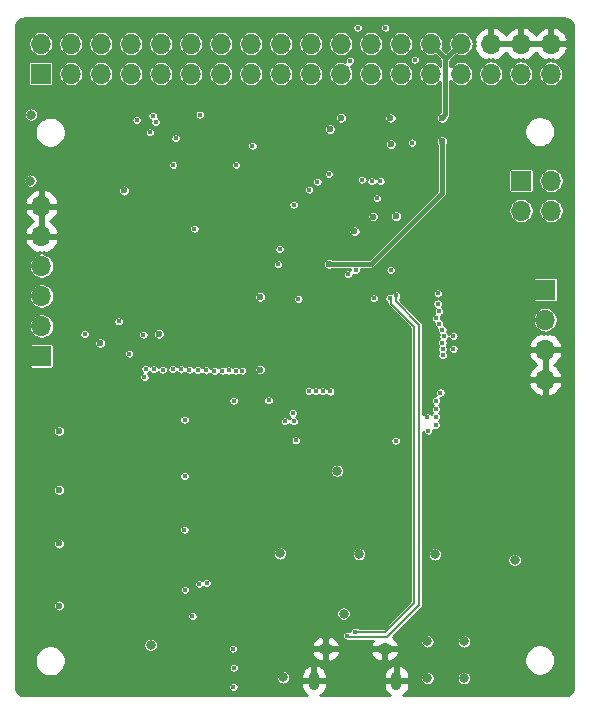
<source format=gbr>
%TF.GenerationSoftware,KiCad,Pcbnew,(5.1.7)-1*%
%TF.CreationDate,2020-10-27T23:28:53+01:00*%
%TF.ProjectId,f1c100s,66316331-3030-4732-9e6b-696361645f70,rev?*%
%TF.SameCoordinates,Original*%
%TF.FileFunction,Copper,L3,Inr*%
%TF.FilePolarity,Positive*%
%FSLAX46Y46*%
G04 Gerber Fmt 4.6, Leading zero omitted, Abs format (unit mm)*
G04 Created by KiCad (PCBNEW (5.1.7)-1) date 2020-10-27 23:28:53*
%MOMM*%
%LPD*%
G01*
G04 APERTURE LIST*
%TA.AperFunction,ComponentPad*%
%ADD10O,1.700000X1.700000*%
%TD*%
%TA.AperFunction,ComponentPad*%
%ADD11R,1.700000X1.700000*%
%TD*%
%TA.AperFunction,ComponentPad*%
%ADD12O,0.890000X1.550000*%
%TD*%
%TA.AperFunction,ComponentPad*%
%ADD13O,1.250000X0.950000*%
%TD*%
%TA.AperFunction,ViaPad*%
%ADD14C,0.450000*%
%TD*%
%TA.AperFunction,ViaPad*%
%ADD15C,0.800000*%
%TD*%
%TA.AperFunction,ViaPad*%
%ADD16C,0.600000*%
%TD*%
%TA.AperFunction,Conductor*%
%ADD17C,0.400000*%
%TD*%
%TA.AperFunction,Conductor*%
%ADD18C,0.200000*%
%TD*%
%TA.AperFunction,Conductor*%
%ADD19C,0.254000*%
%TD*%
%TA.AperFunction,Conductor*%
%ADD20C,0.100000*%
%TD*%
G04 APERTURE END LIST*
D10*
%TO.N,GND*%
%TO.C,J5*%
X191325500Y-73875900D03*
X191325500Y-71335900D03*
%TO.N,UART0_TX*%
X191325500Y-68795900D03*
D11*
%TO.N,UART0_RX*%
X191325500Y-66255900D03*
%TD*%
D10*
%TO.N,TPX2*%
%TO.C,J4*%
X191815720Y-59563000D03*
%TO.N,TPY2*%
X189275720Y-59563000D03*
%TO.N,TPX1*%
X191815720Y-57023000D03*
D11*
%TO.N,TPY1*%
X189275720Y-57023000D03*
%TD*%
D10*
%TO.N,GND*%
%TO.C,J2*%
X191785240Y-45430440D03*
%TO.N,LCD_D17*%
X191785240Y-47970440D03*
%TO.N,GND*%
X189245240Y-45430440D03*
%TO.N,LCD_D16*%
X189245240Y-47970440D03*
%TO.N,GND*%
X186705240Y-45430440D03*
%TO.N,LCD_D15*%
X186705240Y-47970440D03*
%TO.N,+2V8*%
X184165240Y-45430440D03*
%TO.N,LCD_D14*%
X184165240Y-47970440D03*
%TO.N,+2V8*%
X181625240Y-45430440D03*
%TO.N,LCD_D13*%
X181625240Y-47970440D03*
%TO.N,+3V3*%
X179085240Y-45430440D03*
%TO.N,LCD_D12*%
X179085240Y-47970440D03*
%TO.N,+3V3*%
X176545240Y-45430440D03*
%TO.N,LCD_D11*%
X176545240Y-47970440D03*
%TO.N,+5V*%
X174005240Y-45430440D03*
%TO.N,LCD_D10*%
X174005240Y-47970440D03*
%TO.N,LCD_VSYNC*%
X171465240Y-45430440D03*
%TO.N,LCD_D9*%
X171465240Y-47970440D03*
%TO.N,LCD_HSYNC*%
X168925240Y-45430440D03*
%TO.N,LCD_D8*%
X168925240Y-47970440D03*
%TO.N,LCD_DE*%
X166385240Y-45430440D03*
%TO.N,LCD_D7*%
X166385240Y-47970440D03*
%TO.N,LCD_CLK*%
X163845240Y-45430440D03*
%TO.N,LCD_D6*%
X163845240Y-47970440D03*
%TO.N,LCD_D23*%
X161305240Y-45430440D03*
%TO.N,LCD_D5*%
X161305240Y-47970440D03*
%TO.N,LCD_D22*%
X158765240Y-45430440D03*
%TO.N,LCD_D4*%
X158765240Y-47970440D03*
%TO.N,LCD_D21*%
X156225240Y-45430440D03*
%TO.N,LCD_D3*%
X156225240Y-47970440D03*
%TO.N,LCD_D20*%
X153685240Y-45430440D03*
%TO.N,LCD_D2*%
X153685240Y-47970440D03*
%TO.N,LCD_D19*%
X151145240Y-45430440D03*
%TO.N,LCD_D1*%
X151145240Y-47970440D03*
%TO.N,LCD_D18*%
X148605240Y-45430440D03*
D11*
%TO.N,LCD_D0*%
X148605240Y-47970440D03*
%TD*%
D10*
%TO.N,GND*%
%TO.C,J3*%
X148678900Y-59182000D03*
X148678900Y-61722000D03*
%TO.N,SPI0_MOSI*%
X148678900Y-64262000D03*
%TO.N,SPI0_MISO*%
X148678900Y-66802000D03*
%TO.N,SPI0_CS*%
X148678900Y-69342000D03*
D11*
%TO.N,SPI0_CLK*%
X148678900Y-71882000D03*
%TD*%
D12*
%TO.N,GND*%
%TO.C,J1*%
X178734600Y-99369400D03*
X171734600Y-99369400D03*
D13*
X177734600Y-96669400D03*
X172734600Y-96669400D03*
%TD*%
D14*
%TO.N,GND*%
X174023400Y-70391400D03*
X174023400Y-70891400D03*
X175023400Y-70391400D03*
X174523400Y-70391400D03*
D15*
X173857920Y-92049600D03*
X168259760Y-92577920D03*
X156367480Y-78658720D03*
X156367480Y-83418680D03*
X156377640Y-88117680D03*
X156403040Y-92953840D03*
X161274760Y-65069720D03*
X158927800Y-59298840D03*
X184398920Y-79034640D03*
X184348120Y-66136520D03*
D16*
X182366920Y-74107040D03*
X176819560Y-80289400D03*
X172491400Y-81534000D03*
X180934360Y-62367160D03*
X177273275Y-62394155D03*
D14*
X176971960Y-78008480D03*
X185130440Y-52725320D03*
X175023400Y-70891400D03*
X175023400Y-71391400D03*
X174523400Y-71391400D03*
X174523400Y-70891400D03*
X174023400Y-71391400D03*
X161244280Y-67635120D03*
X166613840Y-75483720D03*
D15*
X188615320Y-90317320D03*
X178429920Y-89931240D03*
X170103800Y-94747080D03*
D16*
X174812960Y-51084480D03*
X179560440Y-54696360D03*
X168188640Y-52009040D03*
X168997403Y-53671243D03*
X173080680Y-62499240D03*
D15*
%TO.N,+1V2*%
X188732160Y-89148920D03*
X184444640Y-99146360D03*
D14*
X178236880Y-64597280D03*
X170205400Y-79029560D03*
X178658520Y-79049880D03*
D15*
%TO.N,+2V8*%
X175564800Y-88656160D03*
D16*
X173012100Y-64076580D03*
X182577740Y-53677820D03*
X182577740Y-51716940D03*
D15*
X181345840Y-96047560D03*
%TO.N,+2V5*%
X181985920Y-88671400D03*
X173695360Y-81610200D03*
X184444640Y-96047560D03*
%TO.N,+3V3*%
X168864280Y-88585040D03*
X157932120Y-96337120D03*
D16*
X167203120Y-73025000D03*
X167203120Y-66862960D03*
X175173640Y-61320680D03*
X153654760Y-70774560D03*
X158600140Y-69994780D03*
X155660090Y-57862470D03*
X178249580Y-53957220D03*
X178221640Y-51727100D03*
X150144480Y-78229460D03*
X150144480Y-83210400D03*
X150144480Y-87754460D03*
X150144480Y-93004640D03*
D15*
X181345840Y-99146360D03*
D14*
X182448200Y-74970640D03*
%TO.N,/MPU/TV_VRP*%
X174619920Y-64963040D03*
X170027600Y-59060080D03*
%TO.N,/MPU/TV_VRN*%
X175265080Y-64591580D03*
X171338240Y-57795160D03*
D16*
%TO.N,Net-(C22-Pad1)*%
X176773840Y-60071000D03*
X178704240Y-60040520D03*
D14*
X176824640Y-66989960D03*
D15*
%TO.N,+5V*%
X174249080Y-93700600D03*
X169138600Y-99085400D03*
D16*
X173080680Y-52679600D03*
X174056040Y-51704240D03*
D14*
%TO.N,DEBUG_SW4*%
X182641240Y-71826120D03*
X160827720Y-91673680D03*
%TO.N,DEBUG_SW3*%
X182625625Y-70746341D03*
X160776920Y-86588600D03*
%TO.N,DEBUG_SW2*%
X160787080Y-82047080D03*
X182625740Y-69666392D03*
%TO.N,DEBUG_SW1*%
X182356760Y-69164200D03*
X160787080Y-77261720D03*
%TO.N,USB_P*%
X178155600Y-66974720D03*
%TO.N,USB_N*%
X178704240Y-66751200D03*
%TO.N,SPI0_MOSI*%
X182239920Y-66568320D03*
X161625280Y-61097160D03*
%TO.N,SPI0_MISO*%
X182219600Y-67437000D03*
X157312360Y-70078600D03*
%TO.N,SPI0_CS*%
X155209240Y-68955920D03*
X182331360Y-68092320D03*
X156093160Y-71683880D03*
%TO.N,SPI0_CLK*%
X182082440Y-68681600D03*
X152328540Y-70027800D03*
%TO.N,LCD_D0*%
X182077360Y-75651360D03*
X173009560Y-56464200D03*
X158089600Y-51541680D03*
X156738320Y-51897280D03*
%TO.N,LCD_D1*%
X182077360Y-76357480D03*
X172044360Y-57124600D03*
X166542720Y-54074400D03*
X165145720Y-55704400D03*
X160030160Y-53436520D03*
X159816800Y-55704400D03*
%TO.N,LCD_D8*%
X182057040Y-77017880D03*
X180050440Y-53817520D03*
X180284120Y-46802040D03*
X174802800Y-46863000D03*
%TO.N,LCD_D9*%
X181356000Y-77063600D03*
X177078640Y-58526680D03*
%TO.N,LCD_D16*%
X182082440Y-77729080D03*
%TO.N,LCD_D17*%
X181416960Y-78201520D03*
%TO.N,DEBUG_LED1*%
X164881560Y-96672400D03*
X162666680Y-91109800D03*
%TO.N,DEBUG_LED2*%
X164957760Y-98267520D03*
X162016440Y-91175840D03*
%TO.N,DEBUG_LED3*%
X164922200Y-99900400D03*
X161447480Y-93903800D03*
%TO.N,LCD_VSYNC*%
X173126400Y-74884280D03*
X177373280Y-57073800D03*
X177779680Y-44094400D03*
%TO.N,LCD_HSYNC*%
X172501560Y-74858880D03*
X176626520Y-57094120D03*
X175442880Y-44089320D03*
%TO.N,LCD_DE*%
X171912280Y-74863960D03*
X175803560Y-56962040D03*
%TO.N,LCD_CLK*%
X171312840Y-74838560D03*
X157861000Y-52938680D03*
X158338520Y-52075080D03*
X162077400Y-51435000D03*
X168716960Y-64129920D03*
%TO.N,LCD_D23*%
X169285920Y-77403960D03*
%TO.N,LCD_D22*%
X170017440Y-77419200D03*
%TO.N,LCD_D21*%
X169941240Y-76708000D03*
%TO.N,LCD_D20*%
X167899080Y-75641200D03*
D15*
X147736560Y-57038240D03*
X147787360Y-51435000D03*
D14*
%TO.N,LCD_D19*%
X165663880Y-73131680D03*
X164942520Y-75671680D03*
%TO.N,LCD_D18*%
X165105080Y-73131680D03*
X157388560Y-73670160D03*
%TO.N,LCD_D15*%
X164531040Y-73106280D03*
%TO.N,LCD_D14*%
X163972240Y-73116440D03*
%TO.N,LCD_D13*%
X163306760Y-73152000D03*
%TO.N,LCD_D12*%
X162605720Y-73101200D03*
%TO.N,LCD_D11*%
X161914840Y-73070720D03*
%TO.N,LCD_D10*%
X161203640Y-73045320D03*
%TO.N,LCD_D7*%
X160492440Y-73004680D03*
%TO.N,LCD_D6*%
X159776160Y-72984360D03*
%TO.N,LCD_D5*%
X158937960Y-73035160D03*
%TO.N,LCD_D4*%
X158186120Y-73004680D03*
%TO.N,LCD_D3*%
X157490160Y-72958960D03*
%TO.N,LCD_D2*%
X168838880Y-62829440D03*
X170423840Y-67045840D03*
%TO.N,UART0_RX*%
X182731500Y-70200520D03*
X183545480Y-70185280D03*
%TO.N,UART0_TX*%
X182641240Y-71286117D03*
X183545480Y-71277480D03*
%TO.N,USB_P*%
X175254920Y-95209360D03*
%TO.N,USB_N*%
X174579280Y-95549720D03*
%TD*%
D17*
%TO.N,+2V8*%
X173012100Y-64076580D02*
X176580800Y-64076580D01*
X182577740Y-58079640D02*
X182577740Y-53677820D01*
X176580800Y-64076580D02*
X182577740Y-58079640D01*
X182877739Y-46682939D02*
X181625240Y-45430440D01*
X182877739Y-51416941D02*
X182877739Y-46682939D01*
X182577740Y-51716940D02*
X182877739Y-51416941D01*
X182912741Y-46682939D02*
X184165240Y-45430440D01*
X182877739Y-46682939D02*
X182912741Y-46682939D01*
D18*
%TO.N,USB_P*%
X177783000Y-95223120D02*
X175818800Y-95223120D01*
X180226760Y-69414880D02*
X180226760Y-92779360D01*
X178254240Y-67442360D02*
X180226760Y-69414880D01*
X178254240Y-67073360D02*
X178254240Y-67442360D01*
X178155600Y-66974720D02*
X178254240Y-67073360D01*
X180226760Y-92779360D02*
X177783000Y-95223120D01*
X175268680Y-95223120D02*
X175254920Y-95209360D01*
X175818800Y-95223120D02*
X175268680Y-95223120D01*
%TO.N,USB_N*%
X180676760Y-92965760D02*
X177969400Y-95673120D01*
X180676760Y-69228480D02*
X180676760Y-92965760D01*
X178704240Y-67255960D02*
X180676760Y-69228480D01*
X178704240Y-66751200D02*
X178704240Y-67255960D01*
X177969400Y-95673120D02*
X175818800Y-95673120D01*
X174702680Y-95673120D02*
X174579280Y-95549720D01*
X175818800Y-95673120D02*
X174702680Y-95673120D01*
%TD*%
D19*
%TO.N,GND*%
X193058032Y-43311536D02*
X193207625Y-43356701D01*
X193345593Y-43430059D01*
X193466686Y-43528820D01*
X193566292Y-43649223D01*
X193640610Y-43786673D01*
X193686818Y-43935947D01*
X193704141Y-44100750D01*
X193706680Y-99811798D01*
X193690463Y-99977192D01*
X193645298Y-100126785D01*
X193571940Y-100264752D01*
X193473178Y-100385847D01*
X193352780Y-100485450D01*
X193215324Y-100559771D01*
X193066052Y-100605978D01*
X192901254Y-100623300D01*
X179298648Y-100623300D01*
X179408474Y-100552879D01*
X179562031Y-100405013D01*
X179683790Y-100230031D01*
X179769072Y-100034657D01*
X179814600Y-99826400D01*
X179814600Y-99496400D01*
X178861600Y-99496400D01*
X178861600Y-99516400D01*
X178607600Y-99516400D01*
X178607600Y-99496400D01*
X177654600Y-99496400D01*
X177654600Y-99826400D01*
X177700128Y-100034657D01*
X177785410Y-100230031D01*
X177907169Y-100405013D01*
X178060726Y-100552879D01*
X178170552Y-100623300D01*
X172298648Y-100623300D01*
X172408474Y-100552879D01*
X172562031Y-100405013D01*
X172683790Y-100230031D01*
X172769072Y-100034657D01*
X172814600Y-99826400D01*
X172814600Y-99496400D01*
X171861600Y-99496400D01*
X171861600Y-99516400D01*
X171607600Y-99516400D01*
X171607600Y-99496400D01*
X170654600Y-99496400D01*
X170654600Y-99826400D01*
X170700128Y-100034657D01*
X170785410Y-100230031D01*
X170907169Y-100405013D01*
X171060726Y-100552879D01*
X171170552Y-100623300D01*
X147292101Y-100623300D01*
X147126708Y-100607083D01*
X146977115Y-100561918D01*
X146839148Y-100488560D01*
X146718053Y-100389798D01*
X146618450Y-100269400D01*
X146544129Y-100131944D01*
X146497922Y-99982672D01*
X146484699Y-99856867D01*
X164480200Y-99856867D01*
X164480200Y-99943933D01*
X164497185Y-100029327D01*
X164530504Y-100109766D01*
X164578876Y-100182159D01*
X164640441Y-100243724D01*
X164712834Y-100292096D01*
X164793273Y-100325415D01*
X164878667Y-100342400D01*
X164965733Y-100342400D01*
X165051127Y-100325415D01*
X165131566Y-100292096D01*
X165203959Y-100243724D01*
X165265524Y-100182159D01*
X165313896Y-100109766D01*
X165347215Y-100029327D01*
X165364200Y-99943933D01*
X165364200Y-99856867D01*
X165347215Y-99771473D01*
X165313896Y-99691034D01*
X165265524Y-99618641D01*
X165203959Y-99557076D01*
X165131566Y-99508704D01*
X165051127Y-99475385D01*
X164965733Y-99458400D01*
X164878667Y-99458400D01*
X164793273Y-99475385D01*
X164712834Y-99508704D01*
X164640441Y-99557076D01*
X164578876Y-99618641D01*
X164530504Y-99691034D01*
X164497185Y-99771473D01*
X164480200Y-99856867D01*
X146484699Y-99856867D01*
X146480600Y-99817869D01*
X146480631Y-99024631D01*
X168521600Y-99024631D01*
X168521600Y-99146169D01*
X168545311Y-99265372D01*
X168591822Y-99377659D01*
X168659345Y-99478714D01*
X168745286Y-99564655D01*
X168846341Y-99632178D01*
X168958628Y-99678689D01*
X169077831Y-99702400D01*
X169199369Y-99702400D01*
X169318572Y-99678689D01*
X169430859Y-99632178D01*
X169531914Y-99564655D01*
X169617855Y-99478714D01*
X169685378Y-99377659D01*
X169731889Y-99265372D01*
X169755600Y-99146169D01*
X169755600Y-99024631D01*
X169733276Y-98912400D01*
X170654600Y-98912400D01*
X170654600Y-99242400D01*
X171607600Y-99242400D01*
X171607600Y-98126946D01*
X171861600Y-98126946D01*
X171861600Y-99242400D01*
X172814600Y-99242400D01*
X172814600Y-98912400D01*
X177654600Y-98912400D01*
X177654600Y-99242400D01*
X178607600Y-99242400D01*
X178607600Y-98126946D01*
X178861600Y-98126946D01*
X178861600Y-99242400D01*
X179814600Y-99242400D01*
X179814600Y-99085591D01*
X180728840Y-99085591D01*
X180728840Y-99207129D01*
X180752551Y-99326332D01*
X180799062Y-99438619D01*
X180866585Y-99539674D01*
X180952526Y-99625615D01*
X181053581Y-99693138D01*
X181165868Y-99739649D01*
X181285071Y-99763360D01*
X181406609Y-99763360D01*
X181525812Y-99739649D01*
X181638099Y-99693138D01*
X181739154Y-99625615D01*
X181825095Y-99539674D01*
X181892618Y-99438619D01*
X181939129Y-99326332D01*
X181962840Y-99207129D01*
X181962840Y-99085591D01*
X183827640Y-99085591D01*
X183827640Y-99207129D01*
X183851351Y-99326332D01*
X183897862Y-99438619D01*
X183965385Y-99539674D01*
X184051326Y-99625615D01*
X184152381Y-99693138D01*
X184264668Y-99739649D01*
X184383871Y-99763360D01*
X184505409Y-99763360D01*
X184624612Y-99739649D01*
X184736899Y-99693138D01*
X184837954Y-99625615D01*
X184923895Y-99539674D01*
X184991418Y-99438619D01*
X185037929Y-99326332D01*
X185061640Y-99207129D01*
X185061640Y-99085591D01*
X185037929Y-98966388D01*
X184991418Y-98854101D01*
X184923895Y-98753046D01*
X184837954Y-98667105D01*
X184736899Y-98599582D01*
X184624612Y-98553071D01*
X184505409Y-98529360D01*
X184383871Y-98529360D01*
X184264668Y-98553071D01*
X184152381Y-98599582D01*
X184051326Y-98667105D01*
X183965385Y-98753046D01*
X183897862Y-98854101D01*
X183851351Y-98966388D01*
X183827640Y-99085591D01*
X181962840Y-99085591D01*
X181939129Y-98966388D01*
X181892618Y-98854101D01*
X181825095Y-98753046D01*
X181739154Y-98667105D01*
X181638099Y-98599582D01*
X181525812Y-98553071D01*
X181406609Y-98529360D01*
X181285071Y-98529360D01*
X181165868Y-98553071D01*
X181053581Y-98599582D01*
X180952526Y-98667105D01*
X180866585Y-98753046D01*
X180799062Y-98854101D01*
X180752551Y-98966388D01*
X180728840Y-99085591D01*
X179814600Y-99085591D01*
X179814600Y-98912400D01*
X179769072Y-98704143D01*
X179683790Y-98508769D01*
X179562031Y-98333787D01*
X179408474Y-98185921D01*
X179229020Y-98070854D01*
X179027813Y-97999965D01*
X178861600Y-98126946D01*
X178607600Y-98126946D01*
X178441387Y-97999965D01*
X178240180Y-98070854D01*
X178060726Y-98185921D01*
X177907169Y-98333787D01*
X177785410Y-98508769D01*
X177700128Y-98704143D01*
X177654600Y-98912400D01*
X172814600Y-98912400D01*
X172769072Y-98704143D01*
X172683790Y-98508769D01*
X172562031Y-98333787D01*
X172408474Y-98185921D01*
X172229020Y-98070854D01*
X172027813Y-97999965D01*
X171861600Y-98126946D01*
X171607600Y-98126946D01*
X171441387Y-97999965D01*
X171240180Y-98070854D01*
X171060726Y-98185921D01*
X170907169Y-98333787D01*
X170785410Y-98508769D01*
X170700128Y-98704143D01*
X170654600Y-98912400D01*
X169733276Y-98912400D01*
X169731889Y-98905428D01*
X169685378Y-98793141D01*
X169617855Y-98692086D01*
X169531914Y-98606145D01*
X169430859Y-98538622D01*
X169318572Y-98492111D01*
X169199369Y-98468400D01*
X169077831Y-98468400D01*
X168958628Y-98492111D01*
X168846341Y-98538622D01*
X168745286Y-98606145D01*
X168659345Y-98692086D01*
X168591822Y-98793141D01*
X168545311Y-98905428D01*
X168521600Y-99024631D01*
X146480631Y-99024631D01*
X146480689Y-97563767D01*
X148101040Y-97563767D01*
X148101040Y-97823193D01*
X148151652Y-98077635D01*
X148250930Y-98317313D01*
X148395060Y-98533018D01*
X148578502Y-98716460D01*
X148794207Y-98860590D01*
X149033885Y-98959868D01*
X149288327Y-99010480D01*
X149547753Y-99010480D01*
X149802195Y-98959868D01*
X150041873Y-98860590D01*
X150257578Y-98716460D01*
X150441020Y-98533018D01*
X150585150Y-98317313D01*
X150623806Y-98223987D01*
X164515760Y-98223987D01*
X164515760Y-98311053D01*
X164532745Y-98396447D01*
X164566064Y-98476886D01*
X164614436Y-98549279D01*
X164676001Y-98610844D01*
X164748394Y-98659216D01*
X164828833Y-98692535D01*
X164914227Y-98709520D01*
X165001293Y-98709520D01*
X165086687Y-98692535D01*
X165167126Y-98659216D01*
X165239519Y-98610844D01*
X165301084Y-98549279D01*
X165349456Y-98476886D01*
X165382775Y-98396447D01*
X165399760Y-98311053D01*
X165399760Y-98223987D01*
X165382775Y-98138593D01*
X165349456Y-98058154D01*
X165301084Y-97985761D01*
X165239519Y-97924196D01*
X165167126Y-97875824D01*
X165086687Y-97842505D01*
X165001293Y-97825520D01*
X164914227Y-97825520D01*
X164828833Y-97842505D01*
X164748394Y-97875824D01*
X164676001Y-97924196D01*
X164614436Y-97985761D01*
X164566064Y-98058154D01*
X164532745Y-98138593D01*
X164515760Y-98223987D01*
X150623806Y-98223987D01*
X150684428Y-98077635D01*
X150735040Y-97823193D01*
X150735040Y-97563767D01*
X150684428Y-97309325D01*
X150585150Y-97069647D01*
X150441020Y-96853942D01*
X150257578Y-96670500D01*
X150041873Y-96526370D01*
X149802195Y-96427092D01*
X149547753Y-96376480D01*
X149288327Y-96376480D01*
X149033885Y-96427092D01*
X148794207Y-96526370D01*
X148578502Y-96670500D01*
X148395060Y-96853942D01*
X148250930Y-97069647D01*
X148151652Y-97309325D01*
X148101040Y-97563767D01*
X146480689Y-97563767D01*
X146480740Y-96276351D01*
X157315120Y-96276351D01*
X157315120Y-96397889D01*
X157338831Y-96517092D01*
X157385342Y-96629379D01*
X157452865Y-96730434D01*
X157538806Y-96816375D01*
X157639861Y-96883898D01*
X157752148Y-96930409D01*
X157871351Y-96954120D01*
X157992889Y-96954120D01*
X158112092Y-96930409D01*
X158224379Y-96883898D01*
X158325434Y-96816375D01*
X158411375Y-96730434D01*
X158478898Y-96629379D01*
X158479110Y-96628867D01*
X164439560Y-96628867D01*
X164439560Y-96715933D01*
X164456545Y-96801327D01*
X164489864Y-96881766D01*
X164538236Y-96954159D01*
X164599801Y-97015724D01*
X164672194Y-97064096D01*
X164752633Y-97097415D01*
X164838027Y-97114400D01*
X164925093Y-97114400D01*
X165010487Y-97097415D01*
X165090926Y-97064096D01*
X165163319Y-97015724D01*
X165211705Y-96967338D01*
X171515332Y-96967338D01*
X171584997Y-97155550D01*
X171699047Y-97341222D01*
X171847129Y-97501076D01*
X172023551Y-97628969D01*
X172221534Y-97719986D01*
X172433469Y-97770630D01*
X172607600Y-97621964D01*
X172607600Y-96796400D01*
X172861600Y-96796400D01*
X172861600Y-97621964D01*
X173035731Y-97770630D01*
X173247666Y-97719986D01*
X173445649Y-97628969D01*
X173622071Y-97501076D01*
X173770153Y-97341222D01*
X173884203Y-97155550D01*
X173953868Y-96967338D01*
X176515332Y-96967338D01*
X176584997Y-97155550D01*
X176699047Y-97341222D01*
X176847129Y-97501076D01*
X177023551Y-97628969D01*
X177221534Y-97719986D01*
X177433469Y-97770630D01*
X177607600Y-97621964D01*
X177607600Y-96796400D01*
X177861600Y-96796400D01*
X177861600Y-97621964D01*
X178035731Y-97770630D01*
X178247666Y-97719986D01*
X178445649Y-97628969D01*
X178622071Y-97501076D01*
X178629879Y-97492647D01*
X189538600Y-97492647D01*
X189538600Y-97752073D01*
X189589212Y-98006515D01*
X189688490Y-98246193D01*
X189832620Y-98461898D01*
X190016062Y-98645340D01*
X190231767Y-98789470D01*
X190471445Y-98888748D01*
X190725887Y-98939360D01*
X190985313Y-98939360D01*
X191239755Y-98888748D01*
X191479433Y-98789470D01*
X191695138Y-98645340D01*
X191878580Y-98461898D01*
X192022710Y-98246193D01*
X192121988Y-98006515D01*
X192172600Y-97752073D01*
X192172600Y-97492647D01*
X192121988Y-97238205D01*
X192022710Y-96998527D01*
X191878580Y-96782822D01*
X191695138Y-96599380D01*
X191479433Y-96455250D01*
X191239755Y-96355972D01*
X190985313Y-96305360D01*
X190725887Y-96305360D01*
X190471445Y-96355972D01*
X190231767Y-96455250D01*
X190016062Y-96599380D01*
X189832620Y-96782822D01*
X189688490Y-96998527D01*
X189589212Y-97238205D01*
X189538600Y-97492647D01*
X178629879Y-97492647D01*
X178770153Y-97341222D01*
X178884203Y-97155550D01*
X178953868Y-96967338D01*
X178827334Y-96796400D01*
X177861600Y-96796400D01*
X177607600Y-96796400D01*
X176641866Y-96796400D01*
X176515332Y-96967338D01*
X173953868Y-96967338D01*
X173827334Y-96796400D01*
X172861600Y-96796400D01*
X172607600Y-96796400D01*
X171641866Y-96796400D01*
X171515332Y-96967338D01*
X165211705Y-96967338D01*
X165224884Y-96954159D01*
X165273256Y-96881766D01*
X165306575Y-96801327D01*
X165323560Y-96715933D01*
X165323560Y-96628867D01*
X165306575Y-96543473D01*
X165273256Y-96463034D01*
X165224884Y-96390641D01*
X165205705Y-96371462D01*
X171515332Y-96371462D01*
X171641866Y-96542400D01*
X172607600Y-96542400D01*
X172607600Y-95716836D01*
X172861600Y-95716836D01*
X172861600Y-96542400D01*
X173827334Y-96542400D01*
X173953868Y-96371462D01*
X173884203Y-96183250D01*
X173770153Y-95997578D01*
X173622071Y-95837724D01*
X173445649Y-95709831D01*
X173247666Y-95618814D01*
X173035731Y-95568170D01*
X172861600Y-95716836D01*
X172607600Y-95716836D01*
X172433469Y-95568170D01*
X172221534Y-95618814D01*
X172023551Y-95709831D01*
X171847129Y-95837724D01*
X171699047Y-95997578D01*
X171584997Y-96183250D01*
X171515332Y-96371462D01*
X165205705Y-96371462D01*
X165163319Y-96329076D01*
X165090926Y-96280704D01*
X165010487Y-96247385D01*
X164925093Y-96230400D01*
X164838027Y-96230400D01*
X164752633Y-96247385D01*
X164672194Y-96280704D01*
X164599801Y-96329076D01*
X164538236Y-96390641D01*
X164489864Y-96463034D01*
X164456545Y-96543473D01*
X164439560Y-96628867D01*
X158479110Y-96628867D01*
X158525409Y-96517092D01*
X158549120Y-96397889D01*
X158549120Y-96276351D01*
X158525409Y-96157148D01*
X158478898Y-96044861D01*
X158411375Y-95943806D01*
X158325434Y-95857865D01*
X158224379Y-95790342D01*
X158112092Y-95743831D01*
X157992889Y-95720120D01*
X157871351Y-95720120D01*
X157752148Y-95743831D01*
X157639861Y-95790342D01*
X157538806Y-95857865D01*
X157452865Y-95943806D01*
X157385342Y-96044861D01*
X157338831Y-96157148D01*
X157315120Y-96276351D01*
X146480740Y-96276351D01*
X146480770Y-95506187D01*
X174137280Y-95506187D01*
X174137280Y-95593253D01*
X174154265Y-95678647D01*
X174187584Y-95759086D01*
X174235956Y-95831479D01*
X174297521Y-95893044D01*
X174369914Y-95941416D01*
X174450353Y-95974735D01*
X174535747Y-95991720D01*
X174622813Y-95991720D01*
X174649490Y-95986414D01*
X174702680Y-95991653D01*
X174718244Y-95990120D01*
X176705956Y-95990120D01*
X176699047Y-95997578D01*
X176584997Y-96183250D01*
X176515332Y-96371462D01*
X176641866Y-96542400D01*
X177607600Y-96542400D01*
X177607600Y-96522400D01*
X177861600Y-96522400D01*
X177861600Y-96542400D01*
X178827334Y-96542400D01*
X178953868Y-96371462D01*
X178884203Y-96183250D01*
X178770153Y-95997578D01*
X178760161Y-95986791D01*
X180728840Y-95986791D01*
X180728840Y-96108329D01*
X180752551Y-96227532D01*
X180799062Y-96339819D01*
X180866585Y-96440874D01*
X180952526Y-96526815D01*
X181053581Y-96594338D01*
X181165868Y-96640849D01*
X181285071Y-96664560D01*
X181406609Y-96664560D01*
X181525812Y-96640849D01*
X181638099Y-96594338D01*
X181739154Y-96526815D01*
X181825095Y-96440874D01*
X181892618Y-96339819D01*
X181939129Y-96227532D01*
X181962840Y-96108329D01*
X181962840Y-95986791D01*
X183827640Y-95986791D01*
X183827640Y-96108329D01*
X183851351Y-96227532D01*
X183897862Y-96339819D01*
X183965385Y-96440874D01*
X184051326Y-96526815D01*
X184152381Y-96594338D01*
X184264668Y-96640849D01*
X184383871Y-96664560D01*
X184505409Y-96664560D01*
X184624612Y-96640849D01*
X184736899Y-96594338D01*
X184837954Y-96526815D01*
X184923895Y-96440874D01*
X184991418Y-96339819D01*
X185037929Y-96227532D01*
X185061640Y-96108329D01*
X185061640Y-95986791D01*
X185037929Y-95867588D01*
X184991418Y-95755301D01*
X184923895Y-95654246D01*
X184837954Y-95568305D01*
X184736899Y-95500782D01*
X184624612Y-95454271D01*
X184505409Y-95430560D01*
X184383871Y-95430560D01*
X184264668Y-95454271D01*
X184152381Y-95500782D01*
X184051326Y-95568305D01*
X183965385Y-95654246D01*
X183897862Y-95755301D01*
X183851351Y-95867588D01*
X183827640Y-95986791D01*
X181962840Y-95986791D01*
X181939129Y-95867588D01*
X181892618Y-95755301D01*
X181825095Y-95654246D01*
X181739154Y-95568305D01*
X181638099Y-95500782D01*
X181525812Y-95454271D01*
X181406609Y-95430560D01*
X181285071Y-95430560D01*
X181165868Y-95454271D01*
X181053581Y-95500782D01*
X180952526Y-95568305D01*
X180866585Y-95654246D01*
X180799062Y-95755301D01*
X180752551Y-95867588D01*
X180728840Y-95986791D01*
X178760161Y-95986791D01*
X178622071Y-95837724D01*
X178445649Y-95709831D01*
X178401356Y-95689469D01*
X180889907Y-93200919D01*
X180901997Y-93190997D01*
X180941611Y-93142727D01*
X180971046Y-93087657D01*
X180989172Y-93027903D01*
X180993760Y-92981324D01*
X180995293Y-92965761D01*
X180993760Y-92950197D01*
X180993760Y-88610631D01*
X181368920Y-88610631D01*
X181368920Y-88732169D01*
X181392631Y-88851372D01*
X181439142Y-88963659D01*
X181506665Y-89064714D01*
X181592606Y-89150655D01*
X181693661Y-89218178D01*
X181805948Y-89264689D01*
X181925151Y-89288400D01*
X182046689Y-89288400D01*
X182165892Y-89264689D01*
X182278179Y-89218178D01*
X182379234Y-89150655D01*
X182441738Y-89088151D01*
X188115160Y-89088151D01*
X188115160Y-89209689D01*
X188138871Y-89328892D01*
X188185382Y-89441179D01*
X188252905Y-89542234D01*
X188338846Y-89628175D01*
X188439901Y-89695698D01*
X188552188Y-89742209D01*
X188671391Y-89765920D01*
X188792929Y-89765920D01*
X188912132Y-89742209D01*
X189024419Y-89695698D01*
X189125474Y-89628175D01*
X189211415Y-89542234D01*
X189278938Y-89441179D01*
X189325449Y-89328892D01*
X189349160Y-89209689D01*
X189349160Y-89088151D01*
X189325449Y-88968948D01*
X189278938Y-88856661D01*
X189211415Y-88755606D01*
X189125474Y-88669665D01*
X189024419Y-88602142D01*
X188912132Y-88555631D01*
X188792929Y-88531920D01*
X188671391Y-88531920D01*
X188552188Y-88555631D01*
X188439901Y-88602142D01*
X188338846Y-88669665D01*
X188252905Y-88755606D01*
X188185382Y-88856661D01*
X188138871Y-88968948D01*
X188115160Y-89088151D01*
X182441738Y-89088151D01*
X182465175Y-89064714D01*
X182532698Y-88963659D01*
X182579209Y-88851372D01*
X182602920Y-88732169D01*
X182602920Y-88610631D01*
X182579209Y-88491428D01*
X182532698Y-88379141D01*
X182465175Y-88278086D01*
X182379234Y-88192145D01*
X182278179Y-88124622D01*
X182165892Y-88078111D01*
X182046689Y-88054400D01*
X181925151Y-88054400D01*
X181805948Y-88078111D01*
X181693661Y-88124622D01*
X181592606Y-88192145D01*
X181506665Y-88278086D01*
X181439142Y-88379141D01*
X181392631Y-88491428D01*
X181368920Y-88610631D01*
X180993760Y-88610631D01*
X180993760Y-78334829D01*
X181025264Y-78410886D01*
X181073636Y-78483279D01*
X181135201Y-78544844D01*
X181207594Y-78593216D01*
X181288033Y-78626535D01*
X181373427Y-78643520D01*
X181460493Y-78643520D01*
X181545887Y-78626535D01*
X181626326Y-78593216D01*
X181698719Y-78544844D01*
X181760284Y-78483279D01*
X181808656Y-78410886D01*
X181841975Y-78330447D01*
X181858960Y-78245053D01*
X181858960Y-78157987D01*
X181848261Y-78104196D01*
X181873074Y-78120776D01*
X181953513Y-78154095D01*
X182038907Y-78171080D01*
X182125973Y-78171080D01*
X182211367Y-78154095D01*
X182291806Y-78120776D01*
X182364199Y-78072404D01*
X182425764Y-78010839D01*
X182474136Y-77938446D01*
X182507455Y-77858007D01*
X182524440Y-77772613D01*
X182524440Y-77685547D01*
X182507455Y-77600153D01*
X182474136Y-77519714D01*
X182425764Y-77447321D01*
X182364199Y-77385756D01*
X182333127Y-77364994D01*
X182338799Y-77361204D01*
X182400364Y-77299639D01*
X182448736Y-77227246D01*
X182482055Y-77146807D01*
X182499040Y-77061413D01*
X182499040Y-76974347D01*
X182482055Y-76888953D01*
X182448736Y-76808514D01*
X182400364Y-76736121D01*
X182362083Y-76697840D01*
X182420684Y-76639239D01*
X182469056Y-76566846D01*
X182502375Y-76486407D01*
X182519360Y-76401013D01*
X182519360Y-76313947D01*
X182502375Y-76228553D01*
X182469056Y-76148114D01*
X182420684Y-76075721D01*
X182359119Y-76014156D01*
X182344548Y-76004420D01*
X182359119Y-75994684D01*
X182420684Y-75933119D01*
X182469056Y-75860726D01*
X182502375Y-75780287D01*
X182519360Y-75694893D01*
X182519360Y-75607827D01*
X182502375Y-75522433D01*
X182469056Y-75441994D01*
X182449442Y-75412640D01*
X182491733Y-75412640D01*
X182577127Y-75395655D01*
X182657566Y-75362336D01*
X182729959Y-75313964D01*
X182791524Y-75252399D01*
X182839896Y-75180006D01*
X182873215Y-75099567D01*
X182890200Y-75014173D01*
X182890200Y-74927107D01*
X182873215Y-74841713D01*
X182839896Y-74761274D01*
X182791524Y-74688881D01*
X182729959Y-74627316D01*
X182657566Y-74578944D01*
X182577127Y-74545625D01*
X182491733Y-74528640D01*
X182404667Y-74528640D01*
X182319273Y-74545625D01*
X182238834Y-74578944D01*
X182166441Y-74627316D01*
X182104876Y-74688881D01*
X182056504Y-74761274D01*
X182023185Y-74841713D01*
X182006200Y-74927107D01*
X182006200Y-75014173D01*
X182023185Y-75099567D01*
X182056504Y-75180006D01*
X182076118Y-75209360D01*
X182033827Y-75209360D01*
X181948433Y-75226345D01*
X181867994Y-75259664D01*
X181795601Y-75308036D01*
X181734036Y-75369601D01*
X181685664Y-75441994D01*
X181652345Y-75522433D01*
X181635360Y-75607827D01*
X181635360Y-75694893D01*
X181652345Y-75780287D01*
X181685664Y-75860726D01*
X181734036Y-75933119D01*
X181795601Y-75994684D01*
X181810172Y-76004420D01*
X181795601Y-76014156D01*
X181734036Y-76075721D01*
X181685664Y-76148114D01*
X181652345Y-76228553D01*
X181635360Y-76313947D01*
X181635360Y-76401013D01*
X181652345Y-76486407D01*
X181685664Y-76566846D01*
X181734036Y-76639239D01*
X181772317Y-76677520D01*
X181713716Y-76736121D01*
X181689638Y-76772155D01*
X181637759Y-76720276D01*
X181565366Y-76671904D01*
X181484927Y-76638585D01*
X181399533Y-76621600D01*
X181312467Y-76621600D01*
X181227073Y-76638585D01*
X181146634Y-76671904D01*
X181074241Y-76720276D01*
X181012676Y-76781841D01*
X180993760Y-76810150D01*
X180993760Y-74232790D01*
X189884024Y-74232790D01*
X189928675Y-74379999D01*
X190053859Y-74642820D01*
X190227912Y-74876169D01*
X190444145Y-75071078D01*
X190694248Y-75220057D01*
X190968609Y-75317381D01*
X191198500Y-75196714D01*
X191198500Y-74002900D01*
X191452500Y-74002900D01*
X191452500Y-75196714D01*
X191682391Y-75317381D01*
X191956752Y-75220057D01*
X192206855Y-75071078D01*
X192423088Y-74876169D01*
X192597141Y-74642820D01*
X192722325Y-74379999D01*
X192766976Y-74232790D01*
X192645655Y-74002900D01*
X191452500Y-74002900D01*
X191198500Y-74002900D01*
X190005345Y-74002900D01*
X189884024Y-74232790D01*
X180993760Y-74232790D01*
X180993760Y-69244044D01*
X180995293Y-69228480D01*
X180989172Y-69166336D01*
X180971046Y-69106582D01*
X180953254Y-69073296D01*
X180941611Y-69051513D01*
X180901997Y-69003243D01*
X180889908Y-68993322D01*
X180534653Y-68638067D01*
X181640440Y-68638067D01*
X181640440Y-68725133D01*
X181657425Y-68810527D01*
X181690744Y-68890966D01*
X181739116Y-68963359D01*
X181800681Y-69024924D01*
X181873074Y-69073296D01*
X181920292Y-69092854D01*
X181914760Y-69120667D01*
X181914760Y-69207733D01*
X181931745Y-69293127D01*
X181965064Y-69373566D01*
X182013436Y-69445959D01*
X182075001Y-69507524D01*
X182147394Y-69555896D01*
X182193279Y-69574902D01*
X182183740Y-69622859D01*
X182183740Y-69709925D01*
X182200725Y-69795319D01*
X182234044Y-69875758D01*
X182282416Y-69948151D01*
X182335591Y-70001326D01*
X182306485Y-70071593D01*
X182289500Y-70156987D01*
X182289500Y-70244053D01*
X182306485Y-70329447D01*
X182338982Y-70407901D01*
X182282301Y-70464582D01*
X182233929Y-70536975D01*
X182200610Y-70617414D01*
X182183625Y-70702808D01*
X182183625Y-70789874D01*
X182200610Y-70875268D01*
X182233929Y-70955707D01*
X182282176Y-71027914D01*
X182249544Y-71076751D01*
X182216225Y-71157190D01*
X182199240Y-71242584D01*
X182199240Y-71329650D01*
X182216225Y-71415044D01*
X182249544Y-71495483D01*
X182290060Y-71556119D01*
X182249544Y-71616754D01*
X182216225Y-71697193D01*
X182199240Y-71782587D01*
X182199240Y-71869653D01*
X182216225Y-71955047D01*
X182249544Y-72035486D01*
X182297916Y-72107879D01*
X182359481Y-72169444D01*
X182431874Y-72217816D01*
X182512313Y-72251135D01*
X182597707Y-72268120D01*
X182684773Y-72268120D01*
X182770167Y-72251135D01*
X182850606Y-72217816D01*
X182922999Y-72169444D01*
X182984564Y-72107879D01*
X183032936Y-72035486D01*
X183066255Y-71955047D01*
X183083240Y-71869653D01*
X183083240Y-71782587D01*
X183066255Y-71697193D01*
X183032936Y-71616754D01*
X182992420Y-71556119D01*
X183032936Y-71495483D01*
X183066255Y-71415044D01*
X183083240Y-71329650D01*
X183083240Y-71242584D01*
X183081523Y-71233947D01*
X183103480Y-71233947D01*
X183103480Y-71321013D01*
X183120465Y-71406407D01*
X183153784Y-71486846D01*
X183202156Y-71559239D01*
X183263721Y-71620804D01*
X183336114Y-71669176D01*
X183416553Y-71702495D01*
X183501947Y-71719480D01*
X183589013Y-71719480D01*
X183674407Y-71702495D01*
X183697836Y-71692790D01*
X189884024Y-71692790D01*
X189928675Y-71839999D01*
X190053859Y-72102820D01*
X190227912Y-72336169D01*
X190444145Y-72531078D01*
X190569755Y-72605900D01*
X190444145Y-72680722D01*
X190227912Y-72875631D01*
X190053859Y-73108980D01*
X189928675Y-73371801D01*
X189884024Y-73519010D01*
X190005345Y-73748900D01*
X191198500Y-73748900D01*
X191198500Y-71462900D01*
X191452500Y-71462900D01*
X191452500Y-73748900D01*
X192645655Y-73748900D01*
X192766976Y-73519010D01*
X192722325Y-73371801D01*
X192597141Y-73108980D01*
X192423088Y-72875631D01*
X192206855Y-72680722D01*
X192081245Y-72605900D01*
X192206855Y-72531078D01*
X192423088Y-72336169D01*
X192597141Y-72102820D01*
X192722325Y-71839999D01*
X192766976Y-71692790D01*
X192645655Y-71462900D01*
X191452500Y-71462900D01*
X191198500Y-71462900D01*
X190005345Y-71462900D01*
X189884024Y-71692790D01*
X183697836Y-71692790D01*
X183754846Y-71669176D01*
X183827239Y-71620804D01*
X183888804Y-71559239D01*
X183937176Y-71486846D01*
X183970495Y-71406407D01*
X183987480Y-71321013D01*
X183987480Y-71233947D01*
X183970495Y-71148553D01*
X183937176Y-71068114D01*
X183888804Y-70995721D01*
X183872093Y-70979010D01*
X189884024Y-70979010D01*
X190005345Y-71208900D01*
X191198500Y-71208900D01*
X191198500Y-71188900D01*
X191452500Y-71188900D01*
X191452500Y-71208900D01*
X192645655Y-71208900D01*
X192766976Y-70979010D01*
X192722325Y-70831801D01*
X192597141Y-70568980D01*
X192423088Y-70335631D01*
X192206855Y-70140722D01*
X191956752Y-69991743D01*
X191682391Y-69894419D01*
X191452502Y-70015085D01*
X191452502Y-69858541D01*
X191636732Y-69821896D01*
X191830914Y-69741463D01*
X192005673Y-69624693D01*
X192154293Y-69476073D01*
X192271063Y-69301314D01*
X192351496Y-69107132D01*
X192392500Y-68900990D01*
X192392500Y-68690810D01*
X192351496Y-68484668D01*
X192271063Y-68290486D01*
X192154293Y-68115727D01*
X192005673Y-67967107D01*
X191830914Y-67850337D01*
X191636732Y-67769904D01*
X191430590Y-67728900D01*
X191220410Y-67728900D01*
X191014268Y-67769904D01*
X190820086Y-67850337D01*
X190645327Y-67967107D01*
X190496707Y-68115727D01*
X190379937Y-68290486D01*
X190299504Y-68484668D01*
X190258500Y-68690810D01*
X190258500Y-68900990D01*
X190299504Y-69107132D01*
X190379937Y-69301314D01*
X190496707Y-69476073D01*
X190645327Y-69624693D01*
X190820086Y-69741463D01*
X191014268Y-69821896D01*
X191198498Y-69858541D01*
X191198498Y-70015085D01*
X190968609Y-69894419D01*
X190694248Y-69991743D01*
X190444145Y-70140722D01*
X190227912Y-70335631D01*
X190053859Y-70568980D01*
X189928675Y-70831801D01*
X189884024Y-70979010D01*
X183872093Y-70979010D01*
X183827239Y-70934156D01*
X183754846Y-70885784D01*
X183674407Y-70852465D01*
X183589013Y-70835480D01*
X183501947Y-70835480D01*
X183416553Y-70852465D01*
X183336114Y-70885784D01*
X183263721Y-70934156D01*
X183202156Y-70995721D01*
X183153784Y-71068114D01*
X183120465Y-71148553D01*
X183103480Y-71233947D01*
X183081523Y-71233947D01*
X183066255Y-71157190D01*
X183032936Y-71076751D01*
X182984689Y-71004544D01*
X183017321Y-70955707D01*
X183050640Y-70875268D01*
X183067625Y-70789874D01*
X183067625Y-70702808D01*
X183050640Y-70617414D01*
X183018143Y-70538960D01*
X183074824Y-70482279D01*
X183123196Y-70409886D01*
X183141646Y-70365343D01*
X183153784Y-70394646D01*
X183202156Y-70467039D01*
X183263721Y-70528604D01*
X183336114Y-70576976D01*
X183416553Y-70610295D01*
X183501947Y-70627280D01*
X183589013Y-70627280D01*
X183674407Y-70610295D01*
X183754846Y-70576976D01*
X183827239Y-70528604D01*
X183888804Y-70467039D01*
X183937176Y-70394646D01*
X183970495Y-70314207D01*
X183987480Y-70228813D01*
X183987480Y-70141747D01*
X183970495Y-70056353D01*
X183937176Y-69975914D01*
X183888804Y-69903521D01*
X183827239Y-69841956D01*
X183754846Y-69793584D01*
X183674407Y-69760265D01*
X183589013Y-69743280D01*
X183501947Y-69743280D01*
X183416553Y-69760265D01*
X183336114Y-69793584D01*
X183263721Y-69841956D01*
X183202156Y-69903521D01*
X183153784Y-69975914D01*
X183135334Y-70020457D01*
X183123196Y-69991154D01*
X183074824Y-69918761D01*
X183021649Y-69865586D01*
X183050755Y-69795319D01*
X183067740Y-69709925D01*
X183067740Y-69622859D01*
X183050755Y-69537465D01*
X183017436Y-69457026D01*
X182969064Y-69384633D01*
X182907499Y-69323068D01*
X182835106Y-69274696D01*
X182789221Y-69255690D01*
X182798760Y-69207733D01*
X182798760Y-69120667D01*
X182781775Y-69035273D01*
X182748456Y-68954834D01*
X182700084Y-68882441D01*
X182638519Y-68820876D01*
X182566126Y-68772504D01*
X182518908Y-68752946D01*
X182524440Y-68725133D01*
X182524440Y-68638067D01*
X182507455Y-68552673D01*
X182488053Y-68505834D01*
X182540726Y-68484016D01*
X182613119Y-68435644D01*
X182674684Y-68374079D01*
X182723056Y-68301686D01*
X182756375Y-68221247D01*
X182773360Y-68135853D01*
X182773360Y-68048787D01*
X182756375Y-67963393D01*
X182723056Y-67882954D01*
X182674684Y-67810561D01*
X182613119Y-67748996D01*
X182564450Y-67716476D01*
X182611296Y-67646366D01*
X182644615Y-67565927D01*
X182661600Y-67480533D01*
X182661600Y-67393467D01*
X182644615Y-67308073D01*
X182611296Y-67227634D01*
X182562924Y-67155241D01*
X182501359Y-67093676D01*
X182428966Y-67045304D01*
X182348527Y-67011985D01*
X182311805Y-67004681D01*
X182368847Y-66993335D01*
X182449286Y-66960016D01*
X182521679Y-66911644D01*
X182583244Y-66850079D01*
X182631616Y-66777686D01*
X182664935Y-66697247D01*
X182681920Y-66611853D01*
X182681920Y-66524787D01*
X182664935Y-66439393D01*
X182631616Y-66358954D01*
X182583244Y-66286561D01*
X182521679Y-66224996D01*
X182449286Y-66176624D01*
X182368847Y-66143305D01*
X182283453Y-66126320D01*
X182196387Y-66126320D01*
X182110993Y-66143305D01*
X182030554Y-66176624D01*
X181958161Y-66224996D01*
X181896596Y-66286561D01*
X181848224Y-66358954D01*
X181814905Y-66439393D01*
X181797920Y-66524787D01*
X181797920Y-66611853D01*
X181814905Y-66697247D01*
X181848224Y-66777686D01*
X181896596Y-66850079D01*
X181958161Y-66911644D01*
X182030554Y-66960016D01*
X182110993Y-66993335D01*
X182147715Y-67000639D01*
X182090673Y-67011985D01*
X182010234Y-67045304D01*
X181937841Y-67093676D01*
X181876276Y-67155241D01*
X181827904Y-67227634D01*
X181794585Y-67308073D01*
X181777600Y-67393467D01*
X181777600Y-67480533D01*
X181794585Y-67565927D01*
X181827904Y-67646366D01*
X181876276Y-67718759D01*
X181937841Y-67780324D01*
X181986510Y-67812844D01*
X181939664Y-67882954D01*
X181906345Y-67963393D01*
X181889360Y-68048787D01*
X181889360Y-68135853D01*
X181906345Y-68221247D01*
X181925747Y-68268086D01*
X181873074Y-68289904D01*
X181800681Y-68338276D01*
X181739116Y-68399841D01*
X181690744Y-68472234D01*
X181657425Y-68552673D01*
X181640440Y-68638067D01*
X180534653Y-68638067D01*
X179021240Y-67124655D01*
X179021240Y-67059283D01*
X179047564Y-67032959D01*
X179095936Y-66960566D01*
X179129255Y-66880127D01*
X179146240Y-66794733D01*
X179146240Y-66707667D01*
X179129255Y-66622273D01*
X179095936Y-66541834D01*
X179047564Y-66469441D01*
X178985999Y-66407876D01*
X178913606Y-66359504D01*
X178833167Y-66326185D01*
X178747773Y-66309200D01*
X178660707Y-66309200D01*
X178575313Y-66326185D01*
X178494874Y-66359504D01*
X178422481Y-66407876D01*
X178360916Y-66469441D01*
X178312544Y-66541834D01*
X178305658Y-66558458D01*
X178284527Y-66549705D01*
X178199133Y-66532720D01*
X178112067Y-66532720D01*
X178026673Y-66549705D01*
X177946234Y-66583024D01*
X177873841Y-66631396D01*
X177812276Y-66692961D01*
X177763904Y-66765354D01*
X177730585Y-66845793D01*
X177713600Y-66931187D01*
X177713600Y-67018253D01*
X177730585Y-67103647D01*
X177763904Y-67184086D01*
X177812276Y-67256479D01*
X177873841Y-67318044D01*
X177937240Y-67360406D01*
X177937240Y-67426796D01*
X177935707Y-67442360D01*
X177937240Y-67457924D01*
X177941828Y-67504503D01*
X177959955Y-67564257D01*
X177989390Y-67619327D01*
X178029004Y-67667597D01*
X178041094Y-67677519D01*
X179909760Y-69546186D01*
X179909761Y-92648053D01*
X177651695Y-94906120D01*
X175576763Y-94906120D01*
X175536679Y-94866036D01*
X175464286Y-94817664D01*
X175383847Y-94784345D01*
X175298453Y-94767360D01*
X175211387Y-94767360D01*
X175125993Y-94784345D01*
X175045554Y-94817664D01*
X174973161Y-94866036D01*
X174911596Y-94927601D01*
X174863224Y-94999994D01*
X174829905Y-95080433D01*
X174812920Y-95165827D01*
X174812920Y-95174244D01*
X174788646Y-95158024D01*
X174708207Y-95124705D01*
X174622813Y-95107720D01*
X174535747Y-95107720D01*
X174450353Y-95124705D01*
X174369914Y-95158024D01*
X174297521Y-95206396D01*
X174235956Y-95267961D01*
X174187584Y-95340354D01*
X174154265Y-95420793D01*
X174137280Y-95506187D01*
X146480770Y-95506187D01*
X146480835Y-93860267D01*
X161005480Y-93860267D01*
X161005480Y-93947333D01*
X161022465Y-94032727D01*
X161055784Y-94113166D01*
X161104156Y-94185559D01*
X161165721Y-94247124D01*
X161238114Y-94295496D01*
X161318553Y-94328815D01*
X161403947Y-94345800D01*
X161491013Y-94345800D01*
X161576407Y-94328815D01*
X161656846Y-94295496D01*
X161729239Y-94247124D01*
X161790804Y-94185559D01*
X161839176Y-94113166D01*
X161872495Y-94032727D01*
X161889480Y-93947333D01*
X161889480Y-93860267D01*
X161872495Y-93774873D01*
X161839176Y-93694434D01*
X161802692Y-93639831D01*
X173632080Y-93639831D01*
X173632080Y-93761369D01*
X173655791Y-93880572D01*
X173702302Y-93992859D01*
X173769825Y-94093914D01*
X173855766Y-94179855D01*
X173956821Y-94247378D01*
X174069108Y-94293889D01*
X174188311Y-94317600D01*
X174309849Y-94317600D01*
X174429052Y-94293889D01*
X174541339Y-94247378D01*
X174642394Y-94179855D01*
X174728335Y-94093914D01*
X174795858Y-93992859D01*
X174842369Y-93880572D01*
X174866080Y-93761369D01*
X174866080Y-93639831D01*
X174842369Y-93520628D01*
X174795858Y-93408341D01*
X174728335Y-93307286D01*
X174642394Y-93221345D01*
X174541339Y-93153822D01*
X174429052Y-93107311D01*
X174309849Y-93083600D01*
X174188311Y-93083600D01*
X174069108Y-93107311D01*
X173956821Y-93153822D01*
X173855766Y-93221345D01*
X173769825Y-93307286D01*
X173702302Y-93408341D01*
X173655791Y-93520628D01*
X173632080Y-93639831D01*
X161802692Y-93639831D01*
X161790804Y-93622041D01*
X161729239Y-93560476D01*
X161656846Y-93512104D01*
X161576407Y-93478785D01*
X161491013Y-93461800D01*
X161403947Y-93461800D01*
X161318553Y-93478785D01*
X161238114Y-93512104D01*
X161165721Y-93560476D01*
X161104156Y-93622041D01*
X161055784Y-93694434D01*
X161022465Y-93774873D01*
X161005480Y-93860267D01*
X146480835Y-93860267D01*
X146480872Y-92953720D01*
X149627480Y-92953720D01*
X149627480Y-93055560D01*
X149647348Y-93155443D01*
X149686320Y-93249532D01*
X149742900Y-93334209D01*
X149814911Y-93406220D01*
X149899588Y-93462800D01*
X149993677Y-93501772D01*
X150093560Y-93521640D01*
X150195400Y-93521640D01*
X150295283Y-93501772D01*
X150389372Y-93462800D01*
X150474049Y-93406220D01*
X150546060Y-93334209D01*
X150602640Y-93249532D01*
X150641612Y-93155443D01*
X150661480Y-93055560D01*
X150661480Y-92953720D01*
X150641612Y-92853837D01*
X150602640Y-92759748D01*
X150546060Y-92675071D01*
X150474049Y-92603060D01*
X150389372Y-92546480D01*
X150295283Y-92507508D01*
X150195400Y-92487640D01*
X150093560Y-92487640D01*
X149993677Y-92507508D01*
X149899588Y-92546480D01*
X149814911Y-92603060D01*
X149742900Y-92675071D01*
X149686320Y-92759748D01*
X149647348Y-92853837D01*
X149627480Y-92953720D01*
X146480872Y-92953720D01*
X146480924Y-91630147D01*
X160385720Y-91630147D01*
X160385720Y-91717213D01*
X160402705Y-91802607D01*
X160436024Y-91883046D01*
X160484396Y-91955439D01*
X160545961Y-92017004D01*
X160618354Y-92065376D01*
X160698793Y-92098695D01*
X160784187Y-92115680D01*
X160871253Y-92115680D01*
X160956647Y-92098695D01*
X161037086Y-92065376D01*
X161109479Y-92017004D01*
X161171044Y-91955439D01*
X161219416Y-91883046D01*
X161252735Y-91802607D01*
X161269720Y-91717213D01*
X161269720Y-91630147D01*
X161252735Y-91544753D01*
X161219416Y-91464314D01*
X161171044Y-91391921D01*
X161109479Y-91330356D01*
X161037086Y-91281984D01*
X160956647Y-91248665D01*
X160871253Y-91231680D01*
X160784187Y-91231680D01*
X160698793Y-91248665D01*
X160618354Y-91281984D01*
X160545961Y-91330356D01*
X160484396Y-91391921D01*
X160436024Y-91464314D01*
X160402705Y-91544753D01*
X160385720Y-91630147D01*
X146480924Y-91630147D01*
X146480943Y-91132307D01*
X161574440Y-91132307D01*
X161574440Y-91219373D01*
X161591425Y-91304767D01*
X161624744Y-91385206D01*
X161673116Y-91457599D01*
X161734681Y-91519164D01*
X161807074Y-91567536D01*
X161887513Y-91600855D01*
X161972907Y-91617840D01*
X162059973Y-91617840D01*
X162145367Y-91600855D01*
X162225806Y-91567536D01*
X162298199Y-91519164D01*
X162359764Y-91457599D01*
X162371633Y-91439836D01*
X162384921Y-91453124D01*
X162457314Y-91501496D01*
X162537753Y-91534815D01*
X162623147Y-91551800D01*
X162710213Y-91551800D01*
X162795607Y-91534815D01*
X162876046Y-91501496D01*
X162948439Y-91453124D01*
X163010004Y-91391559D01*
X163058376Y-91319166D01*
X163091695Y-91238727D01*
X163108680Y-91153333D01*
X163108680Y-91066267D01*
X163091695Y-90980873D01*
X163058376Y-90900434D01*
X163010004Y-90828041D01*
X162948439Y-90766476D01*
X162876046Y-90718104D01*
X162795607Y-90684785D01*
X162710213Y-90667800D01*
X162623147Y-90667800D01*
X162537753Y-90684785D01*
X162457314Y-90718104D01*
X162384921Y-90766476D01*
X162323356Y-90828041D01*
X162311487Y-90845804D01*
X162298199Y-90832516D01*
X162225806Y-90784144D01*
X162145367Y-90750825D01*
X162059973Y-90733840D01*
X161972907Y-90733840D01*
X161887513Y-90750825D01*
X161807074Y-90784144D01*
X161734681Y-90832516D01*
X161673116Y-90894081D01*
X161624744Y-90966474D01*
X161591425Y-91046913D01*
X161574440Y-91132307D01*
X146480943Y-91132307D01*
X146481047Y-88524271D01*
X168247280Y-88524271D01*
X168247280Y-88645809D01*
X168270991Y-88765012D01*
X168317502Y-88877299D01*
X168385025Y-88978354D01*
X168470966Y-89064295D01*
X168572021Y-89131818D01*
X168684308Y-89178329D01*
X168803511Y-89202040D01*
X168925049Y-89202040D01*
X169044252Y-89178329D01*
X169156539Y-89131818D01*
X169257594Y-89064295D01*
X169343535Y-88978354D01*
X169411058Y-88877299D01*
X169457569Y-88765012D01*
X169481280Y-88645809D01*
X169481280Y-88595391D01*
X174947800Y-88595391D01*
X174947800Y-88716929D01*
X174971511Y-88836132D01*
X175018022Y-88948419D01*
X175085545Y-89049474D01*
X175171486Y-89135415D01*
X175272541Y-89202938D01*
X175384828Y-89249449D01*
X175504031Y-89273160D01*
X175625569Y-89273160D01*
X175744772Y-89249449D01*
X175857059Y-89202938D01*
X175958114Y-89135415D01*
X176044055Y-89049474D01*
X176111578Y-88948419D01*
X176158089Y-88836132D01*
X176181800Y-88716929D01*
X176181800Y-88595391D01*
X176158089Y-88476188D01*
X176111578Y-88363901D01*
X176044055Y-88262846D01*
X175958114Y-88176905D01*
X175857059Y-88109382D01*
X175744772Y-88062871D01*
X175625569Y-88039160D01*
X175504031Y-88039160D01*
X175384828Y-88062871D01*
X175272541Y-88109382D01*
X175171486Y-88176905D01*
X175085545Y-88262846D01*
X175018022Y-88363901D01*
X174971511Y-88476188D01*
X174947800Y-88595391D01*
X169481280Y-88595391D01*
X169481280Y-88524271D01*
X169457569Y-88405068D01*
X169411058Y-88292781D01*
X169343535Y-88191726D01*
X169257594Y-88105785D01*
X169156539Y-88038262D01*
X169044252Y-87991751D01*
X168925049Y-87968040D01*
X168803511Y-87968040D01*
X168684308Y-87991751D01*
X168572021Y-88038262D01*
X168470966Y-88105785D01*
X168385025Y-88191726D01*
X168317502Y-88292781D01*
X168270991Y-88405068D01*
X168247280Y-88524271D01*
X146481047Y-88524271D01*
X146481080Y-87703540D01*
X149627480Y-87703540D01*
X149627480Y-87805380D01*
X149647348Y-87905263D01*
X149686320Y-87999352D01*
X149742900Y-88084029D01*
X149814911Y-88156040D01*
X149899588Y-88212620D01*
X149993677Y-88251592D01*
X150093560Y-88271460D01*
X150195400Y-88271460D01*
X150295283Y-88251592D01*
X150389372Y-88212620D01*
X150474049Y-88156040D01*
X150546060Y-88084029D01*
X150602640Y-87999352D01*
X150641612Y-87905263D01*
X150661480Y-87805380D01*
X150661480Y-87703540D01*
X150641612Y-87603657D01*
X150602640Y-87509568D01*
X150546060Y-87424891D01*
X150474049Y-87352880D01*
X150389372Y-87296300D01*
X150295283Y-87257328D01*
X150195400Y-87237460D01*
X150093560Y-87237460D01*
X149993677Y-87257328D01*
X149899588Y-87296300D01*
X149814911Y-87352880D01*
X149742900Y-87424891D01*
X149686320Y-87509568D01*
X149647348Y-87603657D01*
X149627480Y-87703540D01*
X146481080Y-87703540D01*
X146481125Y-86545067D01*
X160334920Y-86545067D01*
X160334920Y-86632133D01*
X160351905Y-86717527D01*
X160385224Y-86797966D01*
X160433596Y-86870359D01*
X160495161Y-86931924D01*
X160567554Y-86980296D01*
X160647993Y-87013615D01*
X160733387Y-87030600D01*
X160820453Y-87030600D01*
X160905847Y-87013615D01*
X160986286Y-86980296D01*
X161058679Y-86931924D01*
X161120244Y-86870359D01*
X161168616Y-86797966D01*
X161201935Y-86717527D01*
X161218920Y-86632133D01*
X161218920Y-86545067D01*
X161201935Y-86459673D01*
X161168616Y-86379234D01*
X161120244Y-86306841D01*
X161058679Y-86245276D01*
X160986286Y-86196904D01*
X160905847Y-86163585D01*
X160820453Y-86146600D01*
X160733387Y-86146600D01*
X160647993Y-86163585D01*
X160567554Y-86196904D01*
X160495161Y-86245276D01*
X160433596Y-86306841D01*
X160385224Y-86379234D01*
X160351905Y-86459673D01*
X160334920Y-86545067D01*
X146481125Y-86545067D01*
X146481260Y-83159480D01*
X149627480Y-83159480D01*
X149627480Y-83261320D01*
X149647348Y-83361203D01*
X149686320Y-83455292D01*
X149742900Y-83539969D01*
X149814911Y-83611980D01*
X149899588Y-83668560D01*
X149993677Y-83707532D01*
X150093560Y-83727400D01*
X150195400Y-83727400D01*
X150295283Y-83707532D01*
X150389372Y-83668560D01*
X150474049Y-83611980D01*
X150546060Y-83539969D01*
X150602640Y-83455292D01*
X150641612Y-83361203D01*
X150661480Y-83261320D01*
X150661480Y-83159480D01*
X150641612Y-83059597D01*
X150602640Y-82965508D01*
X150546060Y-82880831D01*
X150474049Y-82808820D01*
X150389372Y-82752240D01*
X150295283Y-82713268D01*
X150195400Y-82693400D01*
X150093560Y-82693400D01*
X149993677Y-82713268D01*
X149899588Y-82752240D01*
X149814911Y-82808820D01*
X149742900Y-82880831D01*
X149686320Y-82965508D01*
X149647348Y-83059597D01*
X149627480Y-83159480D01*
X146481260Y-83159480D01*
X146481305Y-82003547D01*
X160345080Y-82003547D01*
X160345080Y-82090613D01*
X160362065Y-82176007D01*
X160395384Y-82256446D01*
X160443756Y-82328839D01*
X160505321Y-82390404D01*
X160577714Y-82438776D01*
X160658153Y-82472095D01*
X160743547Y-82489080D01*
X160830613Y-82489080D01*
X160916007Y-82472095D01*
X160996446Y-82438776D01*
X161068839Y-82390404D01*
X161130404Y-82328839D01*
X161178776Y-82256446D01*
X161212095Y-82176007D01*
X161229080Y-82090613D01*
X161229080Y-82003547D01*
X161212095Y-81918153D01*
X161178776Y-81837714D01*
X161130404Y-81765321D01*
X161068839Y-81703756D01*
X160996446Y-81655384D01*
X160916007Y-81622065D01*
X160830613Y-81605080D01*
X160743547Y-81605080D01*
X160658153Y-81622065D01*
X160577714Y-81655384D01*
X160505321Y-81703756D01*
X160443756Y-81765321D01*
X160395384Y-81837714D01*
X160362065Y-81918153D01*
X160345080Y-82003547D01*
X146481305Y-82003547D01*
X146481323Y-81549431D01*
X173078360Y-81549431D01*
X173078360Y-81670969D01*
X173102071Y-81790172D01*
X173148582Y-81902459D01*
X173216105Y-82003514D01*
X173302046Y-82089455D01*
X173403101Y-82156978D01*
X173515388Y-82203489D01*
X173634591Y-82227200D01*
X173756129Y-82227200D01*
X173875332Y-82203489D01*
X173987619Y-82156978D01*
X174088674Y-82089455D01*
X174174615Y-82003514D01*
X174242138Y-81902459D01*
X174288649Y-81790172D01*
X174312360Y-81670969D01*
X174312360Y-81549431D01*
X174288649Y-81430228D01*
X174242138Y-81317941D01*
X174174615Y-81216886D01*
X174088674Y-81130945D01*
X173987619Y-81063422D01*
X173875332Y-81016911D01*
X173756129Y-80993200D01*
X173634591Y-80993200D01*
X173515388Y-81016911D01*
X173403101Y-81063422D01*
X173302046Y-81130945D01*
X173216105Y-81216886D01*
X173148582Y-81317941D01*
X173102071Y-81430228D01*
X173078360Y-81549431D01*
X146481323Y-81549431D01*
X146481425Y-78986027D01*
X169763400Y-78986027D01*
X169763400Y-79073093D01*
X169780385Y-79158487D01*
X169813704Y-79238926D01*
X169862076Y-79311319D01*
X169923641Y-79372884D01*
X169996034Y-79421256D01*
X170076473Y-79454575D01*
X170161867Y-79471560D01*
X170248933Y-79471560D01*
X170334327Y-79454575D01*
X170414766Y-79421256D01*
X170487159Y-79372884D01*
X170548724Y-79311319D01*
X170597096Y-79238926D01*
X170630415Y-79158487D01*
X170647400Y-79073093D01*
X170647400Y-79006347D01*
X178216520Y-79006347D01*
X178216520Y-79093413D01*
X178233505Y-79178807D01*
X178266824Y-79259246D01*
X178315196Y-79331639D01*
X178376761Y-79393204D01*
X178449154Y-79441576D01*
X178529593Y-79474895D01*
X178614987Y-79491880D01*
X178702053Y-79491880D01*
X178787447Y-79474895D01*
X178867886Y-79441576D01*
X178940279Y-79393204D01*
X179001844Y-79331639D01*
X179050216Y-79259246D01*
X179083535Y-79178807D01*
X179100520Y-79093413D01*
X179100520Y-79006347D01*
X179083535Y-78920953D01*
X179050216Y-78840514D01*
X179001844Y-78768121D01*
X178940279Y-78706556D01*
X178867886Y-78658184D01*
X178787447Y-78624865D01*
X178702053Y-78607880D01*
X178614987Y-78607880D01*
X178529593Y-78624865D01*
X178449154Y-78658184D01*
X178376761Y-78706556D01*
X178315196Y-78768121D01*
X178266824Y-78840514D01*
X178233505Y-78920953D01*
X178216520Y-79006347D01*
X170647400Y-79006347D01*
X170647400Y-78986027D01*
X170630415Y-78900633D01*
X170597096Y-78820194D01*
X170548724Y-78747801D01*
X170487159Y-78686236D01*
X170414766Y-78637864D01*
X170334327Y-78604545D01*
X170248933Y-78587560D01*
X170161867Y-78587560D01*
X170076473Y-78604545D01*
X169996034Y-78637864D01*
X169923641Y-78686236D01*
X169862076Y-78747801D01*
X169813704Y-78820194D01*
X169780385Y-78900633D01*
X169763400Y-78986027D01*
X146481425Y-78986027D01*
X146481458Y-78178540D01*
X149627480Y-78178540D01*
X149627480Y-78280380D01*
X149647348Y-78380263D01*
X149686320Y-78474352D01*
X149742900Y-78559029D01*
X149814911Y-78631040D01*
X149899588Y-78687620D01*
X149993677Y-78726592D01*
X150093560Y-78746460D01*
X150195400Y-78746460D01*
X150295283Y-78726592D01*
X150389372Y-78687620D01*
X150474049Y-78631040D01*
X150546060Y-78559029D01*
X150602640Y-78474352D01*
X150641612Y-78380263D01*
X150661480Y-78280380D01*
X150661480Y-78178540D01*
X150641612Y-78078657D01*
X150602640Y-77984568D01*
X150546060Y-77899891D01*
X150474049Y-77827880D01*
X150389372Y-77771300D01*
X150295283Y-77732328D01*
X150195400Y-77712460D01*
X150093560Y-77712460D01*
X149993677Y-77732328D01*
X149899588Y-77771300D01*
X149814911Y-77827880D01*
X149742900Y-77899891D01*
X149686320Y-77984568D01*
X149647348Y-78078657D01*
X149627480Y-78178540D01*
X146481458Y-78178540D01*
X146481496Y-77218187D01*
X160345080Y-77218187D01*
X160345080Y-77305253D01*
X160362065Y-77390647D01*
X160395384Y-77471086D01*
X160443756Y-77543479D01*
X160505321Y-77605044D01*
X160577714Y-77653416D01*
X160658153Y-77686735D01*
X160743547Y-77703720D01*
X160830613Y-77703720D01*
X160916007Y-77686735D01*
X160996446Y-77653416D01*
X161068839Y-77605044D01*
X161130404Y-77543479D01*
X161178776Y-77471086D01*
X161212095Y-77390647D01*
X161218105Y-77360427D01*
X168843920Y-77360427D01*
X168843920Y-77447493D01*
X168860905Y-77532887D01*
X168894224Y-77613326D01*
X168942596Y-77685719D01*
X169004161Y-77747284D01*
X169076554Y-77795656D01*
X169156993Y-77828975D01*
X169242387Y-77845960D01*
X169329453Y-77845960D01*
X169414847Y-77828975D01*
X169495286Y-77795656D01*
X169567679Y-77747284D01*
X169629244Y-77685719D01*
X169646588Y-77659762D01*
X169674116Y-77700959D01*
X169735681Y-77762524D01*
X169808074Y-77810896D01*
X169888513Y-77844215D01*
X169973907Y-77861200D01*
X170060973Y-77861200D01*
X170146367Y-77844215D01*
X170226806Y-77810896D01*
X170299199Y-77762524D01*
X170360764Y-77700959D01*
X170409136Y-77628566D01*
X170442455Y-77548127D01*
X170459440Y-77462733D01*
X170459440Y-77375667D01*
X170442455Y-77290273D01*
X170409136Y-77209834D01*
X170360764Y-77137441D01*
X170299199Y-77075876D01*
X170238803Y-77035520D01*
X170284564Y-76989759D01*
X170332936Y-76917366D01*
X170366255Y-76836927D01*
X170383240Y-76751533D01*
X170383240Y-76664467D01*
X170366255Y-76579073D01*
X170332936Y-76498634D01*
X170284564Y-76426241D01*
X170222999Y-76364676D01*
X170150606Y-76316304D01*
X170070167Y-76282985D01*
X169984773Y-76266000D01*
X169897707Y-76266000D01*
X169812313Y-76282985D01*
X169731874Y-76316304D01*
X169659481Y-76364676D01*
X169597916Y-76426241D01*
X169549544Y-76498634D01*
X169516225Y-76579073D01*
X169499240Y-76664467D01*
X169499240Y-76751533D01*
X169516225Y-76836927D01*
X169549544Y-76917366D01*
X169597916Y-76989759D01*
X169659481Y-77051324D01*
X169719877Y-77091680D01*
X169674116Y-77137441D01*
X169656772Y-77163398D01*
X169629244Y-77122201D01*
X169567679Y-77060636D01*
X169495286Y-77012264D01*
X169414847Y-76978945D01*
X169329453Y-76961960D01*
X169242387Y-76961960D01*
X169156993Y-76978945D01*
X169076554Y-77012264D01*
X169004161Y-77060636D01*
X168942596Y-77122201D01*
X168894224Y-77194594D01*
X168860905Y-77275033D01*
X168843920Y-77360427D01*
X161218105Y-77360427D01*
X161229080Y-77305253D01*
X161229080Y-77218187D01*
X161212095Y-77132793D01*
X161178776Y-77052354D01*
X161130404Y-76979961D01*
X161068839Y-76918396D01*
X160996446Y-76870024D01*
X160916007Y-76836705D01*
X160830613Y-76819720D01*
X160743547Y-76819720D01*
X160658153Y-76836705D01*
X160577714Y-76870024D01*
X160505321Y-76918396D01*
X160443756Y-76979961D01*
X160395384Y-77052354D01*
X160362065Y-77132793D01*
X160345080Y-77218187D01*
X146481496Y-77218187D01*
X146481559Y-75628147D01*
X164500520Y-75628147D01*
X164500520Y-75715213D01*
X164517505Y-75800607D01*
X164550824Y-75881046D01*
X164599196Y-75953439D01*
X164660761Y-76015004D01*
X164733154Y-76063376D01*
X164813593Y-76096695D01*
X164898987Y-76113680D01*
X164986053Y-76113680D01*
X165071447Y-76096695D01*
X165151886Y-76063376D01*
X165224279Y-76015004D01*
X165285844Y-75953439D01*
X165334216Y-75881046D01*
X165367535Y-75800607D01*
X165384520Y-75715213D01*
X165384520Y-75628147D01*
X165378458Y-75597667D01*
X167457080Y-75597667D01*
X167457080Y-75684733D01*
X167474065Y-75770127D01*
X167507384Y-75850566D01*
X167555756Y-75922959D01*
X167617321Y-75984524D01*
X167689714Y-76032896D01*
X167770153Y-76066215D01*
X167855547Y-76083200D01*
X167942613Y-76083200D01*
X168028007Y-76066215D01*
X168108446Y-76032896D01*
X168180839Y-75984524D01*
X168242404Y-75922959D01*
X168290776Y-75850566D01*
X168324095Y-75770127D01*
X168341080Y-75684733D01*
X168341080Y-75597667D01*
X168324095Y-75512273D01*
X168290776Y-75431834D01*
X168242404Y-75359441D01*
X168180839Y-75297876D01*
X168108446Y-75249504D01*
X168028007Y-75216185D01*
X167942613Y-75199200D01*
X167855547Y-75199200D01*
X167770153Y-75216185D01*
X167689714Y-75249504D01*
X167617321Y-75297876D01*
X167555756Y-75359441D01*
X167507384Y-75431834D01*
X167474065Y-75512273D01*
X167457080Y-75597667D01*
X165378458Y-75597667D01*
X165367535Y-75542753D01*
X165334216Y-75462314D01*
X165285844Y-75389921D01*
X165224279Y-75328356D01*
X165151886Y-75279984D01*
X165071447Y-75246665D01*
X164986053Y-75229680D01*
X164898987Y-75229680D01*
X164813593Y-75246665D01*
X164733154Y-75279984D01*
X164660761Y-75328356D01*
X164599196Y-75389921D01*
X164550824Y-75462314D01*
X164517505Y-75542753D01*
X164500520Y-75628147D01*
X146481559Y-75628147D01*
X146481592Y-74795027D01*
X170870840Y-74795027D01*
X170870840Y-74882093D01*
X170887825Y-74967487D01*
X170921144Y-75047926D01*
X170969516Y-75120319D01*
X171031081Y-75181884D01*
X171103474Y-75230256D01*
X171183913Y-75263575D01*
X171269307Y-75280560D01*
X171356373Y-75280560D01*
X171441767Y-75263575D01*
X171522206Y-75230256D01*
X171594599Y-75181884D01*
X171599860Y-75176623D01*
X171630521Y-75207284D01*
X171702914Y-75255656D01*
X171783353Y-75288975D01*
X171868747Y-75305960D01*
X171955813Y-75305960D01*
X172041207Y-75288975D01*
X172121646Y-75255656D01*
X172194039Y-75207284D01*
X172209460Y-75191863D01*
X172219801Y-75202204D01*
X172292194Y-75250576D01*
X172372633Y-75283895D01*
X172458027Y-75300880D01*
X172545093Y-75300880D01*
X172630487Y-75283895D01*
X172710926Y-75250576D01*
X172783319Y-75202204D01*
X172801280Y-75184243D01*
X172844641Y-75227604D01*
X172917034Y-75275976D01*
X172997473Y-75309295D01*
X173082867Y-75326280D01*
X173169933Y-75326280D01*
X173255327Y-75309295D01*
X173335766Y-75275976D01*
X173408159Y-75227604D01*
X173469724Y-75166039D01*
X173518096Y-75093646D01*
X173551415Y-75013207D01*
X173568400Y-74927813D01*
X173568400Y-74840747D01*
X173551415Y-74755353D01*
X173518096Y-74674914D01*
X173469724Y-74602521D01*
X173408159Y-74540956D01*
X173335766Y-74492584D01*
X173255327Y-74459265D01*
X173169933Y-74442280D01*
X173082867Y-74442280D01*
X172997473Y-74459265D01*
X172917034Y-74492584D01*
X172844641Y-74540956D01*
X172826680Y-74558917D01*
X172783319Y-74515556D01*
X172710926Y-74467184D01*
X172630487Y-74433865D01*
X172545093Y-74416880D01*
X172458027Y-74416880D01*
X172372633Y-74433865D01*
X172292194Y-74467184D01*
X172219801Y-74515556D01*
X172204380Y-74530977D01*
X172194039Y-74520636D01*
X172121646Y-74472264D01*
X172041207Y-74438945D01*
X171955813Y-74421960D01*
X171868747Y-74421960D01*
X171783353Y-74438945D01*
X171702914Y-74472264D01*
X171630521Y-74520636D01*
X171625260Y-74525897D01*
X171594599Y-74495236D01*
X171522206Y-74446864D01*
X171441767Y-74413545D01*
X171356373Y-74396560D01*
X171269307Y-74396560D01*
X171183913Y-74413545D01*
X171103474Y-74446864D01*
X171031081Y-74495236D01*
X170969516Y-74556801D01*
X170921144Y-74629194D01*
X170887825Y-74709633D01*
X170870840Y-74795027D01*
X146481592Y-74795027D01*
X146481640Y-73626627D01*
X156946560Y-73626627D01*
X156946560Y-73713693D01*
X156963545Y-73799087D01*
X156996864Y-73879526D01*
X157045236Y-73951919D01*
X157106801Y-74013484D01*
X157179194Y-74061856D01*
X157259633Y-74095175D01*
X157345027Y-74112160D01*
X157432093Y-74112160D01*
X157517487Y-74095175D01*
X157597926Y-74061856D01*
X157670319Y-74013484D01*
X157731884Y-73951919D01*
X157780256Y-73879526D01*
X157813575Y-73799087D01*
X157830560Y-73713693D01*
X157830560Y-73626627D01*
X157813575Y-73541233D01*
X157780256Y-73460794D01*
X157731884Y-73388401D01*
X157695717Y-73352234D01*
X157699526Y-73350656D01*
X157771919Y-73302284D01*
X157820753Y-73253450D01*
X157842796Y-73286439D01*
X157904361Y-73348004D01*
X157976754Y-73396376D01*
X158057193Y-73429695D01*
X158142587Y-73446680D01*
X158229653Y-73446680D01*
X158315047Y-73429695D01*
X158395486Y-73396376D01*
X158467879Y-73348004D01*
X158529444Y-73286439D01*
X158551857Y-73252896D01*
X158594636Y-73316919D01*
X158656201Y-73378484D01*
X158728594Y-73426856D01*
X158809033Y-73460175D01*
X158894427Y-73477160D01*
X158981493Y-73477160D01*
X159066887Y-73460175D01*
X159147326Y-73426856D01*
X159219719Y-73378484D01*
X159281284Y-73316919D01*
X159329656Y-73244526D01*
X159362975Y-73164087D01*
X159365964Y-73149062D01*
X159384464Y-73193726D01*
X159432836Y-73266119D01*
X159494401Y-73327684D01*
X159566794Y-73376056D01*
X159647233Y-73409375D01*
X159732627Y-73426360D01*
X159819693Y-73426360D01*
X159905087Y-73409375D01*
X159985526Y-73376056D01*
X160057919Y-73327684D01*
X160119484Y-73266119D01*
X160127511Y-73254106D01*
X160149116Y-73286439D01*
X160210681Y-73348004D01*
X160283074Y-73396376D01*
X160363513Y-73429695D01*
X160448907Y-73446680D01*
X160535973Y-73446680D01*
X160621367Y-73429695D01*
X160701806Y-73396376D01*
X160774199Y-73348004D01*
X160834204Y-73287999D01*
X160860316Y-73327079D01*
X160921881Y-73388644D01*
X160994274Y-73437016D01*
X161074713Y-73470335D01*
X161160107Y-73487320D01*
X161247173Y-73487320D01*
X161332567Y-73470335D01*
X161413006Y-73437016D01*
X161485399Y-73388644D01*
X161546964Y-73327079D01*
X161550754Y-73321407D01*
X161571516Y-73352479D01*
X161633081Y-73414044D01*
X161705474Y-73462416D01*
X161785913Y-73495735D01*
X161871307Y-73512720D01*
X161958373Y-73512720D01*
X162043767Y-73495735D01*
X162124206Y-73462416D01*
X162196599Y-73414044D01*
X162248492Y-73362151D01*
X162262396Y-73382959D01*
X162323961Y-73444524D01*
X162396354Y-73492896D01*
X162476793Y-73526215D01*
X162562187Y-73543200D01*
X162649253Y-73543200D01*
X162734647Y-73526215D01*
X162815086Y-73492896D01*
X162887479Y-73444524D01*
X162937324Y-73394679D01*
X162963436Y-73433759D01*
X163025001Y-73495324D01*
X163097394Y-73543696D01*
X163177833Y-73577015D01*
X163263227Y-73594000D01*
X163350293Y-73594000D01*
X163435687Y-73577015D01*
X163516126Y-73543696D01*
X163588519Y-73495324D01*
X163650084Y-73433759D01*
X163655849Y-73425132D01*
X163690481Y-73459764D01*
X163762874Y-73508136D01*
X163843313Y-73541455D01*
X163928707Y-73558440D01*
X164015773Y-73558440D01*
X164101167Y-73541455D01*
X164181606Y-73508136D01*
X164253999Y-73459764D01*
X164258200Y-73455563D01*
X164321674Y-73497976D01*
X164402113Y-73531295D01*
X164487507Y-73548280D01*
X164574573Y-73548280D01*
X164659967Y-73531295D01*
X164740406Y-73497976D01*
X164803880Y-73455563D01*
X164823321Y-73475004D01*
X164895714Y-73523376D01*
X164976153Y-73556695D01*
X165061547Y-73573680D01*
X165148613Y-73573680D01*
X165234007Y-73556695D01*
X165314446Y-73523376D01*
X165384480Y-73476580D01*
X165454514Y-73523376D01*
X165534953Y-73556695D01*
X165620347Y-73573680D01*
X165707413Y-73573680D01*
X165792807Y-73556695D01*
X165873246Y-73523376D01*
X165945639Y-73475004D01*
X166007204Y-73413439D01*
X166055576Y-73341046D01*
X166088895Y-73260607D01*
X166105880Y-73175213D01*
X166105880Y-73088147D01*
X166088895Y-73002753D01*
X166077019Y-72974080D01*
X166686120Y-72974080D01*
X166686120Y-73075920D01*
X166705988Y-73175803D01*
X166744960Y-73269892D01*
X166801540Y-73354569D01*
X166873551Y-73426580D01*
X166958228Y-73483160D01*
X167052317Y-73522132D01*
X167152200Y-73542000D01*
X167254040Y-73542000D01*
X167353923Y-73522132D01*
X167448012Y-73483160D01*
X167532689Y-73426580D01*
X167604700Y-73354569D01*
X167661280Y-73269892D01*
X167700252Y-73175803D01*
X167720120Y-73075920D01*
X167720120Y-72974080D01*
X167700252Y-72874197D01*
X167661280Y-72780108D01*
X167604700Y-72695431D01*
X167532689Y-72623420D01*
X167448012Y-72566840D01*
X167353923Y-72527868D01*
X167254040Y-72508000D01*
X167152200Y-72508000D01*
X167052317Y-72527868D01*
X166958228Y-72566840D01*
X166873551Y-72623420D01*
X166801540Y-72695431D01*
X166744960Y-72780108D01*
X166705988Y-72874197D01*
X166686120Y-72974080D01*
X166077019Y-72974080D01*
X166055576Y-72922314D01*
X166007204Y-72849921D01*
X165945639Y-72788356D01*
X165873246Y-72739984D01*
X165792807Y-72706665D01*
X165707413Y-72689680D01*
X165620347Y-72689680D01*
X165534953Y-72706665D01*
X165454514Y-72739984D01*
X165384480Y-72786780D01*
X165314446Y-72739984D01*
X165234007Y-72706665D01*
X165148613Y-72689680D01*
X165061547Y-72689680D01*
X164976153Y-72706665D01*
X164895714Y-72739984D01*
X164832240Y-72782397D01*
X164812799Y-72762956D01*
X164740406Y-72714584D01*
X164659967Y-72681265D01*
X164574573Y-72664280D01*
X164487507Y-72664280D01*
X164402113Y-72681265D01*
X164321674Y-72714584D01*
X164249281Y-72762956D01*
X164245080Y-72767157D01*
X164181606Y-72724744D01*
X164101167Y-72691425D01*
X164015773Y-72674440D01*
X163928707Y-72674440D01*
X163843313Y-72691425D01*
X163762874Y-72724744D01*
X163690481Y-72773116D01*
X163628916Y-72834681D01*
X163623151Y-72843308D01*
X163588519Y-72808676D01*
X163516126Y-72760304D01*
X163435687Y-72726985D01*
X163350293Y-72710000D01*
X163263227Y-72710000D01*
X163177833Y-72726985D01*
X163097394Y-72760304D01*
X163025001Y-72808676D01*
X162975156Y-72858521D01*
X162949044Y-72819441D01*
X162887479Y-72757876D01*
X162815086Y-72709504D01*
X162734647Y-72676185D01*
X162649253Y-72659200D01*
X162562187Y-72659200D01*
X162476793Y-72676185D01*
X162396354Y-72709504D01*
X162323961Y-72757876D01*
X162272068Y-72809769D01*
X162258164Y-72788961D01*
X162196599Y-72727396D01*
X162124206Y-72679024D01*
X162043767Y-72645705D01*
X161958373Y-72628720D01*
X161871307Y-72628720D01*
X161785913Y-72645705D01*
X161705474Y-72679024D01*
X161633081Y-72727396D01*
X161571516Y-72788961D01*
X161567726Y-72794633D01*
X161546964Y-72763561D01*
X161485399Y-72701996D01*
X161413006Y-72653624D01*
X161332567Y-72620305D01*
X161247173Y-72603320D01*
X161160107Y-72603320D01*
X161074713Y-72620305D01*
X160994274Y-72653624D01*
X160921881Y-72701996D01*
X160861876Y-72762001D01*
X160835764Y-72722921D01*
X160774199Y-72661356D01*
X160701806Y-72612984D01*
X160621367Y-72579665D01*
X160535973Y-72562680D01*
X160448907Y-72562680D01*
X160363513Y-72579665D01*
X160283074Y-72612984D01*
X160210681Y-72661356D01*
X160149116Y-72722921D01*
X160141089Y-72734934D01*
X160119484Y-72702601D01*
X160057919Y-72641036D01*
X159985526Y-72592664D01*
X159905087Y-72559345D01*
X159819693Y-72542360D01*
X159732627Y-72542360D01*
X159647233Y-72559345D01*
X159566794Y-72592664D01*
X159494401Y-72641036D01*
X159432836Y-72702601D01*
X159384464Y-72774994D01*
X159351145Y-72855433D01*
X159348156Y-72870458D01*
X159329656Y-72825794D01*
X159281284Y-72753401D01*
X159219719Y-72691836D01*
X159147326Y-72643464D01*
X159066887Y-72610145D01*
X158981493Y-72593160D01*
X158894427Y-72593160D01*
X158809033Y-72610145D01*
X158728594Y-72643464D01*
X158656201Y-72691836D01*
X158594636Y-72753401D01*
X158572223Y-72786944D01*
X158529444Y-72722921D01*
X158467879Y-72661356D01*
X158395486Y-72612984D01*
X158315047Y-72579665D01*
X158229653Y-72562680D01*
X158142587Y-72562680D01*
X158057193Y-72579665D01*
X157976754Y-72612984D01*
X157904361Y-72661356D01*
X157855527Y-72710190D01*
X157833484Y-72677201D01*
X157771919Y-72615636D01*
X157699526Y-72567264D01*
X157619087Y-72533945D01*
X157533693Y-72516960D01*
X157446627Y-72516960D01*
X157361233Y-72533945D01*
X157280794Y-72567264D01*
X157208401Y-72615636D01*
X157146836Y-72677201D01*
X157098464Y-72749594D01*
X157065145Y-72830033D01*
X157048160Y-72915427D01*
X157048160Y-73002493D01*
X157065145Y-73087887D01*
X157098464Y-73168326D01*
X157146836Y-73240719D01*
X157183003Y-73276886D01*
X157179194Y-73278464D01*
X157106801Y-73326836D01*
X157045236Y-73388401D01*
X156996864Y-73460794D01*
X156963545Y-73541233D01*
X156946560Y-73626627D01*
X146481640Y-73626627D01*
X146481744Y-71032000D01*
X147610851Y-71032000D01*
X147610851Y-72732000D01*
X147615041Y-72774539D01*
X147627449Y-72815444D01*
X147647599Y-72853142D01*
X147674716Y-72886184D01*
X147707758Y-72913301D01*
X147745456Y-72933451D01*
X147786361Y-72945859D01*
X147828900Y-72950049D01*
X149528900Y-72950049D01*
X149571439Y-72945859D01*
X149612344Y-72933451D01*
X149650042Y-72913301D01*
X149683084Y-72886184D01*
X149710201Y-72853142D01*
X149730351Y-72815444D01*
X149742759Y-72774539D01*
X149746949Y-72732000D01*
X149746949Y-71640347D01*
X155651160Y-71640347D01*
X155651160Y-71727413D01*
X155668145Y-71812807D01*
X155701464Y-71893246D01*
X155749836Y-71965639D01*
X155811401Y-72027204D01*
X155883794Y-72075576D01*
X155964233Y-72108895D01*
X156049627Y-72125880D01*
X156136693Y-72125880D01*
X156222087Y-72108895D01*
X156302526Y-72075576D01*
X156374919Y-72027204D01*
X156436484Y-71965639D01*
X156484856Y-71893246D01*
X156518175Y-71812807D01*
X156535160Y-71727413D01*
X156535160Y-71640347D01*
X156518175Y-71554953D01*
X156484856Y-71474514D01*
X156436484Y-71402121D01*
X156374919Y-71340556D01*
X156302526Y-71292184D01*
X156222087Y-71258865D01*
X156136693Y-71241880D01*
X156049627Y-71241880D01*
X155964233Y-71258865D01*
X155883794Y-71292184D01*
X155811401Y-71340556D01*
X155749836Y-71402121D01*
X155701464Y-71474514D01*
X155668145Y-71554953D01*
X155651160Y-71640347D01*
X149746949Y-71640347D01*
X149746949Y-71032000D01*
X149742759Y-70989461D01*
X149730351Y-70948556D01*
X149710201Y-70910858D01*
X149683084Y-70877816D01*
X149650042Y-70850699D01*
X149612344Y-70830549D01*
X149571439Y-70818141D01*
X149528900Y-70813951D01*
X147828900Y-70813951D01*
X147786361Y-70818141D01*
X147745456Y-70830549D01*
X147707758Y-70850699D01*
X147674716Y-70877816D01*
X147647599Y-70910858D01*
X147627449Y-70948556D01*
X147615041Y-70989461D01*
X147610851Y-71032000D01*
X146481744Y-71032000D01*
X146481756Y-70723640D01*
X153137760Y-70723640D01*
X153137760Y-70825480D01*
X153157628Y-70925363D01*
X153196600Y-71019452D01*
X153253180Y-71104129D01*
X153325191Y-71176140D01*
X153409868Y-71232720D01*
X153503957Y-71271692D01*
X153603840Y-71291560D01*
X153705680Y-71291560D01*
X153805563Y-71271692D01*
X153899652Y-71232720D01*
X153984329Y-71176140D01*
X154056340Y-71104129D01*
X154112920Y-71019452D01*
X154151892Y-70925363D01*
X154171760Y-70825480D01*
X154171760Y-70723640D01*
X154151892Y-70623757D01*
X154112920Y-70529668D01*
X154056340Y-70444991D01*
X153984329Y-70372980D01*
X153899652Y-70316400D01*
X153805563Y-70277428D01*
X153705680Y-70257560D01*
X153603840Y-70257560D01*
X153503957Y-70277428D01*
X153409868Y-70316400D01*
X153325191Y-70372980D01*
X153253180Y-70444991D01*
X153196600Y-70529668D01*
X153157628Y-70623757D01*
X153137760Y-70723640D01*
X146481756Y-70723640D01*
X146481815Y-69236910D01*
X147611900Y-69236910D01*
X147611900Y-69447090D01*
X147652904Y-69653232D01*
X147733337Y-69847414D01*
X147850107Y-70022173D01*
X147998727Y-70170793D01*
X148173486Y-70287563D01*
X148367668Y-70367996D01*
X148573810Y-70409000D01*
X148783990Y-70409000D01*
X148990132Y-70367996D01*
X149184314Y-70287563D01*
X149359073Y-70170793D01*
X149507693Y-70022173D01*
X149533020Y-69984267D01*
X151886540Y-69984267D01*
X151886540Y-70071333D01*
X151903525Y-70156727D01*
X151936844Y-70237166D01*
X151985216Y-70309559D01*
X152046781Y-70371124D01*
X152119174Y-70419496D01*
X152199613Y-70452815D01*
X152285007Y-70469800D01*
X152372073Y-70469800D01*
X152457467Y-70452815D01*
X152537906Y-70419496D01*
X152610299Y-70371124D01*
X152671864Y-70309559D01*
X152720236Y-70237166D01*
X152753555Y-70156727D01*
X152770540Y-70071333D01*
X152770540Y-70035067D01*
X156870360Y-70035067D01*
X156870360Y-70122133D01*
X156887345Y-70207527D01*
X156920664Y-70287966D01*
X156969036Y-70360359D01*
X157030601Y-70421924D01*
X157102994Y-70470296D01*
X157183433Y-70503615D01*
X157268827Y-70520600D01*
X157355893Y-70520600D01*
X157441287Y-70503615D01*
X157521726Y-70470296D01*
X157594119Y-70421924D01*
X157655684Y-70360359D01*
X157704056Y-70287966D01*
X157737375Y-70207527D01*
X157754360Y-70122133D01*
X157754360Y-70035067D01*
X157737375Y-69949673D01*
X157734968Y-69943860D01*
X158083140Y-69943860D01*
X158083140Y-70045700D01*
X158103008Y-70145583D01*
X158141980Y-70239672D01*
X158198560Y-70324349D01*
X158270571Y-70396360D01*
X158355248Y-70452940D01*
X158449337Y-70491912D01*
X158549220Y-70511780D01*
X158651060Y-70511780D01*
X158750943Y-70491912D01*
X158845032Y-70452940D01*
X158929709Y-70396360D01*
X159001720Y-70324349D01*
X159058300Y-70239672D01*
X159097272Y-70145583D01*
X159117140Y-70045700D01*
X159117140Y-69943860D01*
X159097272Y-69843977D01*
X159058300Y-69749888D01*
X159001720Y-69665211D01*
X158929709Y-69593200D01*
X158845032Y-69536620D01*
X158750943Y-69497648D01*
X158651060Y-69477780D01*
X158549220Y-69477780D01*
X158449337Y-69497648D01*
X158355248Y-69536620D01*
X158270571Y-69593200D01*
X158198560Y-69665211D01*
X158141980Y-69749888D01*
X158103008Y-69843977D01*
X158083140Y-69943860D01*
X157734968Y-69943860D01*
X157704056Y-69869234D01*
X157655684Y-69796841D01*
X157594119Y-69735276D01*
X157521726Y-69686904D01*
X157441287Y-69653585D01*
X157355893Y-69636600D01*
X157268827Y-69636600D01*
X157183433Y-69653585D01*
X157102994Y-69686904D01*
X157030601Y-69735276D01*
X156969036Y-69796841D01*
X156920664Y-69869234D01*
X156887345Y-69949673D01*
X156870360Y-70035067D01*
X152770540Y-70035067D01*
X152770540Y-69984267D01*
X152753555Y-69898873D01*
X152720236Y-69818434D01*
X152671864Y-69746041D01*
X152610299Y-69684476D01*
X152537906Y-69636104D01*
X152457467Y-69602785D01*
X152372073Y-69585800D01*
X152285007Y-69585800D01*
X152199613Y-69602785D01*
X152119174Y-69636104D01*
X152046781Y-69684476D01*
X151985216Y-69746041D01*
X151936844Y-69818434D01*
X151903525Y-69898873D01*
X151886540Y-69984267D01*
X149533020Y-69984267D01*
X149624463Y-69847414D01*
X149704896Y-69653232D01*
X149745900Y-69447090D01*
X149745900Y-69236910D01*
X149704896Y-69030768D01*
X149655861Y-68912387D01*
X154767240Y-68912387D01*
X154767240Y-68999453D01*
X154784225Y-69084847D01*
X154817544Y-69165286D01*
X154865916Y-69237679D01*
X154927481Y-69299244D01*
X154999874Y-69347616D01*
X155080313Y-69380935D01*
X155165707Y-69397920D01*
X155252773Y-69397920D01*
X155338167Y-69380935D01*
X155418606Y-69347616D01*
X155490999Y-69299244D01*
X155552564Y-69237679D01*
X155600936Y-69165286D01*
X155634255Y-69084847D01*
X155651240Y-68999453D01*
X155651240Y-68912387D01*
X155634255Y-68826993D01*
X155600936Y-68746554D01*
X155552564Y-68674161D01*
X155490999Y-68612596D01*
X155418606Y-68564224D01*
X155338167Y-68530905D01*
X155252773Y-68513920D01*
X155165707Y-68513920D01*
X155080313Y-68530905D01*
X154999874Y-68564224D01*
X154927481Y-68612596D01*
X154865916Y-68674161D01*
X154817544Y-68746554D01*
X154784225Y-68826993D01*
X154767240Y-68912387D01*
X149655861Y-68912387D01*
X149624463Y-68836586D01*
X149507693Y-68661827D01*
X149359073Y-68513207D01*
X149184314Y-68396437D01*
X148990132Y-68316004D01*
X148783990Y-68275000D01*
X148573810Y-68275000D01*
X148367668Y-68316004D01*
X148173486Y-68396437D01*
X147998727Y-68513207D01*
X147850107Y-68661827D01*
X147733337Y-68836586D01*
X147652904Y-69030768D01*
X147611900Y-69236910D01*
X146481815Y-69236910D01*
X146481916Y-66696910D01*
X147611900Y-66696910D01*
X147611900Y-66907090D01*
X147652904Y-67113232D01*
X147733337Y-67307414D01*
X147850107Y-67482173D01*
X147998727Y-67630793D01*
X148173486Y-67747563D01*
X148367668Y-67827996D01*
X148573810Y-67869000D01*
X148783990Y-67869000D01*
X148990132Y-67827996D01*
X149184314Y-67747563D01*
X149359073Y-67630793D01*
X149507693Y-67482173D01*
X149624463Y-67307414D01*
X149704896Y-67113232D01*
X149745900Y-66907090D01*
X149745900Y-66812040D01*
X166686120Y-66812040D01*
X166686120Y-66913880D01*
X166705988Y-67013763D01*
X166744960Y-67107852D01*
X166801540Y-67192529D01*
X166873551Y-67264540D01*
X166958228Y-67321120D01*
X167052317Y-67360092D01*
X167152200Y-67379960D01*
X167254040Y-67379960D01*
X167353923Y-67360092D01*
X167448012Y-67321120D01*
X167532689Y-67264540D01*
X167604700Y-67192529D01*
X167661280Y-67107852D01*
X167700252Y-67013763D01*
X167702530Y-67002307D01*
X169981840Y-67002307D01*
X169981840Y-67089373D01*
X169998825Y-67174767D01*
X170032144Y-67255206D01*
X170080516Y-67327599D01*
X170142081Y-67389164D01*
X170214474Y-67437536D01*
X170294913Y-67470855D01*
X170380307Y-67487840D01*
X170467373Y-67487840D01*
X170552767Y-67470855D01*
X170633206Y-67437536D01*
X170705599Y-67389164D01*
X170767164Y-67327599D01*
X170815536Y-67255206D01*
X170848855Y-67174767D01*
X170865840Y-67089373D01*
X170865840Y-67002307D01*
X170854726Y-66946427D01*
X176382640Y-66946427D01*
X176382640Y-67033493D01*
X176399625Y-67118887D01*
X176432944Y-67199326D01*
X176481316Y-67271719D01*
X176542881Y-67333284D01*
X176615274Y-67381656D01*
X176695713Y-67414975D01*
X176781107Y-67431960D01*
X176868173Y-67431960D01*
X176953567Y-67414975D01*
X177034006Y-67381656D01*
X177106399Y-67333284D01*
X177167964Y-67271719D01*
X177216336Y-67199326D01*
X177249655Y-67118887D01*
X177266640Y-67033493D01*
X177266640Y-66946427D01*
X177249655Y-66861033D01*
X177216336Y-66780594D01*
X177167964Y-66708201D01*
X177106399Y-66646636D01*
X177034006Y-66598264D01*
X176953567Y-66564945D01*
X176868173Y-66547960D01*
X176781107Y-66547960D01*
X176695713Y-66564945D01*
X176615274Y-66598264D01*
X176542881Y-66646636D01*
X176481316Y-66708201D01*
X176432944Y-66780594D01*
X176399625Y-66861033D01*
X176382640Y-66946427D01*
X170854726Y-66946427D01*
X170848855Y-66916913D01*
X170815536Y-66836474D01*
X170767164Y-66764081D01*
X170705599Y-66702516D01*
X170633206Y-66654144D01*
X170552767Y-66620825D01*
X170467373Y-66603840D01*
X170380307Y-66603840D01*
X170294913Y-66620825D01*
X170214474Y-66654144D01*
X170142081Y-66702516D01*
X170080516Y-66764081D01*
X170032144Y-66836474D01*
X169998825Y-66916913D01*
X169981840Y-67002307D01*
X167702530Y-67002307D01*
X167720120Y-66913880D01*
X167720120Y-66812040D01*
X167700252Y-66712157D01*
X167661280Y-66618068D01*
X167604700Y-66533391D01*
X167532689Y-66461380D01*
X167448012Y-66404800D01*
X167353923Y-66365828D01*
X167254040Y-66345960D01*
X167152200Y-66345960D01*
X167052317Y-66365828D01*
X166958228Y-66404800D01*
X166873551Y-66461380D01*
X166801540Y-66533391D01*
X166744960Y-66618068D01*
X166705988Y-66712157D01*
X166686120Y-66812040D01*
X149745900Y-66812040D01*
X149745900Y-66696910D01*
X149704896Y-66490768D01*
X149624463Y-66296586D01*
X149507693Y-66121827D01*
X149359073Y-65973207D01*
X149184314Y-65856437D01*
X148990132Y-65776004D01*
X148783990Y-65735000D01*
X148573810Y-65735000D01*
X148367668Y-65776004D01*
X148173486Y-65856437D01*
X147998727Y-65973207D01*
X147850107Y-66121827D01*
X147733337Y-66296586D01*
X147652904Y-66490768D01*
X147611900Y-66696910D01*
X146481916Y-66696910D01*
X146481967Y-65405900D01*
X190257451Y-65405900D01*
X190257451Y-67105900D01*
X190261641Y-67148439D01*
X190274049Y-67189344D01*
X190294199Y-67227042D01*
X190321316Y-67260084D01*
X190354358Y-67287201D01*
X190392056Y-67307351D01*
X190432961Y-67319759D01*
X190475500Y-67323949D01*
X192175500Y-67323949D01*
X192218039Y-67319759D01*
X192258944Y-67307351D01*
X192296642Y-67287201D01*
X192329684Y-67260084D01*
X192356801Y-67227042D01*
X192376951Y-67189344D01*
X192389359Y-67148439D01*
X192393549Y-67105900D01*
X192393549Y-65405900D01*
X192389359Y-65363361D01*
X192376951Y-65322456D01*
X192356801Y-65284758D01*
X192329684Y-65251716D01*
X192296642Y-65224599D01*
X192258944Y-65204449D01*
X192218039Y-65192041D01*
X192175500Y-65187851D01*
X190475500Y-65187851D01*
X190432961Y-65192041D01*
X190392056Y-65204449D01*
X190354358Y-65224599D01*
X190321316Y-65251716D01*
X190294199Y-65284758D01*
X190274049Y-65322456D01*
X190261641Y-65363361D01*
X190257451Y-65405900D01*
X146481967Y-65405900D01*
X146482101Y-62078890D01*
X147237424Y-62078890D01*
X147282075Y-62226099D01*
X147407259Y-62488920D01*
X147581312Y-62722269D01*
X147797545Y-62917178D01*
X148047648Y-63066157D01*
X148322009Y-63163481D01*
X148551898Y-63042815D01*
X148551898Y-63199359D01*
X148367668Y-63236004D01*
X148173486Y-63316437D01*
X147998727Y-63433207D01*
X147850107Y-63581827D01*
X147733337Y-63756586D01*
X147652904Y-63950768D01*
X147611900Y-64156910D01*
X147611900Y-64367090D01*
X147652904Y-64573232D01*
X147733337Y-64767414D01*
X147850107Y-64942173D01*
X147998727Y-65090793D01*
X148173486Y-65207563D01*
X148367668Y-65287996D01*
X148573810Y-65329000D01*
X148783990Y-65329000D01*
X148990132Y-65287996D01*
X149184314Y-65207563D01*
X149359073Y-65090793D01*
X149507693Y-64942173D01*
X149624463Y-64767414D01*
X149704896Y-64573232D01*
X149745900Y-64367090D01*
X149745900Y-64156910D01*
X149731873Y-64086387D01*
X168274960Y-64086387D01*
X168274960Y-64173453D01*
X168291945Y-64258847D01*
X168325264Y-64339286D01*
X168373636Y-64411679D01*
X168435201Y-64473244D01*
X168507594Y-64521616D01*
X168588033Y-64554935D01*
X168673427Y-64571920D01*
X168760493Y-64571920D01*
X168845887Y-64554935D01*
X168926326Y-64521616D01*
X168998719Y-64473244D01*
X169060284Y-64411679D01*
X169108656Y-64339286D01*
X169141975Y-64258847D01*
X169158960Y-64173453D01*
X169158960Y-64086387D01*
X169146882Y-64025660D01*
X172495100Y-64025660D01*
X172495100Y-64127500D01*
X172514968Y-64227383D01*
X172553940Y-64321472D01*
X172610520Y-64406149D01*
X172682531Y-64478160D01*
X172767208Y-64534740D01*
X172861297Y-64573712D01*
X172961180Y-64593580D01*
X173063020Y-64593580D01*
X173162903Y-64573712D01*
X173256992Y-64534740D01*
X173318592Y-64493580D01*
X174833914Y-64493580D01*
X174823080Y-64548047D01*
X174823080Y-64568773D01*
X174748847Y-64538025D01*
X174663453Y-64521040D01*
X174576387Y-64521040D01*
X174490993Y-64538025D01*
X174410554Y-64571344D01*
X174338161Y-64619716D01*
X174276596Y-64681281D01*
X174228224Y-64753674D01*
X174194905Y-64834113D01*
X174177920Y-64919507D01*
X174177920Y-65006573D01*
X174194905Y-65091967D01*
X174228224Y-65172406D01*
X174276596Y-65244799D01*
X174338161Y-65306364D01*
X174410554Y-65354736D01*
X174490993Y-65388055D01*
X174576387Y-65405040D01*
X174663453Y-65405040D01*
X174748847Y-65388055D01*
X174829286Y-65354736D01*
X174901679Y-65306364D01*
X174963244Y-65244799D01*
X175011616Y-65172406D01*
X175044935Y-65091967D01*
X175061920Y-65006573D01*
X175061920Y-64985847D01*
X175136153Y-65016595D01*
X175221547Y-65033580D01*
X175308613Y-65033580D01*
X175394007Y-65016595D01*
X175474446Y-64983276D01*
X175546839Y-64934904D01*
X175608404Y-64873339D01*
X175656776Y-64800946D01*
X175690095Y-64720507D01*
X175707080Y-64635113D01*
X175707080Y-64553747D01*
X177794880Y-64553747D01*
X177794880Y-64640813D01*
X177811865Y-64726207D01*
X177845184Y-64806646D01*
X177893556Y-64879039D01*
X177955121Y-64940604D01*
X178027514Y-64988976D01*
X178107953Y-65022295D01*
X178193347Y-65039280D01*
X178280413Y-65039280D01*
X178365807Y-65022295D01*
X178446246Y-64988976D01*
X178518639Y-64940604D01*
X178580204Y-64879039D01*
X178628576Y-64806646D01*
X178661895Y-64726207D01*
X178678880Y-64640813D01*
X178678880Y-64553747D01*
X178661895Y-64468353D01*
X178628576Y-64387914D01*
X178580204Y-64315521D01*
X178518639Y-64253956D01*
X178446246Y-64205584D01*
X178365807Y-64172265D01*
X178280413Y-64155280D01*
X178193347Y-64155280D01*
X178107953Y-64172265D01*
X178027514Y-64205584D01*
X177955121Y-64253956D01*
X177893556Y-64315521D01*
X177845184Y-64387914D01*
X177811865Y-64468353D01*
X177794880Y-64553747D01*
X175707080Y-64553747D01*
X175707080Y-64548047D01*
X175696246Y-64493580D01*
X176560323Y-64493580D01*
X176580800Y-64495597D01*
X176601277Y-64493580D01*
X176601280Y-64493580D01*
X176662546Y-64487546D01*
X176741151Y-64463701D01*
X176813593Y-64424980D01*
X176877090Y-64372870D01*
X176890151Y-64356955D01*
X181789196Y-59457910D01*
X188208720Y-59457910D01*
X188208720Y-59668090D01*
X188249724Y-59874232D01*
X188330157Y-60068414D01*
X188446927Y-60243173D01*
X188595547Y-60391793D01*
X188770306Y-60508563D01*
X188964488Y-60588996D01*
X189170630Y-60630000D01*
X189380810Y-60630000D01*
X189586952Y-60588996D01*
X189781134Y-60508563D01*
X189955893Y-60391793D01*
X190104513Y-60243173D01*
X190221283Y-60068414D01*
X190301716Y-59874232D01*
X190342720Y-59668090D01*
X190342720Y-59457910D01*
X190748720Y-59457910D01*
X190748720Y-59668090D01*
X190789724Y-59874232D01*
X190870157Y-60068414D01*
X190986927Y-60243173D01*
X191135547Y-60391793D01*
X191310306Y-60508563D01*
X191504488Y-60588996D01*
X191710630Y-60630000D01*
X191920810Y-60630000D01*
X192126952Y-60588996D01*
X192321134Y-60508563D01*
X192495893Y-60391793D01*
X192644513Y-60243173D01*
X192761283Y-60068414D01*
X192841716Y-59874232D01*
X192882720Y-59668090D01*
X192882720Y-59457910D01*
X192841716Y-59251768D01*
X192761283Y-59057586D01*
X192644513Y-58882827D01*
X192495893Y-58734207D01*
X192321134Y-58617437D01*
X192126952Y-58537004D01*
X191920810Y-58496000D01*
X191710630Y-58496000D01*
X191504488Y-58537004D01*
X191310306Y-58617437D01*
X191135547Y-58734207D01*
X190986927Y-58882827D01*
X190870157Y-59057586D01*
X190789724Y-59251768D01*
X190748720Y-59457910D01*
X190342720Y-59457910D01*
X190301716Y-59251768D01*
X190221283Y-59057586D01*
X190104513Y-58882827D01*
X189955893Y-58734207D01*
X189781134Y-58617437D01*
X189586952Y-58537004D01*
X189380810Y-58496000D01*
X189170630Y-58496000D01*
X188964488Y-58537004D01*
X188770306Y-58617437D01*
X188595547Y-58734207D01*
X188446927Y-58882827D01*
X188330157Y-59057586D01*
X188249724Y-59251768D01*
X188208720Y-59457910D01*
X181789196Y-59457910D01*
X182858122Y-58388985D01*
X182874030Y-58375930D01*
X182894663Y-58350789D01*
X182926140Y-58312434D01*
X182964861Y-58239991D01*
X182979407Y-58192039D01*
X182988706Y-58161386D01*
X182994740Y-58100120D01*
X182994740Y-58100117D01*
X182996757Y-58079640D01*
X182994740Y-58059163D01*
X182994740Y-56173000D01*
X188207671Y-56173000D01*
X188207671Y-57873000D01*
X188211861Y-57915539D01*
X188224269Y-57956444D01*
X188244419Y-57994142D01*
X188271536Y-58027184D01*
X188304578Y-58054301D01*
X188342276Y-58074451D01*
X188383181Y-58086859D01*
X188425720Y-58091049D01*
X190125720Y-58091049D01*
X190168259Y-58086859D01*
X190209164Y-58074451D01*
X190246862Y-58054301D01*
X190279904Y-58027184D01*
X190307021Y-57994142D01*
X190327171Y-57956444D01*
X190339579Y-57915539D01*
X190343769Y-57873000D01*
X190343769Y-56917910D01*
X190748720Y-56917910D01*
X190748720Y-57128090D01*
X190789724Y-57334232D01*
X190870157Y-57528414D01*
X190986927Y-57703173D01*
X191135547Y-57851793D01*
X191310306Y-57968563D01*
X191504488Y-58048996D01*
X191710630Y-58090000D01*
X191920810Y-58090000D01*
X192126952Y-58048996D01*
X192321134Y-57968563D01*
X192495893Y-57851793D01*
X192644513Y-57703173D01*
X192761283Y-57528414D01*
X192841716Y-57334232D01*
X192882720Y-57128090D01*
X192882720Y-56917910D01*
X192841716Y-56711768D01*
X192761283Y-56517586D01*
X192644513Y-56342827D01*
X192495893Y-56194207D01*
X192321134Y-56077437D01*
X192126952Y-55997004D01*
X191920810Y-55956000D01*
X191710630Y-55956000D01*
X191504488Y-55997004D01*
X191310306Y-56077437D01*
X191135547Y-56194207D01*
X190986927Y-56342827D01*
X190870157Y-56517586D01*
X190789724Y-56711768D01*
X190748720Y-56917910D01*
X190343769Y-56917910D01*
X190343769Y-56173000D01*
X190339579Y-56130461D01*
X190327171Y-56089556D01*
X190307021Y-56051858D01*
X190279904Y-56018816D01*
X190246862Y-55991699D01*
X190209164Y-55971549D01*
X190168259Y-55959141D01*
X190125720Y-55954951D01*
X188425720Y-55954951D01*
X188383181Y-55959141D01*
X188342276Y-55971549D01*
X188304578Y-55991699D01*
X188271536Y-56018816D01*
X188244419Y-56051858D01*
X188224269Y-56089556D01*
X188211861Y-56130461D01*
X188207671Y-56173000D01*
X182994740Y-56173000D01*
X182994740Y-53984312D01*
X183035900Y-53922712D01*
X183074872Y-53828623D01*
X183094740Y-53728740D01*
X183094740Y-53626900D01*
X183074872Y-53527017D01*
X183035900Y-53432928D01*
X182979320Y-53348251D01*
X182907309Y-53276240D01*
X182822632Y-53219660D01*
X182728543Y-53180688D01*
X182628660Y-53160820D01*
X182526820Y-53160820D01*
X182426937Y-53180688D01*
X182332848Y-53219660D01*
X182248171Y-53276240D01*
X182176160Y-53348251D01*
X182119580Y-53432928D01*
X182080608Y-53527017D01*
X182060740Y-53626900D01*
X182060740Y-53728740D01*
X182080608Y-53828623D01*
X182119580Y-53922712D01*
X182160741Y-53984313D01*
X182160740Y-57906913D01*
X176408074Y-63659580D01*
X173318592Y-63659580D01*
X173256992Y-63618420D01*
X173162903Y-63579448D01*
X173063020Y-63559580D01*
X172961180Y-63559580D01*
X172861297Y-63579448D01*
X172767208Y-63618420D01*
X172682531Y-63675000D01*
X172610520Y-63747011D01*
X172553940Y-63831688D01*
X172514968Y-63925777D01*
X172495100Y-64025660D01*
X169146882Y-64025660D01*
X169141975Y-64000993D01*
X169108656Y-63920554D01*
X169060284Y-63848161D01*
X168998719Y-63786596D01*
X168926326Y-63738224D01*
X168845887Y-63704905D01*
X168760493Y-63687920D01*
X168673427Y-63687920D01*
X168588033Y-63704905D01*
X168507594Y-63738224D01*
X168435201Y-63786596D01*
X168373636Y-63848161D01*
X168325264Y-63920554D01*
X168291945Y-64000993D01*
X168274960Y-64086387D01*
X149731873Y-64086387D01*
X149704896Y-63950768D01*
X149624463Y-63756586D01*
X149507693Y-63581827D01*
X149359073Y-63433207D01*
X149184314Y-63316437D01*
X148990132Y-63236004D01*
X148805902Y-63199359D01*
X148805902Y-63042815D01*
X149035791Y-63163481D01*
X149310152Y-63066157D01*
X149560255Y-62917178D01*
X149705887Y-62785907D01*
X168396880Y-62785907D01*
X168396880Y-62872973D01*
X168413865Y-62958367D01*
X168447184Y-63038806D01*
X168495556Y-63111199D01*
X168557121Y-63172764D01*
X168629514Y-63221136D01*
X168709953Y-63254455D01*
X168795347Y-63271440D01*
X168882413Y-63271440D01*
X168967807Y-63254455D01*
X169048246Y-63221136D01*
X169120639Y-63172764D01*
X169182204Y-63111199D01*
X169230576Y-63038806D01*
X169263895Y-62958367D01*
X169280880Y-62872973D01*
X169280880Y-62785907D01*
X169263895Y-62700513D01*
X169230576Y-62620074D01*
X169182204Y-62547681D01*
X169120639Y-62486116D01*
X169048246Y-62437744D01*
X168967807Y-62404425D01*
X168882413Y-62387440D01*
X168795347Y-62387440D01*
X168709953Y-62404425D01*
X168629514Y-62437744D01*
X168557121Y-62486116D01*
X168495556Y-62547681D01*
X168447184Y-62620074D01*
X168413865Y-62700513D01*
X168396880Y-62785907D01*
X149705887Y-62785907D01*
X149776488Y-62722269D01*
X149950541Y-62488920D01*
X150075725Y-62226099D01*
X150120376Y-62078890D01*
X149999055Y-61849000D01*
X148805900Y-61849000D01*
X148805900Y-61869000D01*
X148551900Y-61869000D01*
X148551900Y-61849000D01*
X147358745Y-61849000D01*
X147237424Y-62078890D01*
X146482101Y-62078890D01*
X146482202Y-59538890D01*
X147237424Y-59538890D01*
X147282075Y-59686099D01*
X147407259Y-59948920D01*
X147581312Y-60182269D01*
X147797545Y-60377178D01*
X147923155Y-60452000D01*
X147797545Y-60526822D01*
X147581312Y-60721731D01*
X147407259Y-60955080D01*
X147282075Y-61217901D01*
X147237424Y-61365110D01*
X147358745Y-61595000D01*
X148551900Y-61595000D01*
X148551900Y-59309000D01*
X148805900Y-59309000D01*
X148805900Y-61595000D01*
X149999055Y-61595000D01*
X150120376Y-61365110D01*
X150075725Y-61217901D01*
X149997480Y-61053627D01*
X161183280Y-61053627D01*
X161183280Y-61140693D01*
X161200265Y-61226087D01*
X161233584Y-61306526D01*
X161281956Y-61378919D01*
X161343521Y-61440484D01*
X161415914Y-61488856D01*
X161496353Y-61522175D01*
X161581747Y-61539160D01*
X161668813Y-61539160D01*
X161754207Y-61522175D01*
X161834646Y-61488856D01*
X161907039Y-61440484D01*
X161968604Y-61378919D01*
X162016976Y-61306526D01*
X162032205Y-61269760D01*
X174656640Y-61269760D01*
X174656640Y-61371600D01*
X174676508Y-61471483D01*
X174715480Y-61565572D01*
X174772060Y-61650249D01*
X174844071Y-61722260D01*
X174928748Y-61778840D01*
X175022837Y-61817812D01*
X175122720Y-61837680D01*
X175224560Y-61837680D01*
X175324443Y-61817812D01*
X175418532Y-61778840D01*
X175503209Y-61722260D01*
X175575220Y-61650249D01*
X175631800Y-61565572D01*
X175670772Y-61471483D01*
X175690640Y-61371600D01*
X175690640Y-61269760D01*
X175670772Y-61169877D01*
X175631800Y-61075788D01*
X175575220Y-60991111D01*
X175503209Y-60919100D01*
X175418532Y-60862520D01*
X175324443Y-60823548D01*
X175224560Y-60803680D01*
X175122720Y-60803680D01*
X175022837Y-60823548D01*
X174928748Y-60862520D01*
X174844071Y-60919100D01*
X174772060Y-60991111D01*
X174715480Y-61075788D01*
X174676508Y-61169877D01*
X174656640Y-61269760D01*
X162032205Y-61269760D01*
X162050295Y-61226087D01*
X162067280Y-61140693D01*
X162067280Y-61053627D01*
X162050295Y-60968233D01*
X162016976Y-60887794D01*
X161968604Y-60815401D01*
X161907039Y-60753836D01*
X161834646Y-60705464D01*
X161754207Y-60672145D01*
X161668813Y-60655160D01*
X161581747Y-60655160D01*
X161496353Y-60672145D01*
X161415914Y-60705464D01*
X161343521Y-60753836D01*
X161281956Y-60815401D01*
X161233584Y-60887794D01*
X161200265Y-60968233D01*
X161183280Y-61053627D01*
X149997480Y-61053627D01*
X149950541Y-60955080D01*
X149776488Y-60721731D01*
X149560255Y-60526822D01*
X149434645Y-60452000D01*
X149560255Y-60377178D01*
X149776488Y-60182269D01*
X149897463Y-60020080D01*
X176256840Y-60020080D01*
X176256840Y-60121920D01*
X176276708Y-60221803D01*
X176315680Y-60315892D01*
X176372260Y-60400569D01*
X176444271Y-60472580D01*
X176528948Y-60529160D01*
X176623037Y-60568132D01*
X176722920Y-60588000D01*
X176824760Y-60588000D01*
X176924643Y-60568132D01*
X177018732Y-60529160D01*
X177103409Y-60472580D01*
X177175420Y-60400569D01*
X177232000Y-60315892D01*
X177270972Y-60221803D01*
X177290840Y-60121920D01*
X177290840Y-60020080D01*
X177284778Y-59989600D01*
X178187240Y-59989600D01*
X178187240Y-60091440D01*
X178207108Y-60191323D01*
X178246080Y-60285412D01*
X178302660Y-60370089D01*
X178374671Y-60442100D01*
X178459348Y-60498680D01*
X178553437Y-60537652D01*
X178653320Y-60557520D01*
X178755160Y-60557520D01*
X178855043Y-60537652D01*
X178949132Y-60498680D01*
X179033809Y-60442100D01*
X179105820Y-60370089D01*
X179162400Y-60285412D01*
X179201372Y-60191323D01*
X179221240Y-60091440D01*
X179221240Y-59989600D01*
X179201372Y-59889717D01*
X179162400Y-59795628D01*
X179105820Y-59710951D01*
X179033809Y-59638940D01*
X178949132Y-59582360D01*
X178855043Y-59543388D01*
X178755160Y-59523520D01*
X178653320Y-59523520D01*
X178553437Y-59543388D01*
X178459348Y-59582360D01*
X178374671Y-59638940D01*
X178302660Y-59710951D01*
X178246080Y-59795628D01*
X178207108Y-59889717D01*
X178187240Y-59989600D01*
X177284778Y-59989600D01*
X177270972Y-59920197D01*
X177232000Y-59826108D01*
X177175420Y-59741431D01*
X177103409Y-59669420D01*
X177018732Y-59612840D01*
X176924643Y-59573868D01*
X176824760Y-59554000D01*
X176722920Y-59554000D01*
X176623037Y-59573868D01*
X176528948Y-59612840D01*
X176444271Y-59669420D01*
X176372260Y-59741431D01*
X176315680Y-59826108D01*
X176276708Y-59920197D01*
X176256840Y-60020080D01*
X149897463Y-60020080D01*
X149950541Y-59948920D01*
X150075725Y-59686099D01*
X150120376Y-59538890D01*
X149999055Y-59309000D01*
X148805900Y-59309000D01*
X148551900Y-59309000D01*
X147358745Y-59309000D01*
X147237424Y-59538890D01*
X146482202Y-59538890D01*
X146482230Y-58825110D01*
X147237424Y-58825110D01*
X147358745Y-59055000D01*
X148551900Y-59055000D01*
X148551900Y-57861186D01*
X148805900Y-57861186D01*
X148805900Y-59055000D01*
X149999055Y-59055000D01*
X150019347Y-59016547D01*
X169585600Y-59016547D01*
X169585600Y-59103613D01*
X169602585Y-59189007D01*
X169635904Y-59269446D01*
X169684276Y-59341839D01*
X169745841Y-59403404D01*
X169818234Y-59451776D01*
X169898673Y-59485095D01*
X169984067Y-59502080D01*
X170071133Y-59502080D01*
X170156527Y-59485095D01*
X170236966Y-59451776D01*
X170309359Y-59403404D01*
X170370924Y-59341839D01*
X170419296Y-59269446D01*
X170452615Y-59189007D01*
X170469600Y-59103613D01*
X170469600Y-59016547D01*
X170452615Y-58931153D01*
X170419296Y-58850714D01*
X170370924Y-58778321D01*
X170309359Y-58716756D01*
X170236966Y-58668384D01*
X170156527Y-58635065D01*
X170071133Y-58618080D01*
X169984067Y-58618080D01*
X169898673Y-58635065D01*
X169818234Y-58668384D01*
X169745841Y-58716756D01*
X169684276Y-58778321D01*
X169635904Y-58850714D01*
X169602585Y-58931153D01*
X169585600Y-59016547D01*
X150019347Y-59016547D01*
X150120376Y-58825110D01*
X150075725Y-58677901D01*
X149982962Y-58483147D01*
X176636640Y-58483147D01*
X176636640Y-58570213D01*
X176653625Y-58655607D01*
X176686944Y-58736046D01*
X176735316Y-58808439D01*
X176796881Y-58870004D01*
X176869274Y-58918376D01*
X176949713Y-58951695D01*
X177035107Y-58968680D01*
X177122173Y-58968680D01*
X177207567Y-58951695D01*
X177288006Y-58918376D01*
X177360399Y-58870004D01*
X177421964Y-58808439D01*
X177470336Y-58736046D01*
X177503655Y-58655607D01*
X177520640Y-58570213D01*
X177520640Y-58483147D01*
X177503655Y-58397753D01*
X177470336Y-58317314D01*
X177421964Y-58244921D01*
X177360399Y-58183356D01*
X177288006Y-58134984D01*
X177207567Y-58101665D01*
X177122173Y-58084680D01*
X177035107Y-58084680D01*
X176949713Y-58101665D01*
X176869274Y-58134984D01*
X176796881Y-58183356D01*
X176735316Y-58244921D01*
X176686944Y-58317314D01*
X176653625Y-58397753D01*
X176636640Y-58483147D01*
X149982962Y-58483147D01*
X149950541Y-58415080D01*
X149776488Y-58181731D01*
X149560255Y-57986822D01*
X149310152Y-57837843D01*
X149236031Y-57811550D01*
X155143090Y-57811550D01*
X155143090Y-57913390D01*
X155162958Y-58013273D01*
X155201930Y-58107362D01*
X155258510Y-58192039D01*
X155330521Y-58264050D01*
X155415198Y-58320630D01*
X155509287Y-58359602D01*
X155609170Y-58379470D01*
X155711010Y-58379470D01*
X155810893Y-58359602D01*
X155904982Y-58320630D01*
X155989659Y-58264050D01*
X156061670Y-58192039D01*
X156118250Y-58107362D01*
X156157222Y-58013273D01*
X156177090Y-57913390D01*
X156177090Y-57811550D01*
X156165171Y-57751627D01*
X170896240Y-57751627D01*
X170896240Y-57838693D01*
X170913225Y-57924087D01*
X170946544Y-58004526D01*
X170994916Y-58076919D01*
X171056481Y-58138484D01*
X171128874Y-58186856D01*
X171209313Y-58220175D01*
X171294707Y-58237160D01*
X171381773Y-58237160D01*
X171467167Y-58220175D01*
X171547606Y-58186856D01*
X171619999Y-58138484D01*
X171681564Y-58076919D01*
X171729936Y-58004526D01*
X171763255Y-57924087D01*
X171780240Y-57838693D01*
X171780240Y-57751627D01*
X171763255Y-57666233D01*
X171729936Y-57585794D01*
X171681564Y-57513401D01*
X171619999Y-57451836D01*
X171547606Y-57403464D01*
X171467167Y-57370145D01*
X171381773Y-57353160D01*
X171294707Y-57353160D01*
X171209313Y-57370145D01*
X171128874Y-57403464D01*
X171056481Y-57451836D01*
X170994916Y-57513401D01*
X170946544Y-57585794D01*
X170913225Y-57666233D01*
X170896240Y-57751627D01*
X156165171Y-57751627D01*
X156157222Y-57711667D01*
X156118250Y-57617578D01*
X156061670Y-57532901D01*
X155989659Y-57460890D01*
X155904982Y-57404310D01*
X155810893Y-57365338D01*
X155711010Y-57345470D01*
X155609170Y-57345470D01*
X155509287Y-57365338D01*
X155415198Y-57404310D01*
X155330521Y-57460890D01*
X155258510Y-57532901D01*
X155201930Y-57617578D01*
X155162958Y-57711667D01*
X155143090Y-57811550D01*
X149236031Y-57811550D01*
X149035791Y-57740519D01*
X148805900Y-57861186D01*
X148551900Y-57861186D01*
X148322009Y-57740519D01*
X148047648Y-57837843D01*
X147797545Y-57986822D01*
X147581312Y-58181731D01*
X147407259Y-58415080D01*
X147282075Y-58677901D01*
X147237424Y-58825110D01*
X146482230Y-58825110D01*
X146482305Y-56977471D01*
X147119560Y-56977471D01*
X147119560Y-57099009D01*
X147143271Y-57218212D01*
X147189782Y-57330499D01*
X147257305Y-57431554D01*
X147343246Y-57517495D01*
X147444301Y-57585018D01*
X147556588Y-57631529D01*
X147675791Y-57655240D01*
X147797329Y-57655240D01*
X147916532Y-57631529D01*
X148028819Y-57585018D01*
X148129874Y-57517495D01*
X148215815Y-57431554D01*
X148283338Y-57330499D01*
X148329849Y-57218212D01*
X148353560Y-57099009D01*
X148353560Y-57081067D01*
X171602360Y-57081067D01*
X171602360Y-57168133D01*
X171619345Y-57253527D01*
X171652664Y-57333966D01*
X171701036Y-57406359D01*
X171762601Y-57467924D01*
X171834994Y-57516296D01*
X171915433Y-57549615D01*
X172000827Y-57566600D01*
X172087893Y-57566600D01*
X172173287Y-57549615D01*
X172253726Y-57516296D01*
X172326119Y-57467924D01*
X172387684Y-57406359D01*
X172436056Y-57333966D01*
X172469375Y-57253527D01*
X172486360Y-57168133D01*
X172486360Y-57081067D01*
X172469375Y-56995673D01*
X172437412Y-56918507D01*
X175361560Y-56918507D01*
X175361560Y-57005573D01*
X175378545Y-57090967D01*
X175411864Y-57171406D01*
X175460236Y-57243799D01*
X175521801Y-57305364D01*
X175594194Y-57353736D01*
X175674633Y-57387055D01*
X175760027Y-57404040D01*
X175847093Y-57404040D01*
X175932487Y-57387055D01*
X176012926Y-57353736D01*
X176085319Y-57305364D01*
X176146884Y-57243799D01*
X176192156Y-57176045D01*
X176201505Y-57223047D01*
X176234824Y-57303486D01*
X176283196Y-57375879D01*
X176344761Y-57437444D01*
X176417154Y-57485816D01*
X176497593Y-57519135D01*
X176582987Y-57536120D01*
X176670053Y-57536120D01*
X176755447Y-57519135D01*
X176835886Y-57485816D01*
X176908279Y-57437444D01*
X176969844Y-57375879D01*
X177006689Y-57320738D01*
X177029956Y-57355559D01*
X177091521Y-57417124D01*
X177163914Y-57465496D01*
X177244353Y-57498815D01*
X177329747Y-57515800D01*
X177416813Y-57515800D01*
X177502207Y-57498815D01*
X177582646Y-57465496D01*
X177655039Y-57417124D01*
X177716604Y-57355559D01*
X177764976Y-57283166D01*
X177798295Y-57202727D01*
X177815280Y-57117333D01*
X177815280Y-57030267D01*
X177798295Y-56944873D01*
X177764976Y-56864434D01*
X177716604Y-56792041D01*
X177655039Y-56730476D01*
X177582646Y-56682104D01*
X177502207Y-56648785D01*
X177416813Y-56631800D01*
X177329747Y-56631800D01*
X177244353Y-56648785D01*
X177163914Y-56682104D01*
X177091521Y-56730476D01*
X177029956Y-56792041D01*
X176993111Y-56847182D01*
X176969844Y-56812361D01*
X176908279Y-56750796D01*
X176835886Y-56702424D01*
X176755447Y-56669105D01*
X176670053Y-56652120D01*
X176582987Y-56652120D01*
X176497593Y-56669105D01*
X176417154Y-56702424D01*
X176344761Y-56750796D01*
X176283196Y-56812361D01*
X176237924Y-56880115D01*
X176228575Y-56833113D01*
X176195256Y-56752674D01*
X176146884Y-56680281D01*
X176085319Y-56618716D01*
X176012926Y-56570344D01*
X175932487Y-56537025D01*
X175847093Y-56520040D01*
X175760027Y-56520040D01*
X175674633Y-56537025D01*
X175594194Y-56570344D01*
X175521801Y-56618716D01*
X175460236Y-56680281D01*
X175411864Y-56752674D01*
X175378545Y-56833113D01*
X175361560Y-56918507D01*
X172437412Y-56918507D01*
X172436056Y-56915234D01*
X172387684Y-56842841D01*
X172326119Y-56781276D01*
X172253726Y-56732904D01*
X172173287Y-56699585D01*
X172087893Y-56682600D01*
X172000827Y-56682600D01*
X171915433Y-56699585D01*
X171834994Y-56732904D01*
X171762601Y-56781276D01*
X171701036Y-56842841D01*
X171652664Y-56915234D01*
X171619345Y-56995673D01*
X171602360Y-57081067D01*
X148353560Y-57081067D01*
X148353560Y-56977471D01*
X148329849Y-56858268D01*
X148283338Y-56745981D01*
X148215815Y-56644926D01*
X148129874Y-56558985D01*
X148028819Y-56491462D01*
X147916532Y-56444951D01*
X147797329Y-56421240D01*
X147675791Y-56421240D01*
X147556588Y-56444951D01*
X147444301Y-56491462D01*
X147343246Y-56558985D01*
X147257305Y-56644926D01*
X147189782Y-56745981D01*
X147143271Y-56858268D01*
X147119560Y-56977471D01*
X146482305Y-56977471D01*
X146482326Y-56420667D01*
X172567560Y-56420667D01*
X172567560Y-56507733D01*
X172584545Y-56593127D01*
X172617864Y-56673566D01*
X172666236Y-56745959D01*
X172727801Y-56807524D01*
X172800194Y-56855896D01*
X172880633Y-56889215D01*
X172966027Y-56906200D01*
X173053093Y-56906200D01*
X173138487Y-56889215D01*
X173218926Y-56855896D01*
X173291319Y-56807524D01*
X173352884Y-56745959D01*
X173401256Y-56673566D01*
X173434575Y-56593127D01*
X173451560Y-56507733D01*
X173451560Y-56420667D01*
X173434575Y-56335273D01*
X173401256Y-56254834D01*
X173352884Y-56182441D01*
X173291319Y-56120876D01*
X173218926Y-56072504D01*
X173138487Y-56039185D01*
X173053093Y-56022200D01*
X172966027Y-56022200D01*
X172880633Y-56039185D01*
X172800194Y-56072504D01*
X172727801Y-56120876D01*
X172666236Y-56182441D01*
X172617864Y-56254834D01*
X172584545Y-56335273D01*
X172567560Y-56420667D01*
X146482326Y-56420667D01*
X146482357Y-55660867D01*
X159374800Y-55660867D01*
X159374800Y-55747933D01*
X159391785Y-55833327D01*
X159425104Y-55913766D01*
X159473476Y-55986159D01*
X159535041Y-56047724D01*
X159607434Y-56096096D01*
X159687873Y-56129415D01*
X159773267Y-56146400D01*
X159860333Y-56146400D01*
X159945727Y-56129415D01*
X160026166Y-56096096D01*
X160098559Y-56047724D01*
X160160124Y-55986159D01*
X160208496Y-55913766D01*
X160241815Y-55833327D01*
X160258800Y-55747933D01*
X160258800Y-55660867D01*
X164703720Y-55660867D01*
X164703720Y-55747933D01*
X164720705Y-55833327D01*
X164754024Y-55913766D01*
X164802396Y-55986159D01*
X164863961Y-56047724D01*
X164936354Y-56096096D01*
X165016793Y-56129415D01*
X165102187Y-56146400D01*
X165189253Y-56146400D01*
X165274647Y-56129415D01*
X165355086Y-56096096D01*
X165427479Y-56047724D01*
X165489044Y-55986159D01*
X165537416Y-55913766D01*
X165570735Y-55833327D01*
X165587720Y-55747933D01*
X165587720Y-55660867D01*
X165570735Y-55575473D01*
X165537416Y-55495034D01*
X165489044Y-55422641D01*
X165427479Y-55361076D01*
X165355086Y-55312704D01*
X165274647Y-55279385D01*
X165189253Y-55262400D01*
X165102187Y-55262400D01*
X165016793Y-55279385D01*
X164936354Y-55312704D01*
X164863961Y-55361076D01*
X164802396Y-55422641D01*
X164754024Y-55495034D01*
X164720705Y-55575473D01*
X164703720Y-55660867D01*
X160258800Y-55660867D01*
X160241815Y-55575473D01*
X160208496Y-55495034D01*
X160160124Y-55422641D01*
X160098559Y-55361076D01*
X160026166Y-55312704D01*
X159945727Y-55279385D01*
X159860333Y-55262400D01*
X159773267Y-55262400D01*
X159687873Y-55279385D01*
X159607434Y-55312704D01*
X159535041Y-55361076D01*
X159473476Y-55422641D01*
X159425104Y-55495034D01*
X159391785Y-55575473D01*
X159374800Y-55660867D01*
X146482357Y-55660867D01*
X146482470Y-52819127D01*
X148101040Y-52819127D01*
X148101040Y-53078553D01*
X148151652Y-53332995D01*
X148250930Y-53572673D01*
X148395060Y-53788378D01*
X148578502Y-53971820D01*
X148794207Y-54115950D01*
X149033885Y-54215228D01*
X149288327Y-54265840D01*
X149547753Y-54265840D01*
X149802195Y-54215228D01*
X150041873Y-54115950D01*
X150169208Y-54030867D01*
X166100720Y-54030867D01*
X166100720Y-54117933D01*
X166117705Y-54203327D01*
X166151024Y-54283766D01*
X166199396Y-54356159D01*
X166260961Y-54417724D01*
X166333354Y-54466096D01*
X166413793Y-54499415D01*
X166499187Y-54516400D01*
X166586253Y-54516400D01*
X166671647Y-54499415D01*
X166752086Y-54466096D01*
X166824479Y-54417724D01*
X166886044Y-54356159D01*
X166934416Y-54283766D01*
X166967735Y-54203327D01*
X166984720Y-54117933D01*
X166984720Y-54030867D01*
X166967735Y-53945473D01*
X166951509Y-53906300D01*
X177732580Y-53906300D01*
X177732580Y-54008140D01*
X177752448Y-54108023D01*
X177791420Y-54202112D01*
X177848000Y-54286789D01*
X177920011Y-54358800D01*
X178004688Y-54415380D01*
X178098777Y-54454352D01*
X178198660Y-54474220D01*
X178300500Y-54474220D01*
X178400383Y-54454352D01*
X178494472Y-54415380D01*
X178579149Y-54358800D01*
X178651160Y-54286789D01*
X178707740Y-54202112D01*
X178746712Y-54108023D01*
X178766580Y-54008140D01*
X178766580Y-53906300D01*
X178746712Y-53806417D01*
X178733280Y-53773987D01*
X179608440Y-53773987D01*
X179608440Y-53861053D01*
X179625425Y-53946447D01*
X179658744Y-54026886D01*
X179707116Y-54099279D01*
X179768681Y-54160844D01*
X179841074Y-54209216D01*
X179921513Y-54242535D01*
X180006907Y-54259520D01*
X180093973Y-54259520D01*
X180179367Y-54242535D01*
X180259806Y-54209216D01*
X180332199Y-54160844D01*
X180393764Y-54099279D01*
X180442136Y-54026886D01*
X180475455Y-53946447D01*
X180492440Y-53861053D01*
X180492440Y-53773987D01*
X180475455Y-53688593D01*
X180442136Y-53608154D01*
X180393764Y-53535761D01*
X180332199Y-53474196D01*
X180259806Y-53425824D01*
X180179367Y-53392505D01*
X180093973Y-53375520D01*
X180006907Y-53375520D01*
X179921513Y-53392505D01*
X179841074Y-53425824D01*
X179768681Y-53474196D01*
X179707116Y-53535761D01*
X179658744Y-53608154D01*
X179625425Y-53688593D01*
X179608440Y-53773987D01*
X178733280Y-53773987D01*
X178707740Y-53712328D01*
X178651160Y-53627651D01*
X178579149Y-53555640D01*
X178494472Y-53499060D01*
X178400383Y-53460088D01*
X178300500Y-53440220D01*
X178198660Y-53440220D01*
X178098777Y-53460088D01*
X178004688Y-53499060D01*
X177920011Y-53555640D01*
X177848000Y-53627651D01*
X177791420Y-53712328D01*
X177752448Y-53806417D01*
X177732580Y-53906300D01*
X166951509Y-53906300D01*
X166934416Y-53865034D01*
X166886044Y-53792641D01*
X166824479Y-53731076D01*
X166752086Y-53682704D01*
X166671647Y-53649385D01*
X166586253Y-53632400D01*
X166499187Y-53632400D01*
X166413793Y-53649385D01*
X166333354Y-53682704D01*
X166260961Y-53731076D01*
X166199396Y-53792641D01*
X166151024Y-53865034D01*
X166117705Y-53945473D01*
X166100720Y-54030867D01*
X150169208Y-54030867D01*
X150257578Y-53971820D01*
X150441020Y-53788378D01*
X150585150Y-53572673D01*
X150659578Y-53392987D01*
X159588160Y-53392987D01*
X159588160Y-53480053D01*
X159605145Y-53565447D01*
X159638464Y-53645886D01*
X159686836Y-53718279D01*
X159748401Y-53779844D01*
X159820794Y-53828216D01*
X159901233Y-53861535D01*
X159986627Y-53878520D01*
X160073693Y-53878520D01*
X160159087Y-53861535D01*
X160239526Y-53828216D01*
X160311919Y-53779844D01*
X160373484Y-53718279D01*
X160421856Y-53645886D01*
X160455175Y-53565447D01*
X160472160Y-53480053D01*
X160472160Y-53392987D01*
X160455175Y-53307593D01*
X160421856Y-53227154D01*
X160373484Y-53154761D01*
X160311919Y-53093196D01*
X160239526Y-53044824D01*
X160159087Y-53011505D01*
X160073693Y-52994520D01*
X159986627Y-52994520D01*
X159901233Y-53011505D01*
X159820794Y-53044824D01*
X159748401Y-53093196D01*
X159686836Y-53154761D01*
X159638464Y-53227154D01*
X159605145Y-53307593D01*
X159588160Y-53392987D01*
X150659578Y-53392987D01*
X150684428Y-53332995D01*
X150735040Y-53078553D01*
X150735040Y-52895147D01*
X157419000Y-52895147D01*
X157419000Y-52982213D01*
X157435985Y-53067607D01*
X157469304Y-53148046D01*
X157517676Y-53220439D01*
X157579241Y-53282004D01*
X157651634Y-53330376D01*
X157732073Y-53363695D01*
X157817467Y-53380680D01*
X157904533Y-53380680D01*
X157989927Y-53363695D01*
X158070366Y-53330376D01*
X158142759Y-53282004D01*
X158204324Y-53220439D01*
X158252696Y-53148046D01*
X158286015Y-53067607D01*
X158303000Y-52982213D01*
X158303000Y-52895147D01*
X158286015Y-52809753D01*
X158252696Y-52729314D01*
X158204324Y-52656921D01*
X158176083Y-52628680D01*
X172563680Y-52628680D01*
X172563680Y-52730520D01*
X172583548Y-52830403D01*
X172622520Y-52924492D01*
X172679100Y-53009169D01*
X172751111Y-53081180D01*
X172835788Y-53137760D01*
X172929877Y-53176732D01*
X173029760Y-53196600D01*
X173131600Y-53196600D01*
X173231483Y-53176732D01*
X173325572Y-53137760D01*
X173410249Y-53081180D01*
X173482260Y-53009169D01*
X173538840Y-52924492D01*
X173577812Y-52830403D01*
X173594201Y-52748007D01*
X189538600Y-52748007D01*
X189538600Y-53007433D01*
X189589212Y-53261875D01*
X189688490Y-53501553D01*
X189832620Y-53717258D01*
X190016062Y-53900700D01*
X190231767Y-54044830D01*
X190471445Y-54144108D01*
X190725887Y-54194720D01*
X190985313Y-54194720D01*
X191239755Y-54144108D01*
X191479433Y-54044830D01*
X191695138Y-53900700D01*
X191878580Y-53717258D01*
X192022710Y-53501553D01*
X192121988Y-53261875D01*
X192172600Y-53007433D01*
X192172600Y-52748007D01*
X192121988Y-52493565D01*
X192022710Y-52253887D01*
X191878580Y-52038182D01*
X191695138Y-51854740D01*
X191479433Y-51710610D01*
X191239755Y-51611332D01*
X190985313Y-51560720D01*
X190725887Y-51560720D01*
X190471445Y-51611332D01*
X190231767Y-51710610D01*
X190016062Y-51854740D01*
X189832620Y-52038182D01*
X189688490Y-52253887D01*
X189589212Y-52493565D01*
X189538600Y-52748007D01*
X173594201Y-52748007D01*
X173597680Y-52730520D01*
X173597680Y-52628680D01*
X173577812Y-52528797D01*
X173538840Y-52434708D01*
X173482260Y-52350031D01*
X173410249Y-52278020D01*
X173325572Y-52221440D01*
X173231483Y-52182468D01*
X173131600Y-52162600D01*
X173029760Y-52162600D01*
X172929877Y-52182468D01*
X172835788Y-52221440D01*
X172751111Y-52278020D01*
X172679100Y-52350031D01*
X172622520Y-52434708D01*
X172583548Y-52528797D01*
X172563680Y-52628680D01*
X158176083Y-52628680D01*
X158142759Y-52595356D01*
X158070366Y-52546984D01*
X157989927Y-52513665D01*
X157904533Y-52496680D01*
X157817467Y-52496680D01*
X157732073Y-52513665D01*
X157651634Y-52546984D01*
X157579241Y-52595356D01*
X157517676Y-52656921D01*
X157469304Y-52729314D01*
X157435985Y-52809753D01*
X157419000Y-52895147D01*
X150735040Y-52895147D01*
X150735040Y-52819127D01*
X150684428Y-52564685D01*
X150585150Y-52325007D01*
X150441020Y-52109302D01*
X150257578Y-51925860D01*
X150149654Y-51853747D01*
X156296320Y-51853747D01*
X156296320Y-51940813D01*
X156313305Y-52026207D01*
X156346624Y-52106646D01*
X156394996Y-52179039D01*
X156456561Y-52240604D01*
X156528954Y-52288976D01*
X156609393Y-52322295D01*
X156694787Y-52339280D01*
X156781853Y-52339280D01*
X156867247Y-52322295D01*
X156947686Y-52288976D01*
X157020079Y-52240604D01*
X157081644Y-52179039D01*
X157130016Y-52106646D01*
X157163335Y-52026207D01*
X157180320Y-51940813D01*
X157180320Y-51853747D01*
X157163335Y-51768353D01*
X157130016Y-51687914D01*
X157081644Y-51615521D01*
X157020079Y-51553956D01*
X156947686Y-51505584D01*
X156929732Y-51498147D01*
X157647600Y-51498147D01*
X157647600Y-51585213D01*
X157664585Y-51670607D01*
X157697904Y-51751046D01*
X157746276Y-51823439D01*
X157807841Y-51885004D01*
X157880234Y-51933376D01*
X157913320Y-51947081D01*
X157896520Y-52031547D01*
X157896520Y-52118613D01*
X157913505Y-52204007D01*
X157946824Y-52284446D01*
X157995196Y-52356839D01*
X158056761Y-52418404D01*
X158129154Y-52466776D01*
X158209593Y-52500095D01*
X158294987Y-52517080D01*
X158382053Y-52517080D01*
X158467447Y-52500095D01*
X158547886Y-52466776D01*
X158620279Y-52418404D01*
X158681844Y-52356839D01*
X158730216Y-52284446D01*
X158763535Y-52204007D01*
X158780520Y-52118613D01*
X158780520Y-52031547D01*
X158763535Y-51946153D01*
X158730216Y-51865714D01*
X158681844Y-51793321D01*
X158620279Y-51731756D01*
X158547886Y-51683384D01*
X158514800Y-51669679D01*
X158531600Y-51585213D01*
X158531600Y-51498147D01*
X158514615Y-51412753D01*
X158505799Y-51391467D01*
X161635400Y-51391467D01*
X161635400Y-51478533D01*
X161652385Y-51563927D01*
X161685704Y-51644366D01*
X161734076Y-51716759D01*
X161795641Y-51778324D01*
X161868034Y-51826696D01*
X161948473Y-51860015D01*
X162033867Y-51877000D01*
X162120933Y-51877000D01*
X162206327Y-51860015D01*
X162286766Y-51826696D01*
X162359159Y-51778324D01*
X162420724Y-51716759D01*
X162463113Y-51653320D01*
X173539040Y-51653320D01*
X173539040Y-51755160D01*
X173558908Y-51855043D01*
X173597880Y-51949132D01*
X173654460Y-52033809D01*
X173726471Y-52105820D01*
X173811148Y-52162400D01*
X173905237Y-52201372D01*
X174005120Y-52221240D01*
X174106960Y-52221240D01*
X174206843Y-52201372D01*
X174300932Y-52162400D01*
X174385609Y-52105820D01*
X174457620Y-52033809D01*
X174514200Y-51949132D01*
X174553172Y-51855043D01*
X174573040Y-51755160D01*
X174573040Y-51676180D01*
X177704640Y-51676180D01*
X177704640Y-51778020D01*
X177724508Y-51877903D01*
X177763480Y-51971992D01*
X177820060Y-52056669D01*
X177892071Y-52128680D01*
X177976748Y-52185260D01*
X178070837Y-52224232D01*
X178170720Y-52244100D01*
X178272560Y-52244100D01*
X178372443Y-52224232D01*
X178466532Y-52185260D01*
X178551209Y-52128680D01*
X178623220Y-52056669D01*
X178679800Y-51971992D01*
X178718772Y-51877903D01*
X178738640Y-51778020D01*
X178738640Y-51676180D01*
X178718772Y-51576297D01*
X178679800Y-51482208D01*
X178623220Y-51397531D01*
X178551209Y-51325520D01*
X178466532Y-51268940D01*
X178372443Y-51229968D01*
X178272560Y-51210100D01*
X178170720Y-51210100D01*
X178070837Y-51229968D01*
X177976748Y-51268940D01*
X177892071Y-51325520D01*
X177820060Y-51397531D01*
X177763480Y-51482208D01*
X177724508Y-51576297D01*
X177704640Y-51676180D01*
X174573040Y-51676180D01*
X174573040Y-51653320D01*
X174553172Y-51553437D01*
X174514200Y-51459348D01*
X174457620Y-51374671D01*
X174385609Y-51302660D01*
X174300932Y-51246080D01*
X174206843Y-51207108D01*
X174106960Y-51187240D01*
X174005120Y-51187240D01*
X173905237Y-51207108D01*
X173811148Y-51246080D01*
X173726471Y-51302660D01*
X173654460Y-51374671D01*
X173597880Y-51459348D01*
X173558908Y-51553437D01*
X173539040Y-51653320D01*
X162463113Y-51653320D01*
X162469096Y-51644366D01*
X162502415Y-51563927D01*
X162519400Y-51478533D01*
X162519400Y-51391467D01*
X162502415Y-51306073D01*
X162469096Y-51225634D01*
X162420724Y-51153241D01*
X162359159Y-51091676D01*
X162286766Y-51043304D01*
X162206327Y-51009985D01*
X162120933Y-50993000D01*
X162033867Y-50993000D01*
X161948473Y-51009985D01*
X161868034Y-51043304D01*
X161795641Y-51091676D01*
X161734076Y-51153241D01*
X161685704Y-51225634D01*
X161652385Y-51306073D01*
X161635400Y-51391467D01*
X158505799Y-51391467D01*
X158481296Y-51332314D01*
X158432924Y-51259921D01*
X158371359Y-51198356D01*
X158298966Y-51149984D01*
X158218527Y-51116665D01*
X158133133Y-51099680D01*
X158046067Y-51099680D01*
X157960673Y-51116665D01*
X157880234Y-51149984D01*
X157807841Y-51198356D01*
X157746276Y-51259921D01*
X157697904Y-51332314D01*
X157664585Y-51412753D01*
X157647600Y-51498147D01*
X156929732Y-51498147D01*
X156867247Y-51472265D01*
X156781853Y-51455280D01*
X156694787Y-51455280D01*
X156609393Y-51472265D01*
X156528954Y-51505584D01*
X156456561Y-51553956D01*
X156394996Y-51615521D01*
X156346624Y-51687914D01*
X156313305Y-51768353D01*
X156296320Y-51853747D01*
X150149654Y-51853747D01*
X150041873Y-51781730D01*
X149802195Y-51682452D01*
X149547753Y-51631840D01*
X149288327Y-51631840D01*
X149033885Y-51682452D01*
X148794207Y-51781730D01*
X148578502Y-51925860D01*
X148395060Y-52109302D01*
X148250930Y-52325007D01*
X148151652Y-52564685D01*
X148101040Y-52819127D01*
X146482470Y-52819127D01*
X146482528Y-51374231D01*
X147170360Y-51374231D01*
X147170360Y-51495769D01*
X147194071Y-51614972D01*
X147240582Y-51727259D01*
X147308105Y-51828314D01*
X147394046Y-51914255D01*
X147495101Y-51981778D01*
X147607388Y-52028289D01*
X147726591Y-52052000D01*
X147848129Y-52052000D01*
X147967332Y-52028289D01*
X148079619Y-51981778D01*
X148180674Y-51914255D01*
X148266615Y-51828314D01*
X148334138Y-51727259D01*
X148380649Y-51614972D01*
X148404360Y-51495769D01*
X148404360Y-51374231D01*
X148380649Y-51255028D01*
X148334138Y-51142741D01*
X148266615Y-51041686D01*
X148180674Y-50955745D01*
X148079619Y-50888222D01*
X147967332Y-50841711D01*
X147848129Y-50818000D01*
X147726591Y-50818000D01*
X147607388Y-50841711D01*
X147495101Y-50888222D01*
X147394046Y-50955745D01*
X147308105Y-51041686D01*
X147240582Y-51142741D01*
X147194071Y-51255028D01*
X147170360Y-51374231D01*
X146482528Y-51374231D01*
X146482697Y-47120440D01*
X147537191Y-47120440D01*
X147537191Y-48820440D01*
X147541381Y-48862979D01*
X147553789Y-48903884D01*
X147573939Y-48941582D01*
X147601056Y-48974624D01*
X147634098Y-49001741D01*
X147671796Y-49021891D01*
X147712701Y-49034299D01*
X147755240Y-49038489D01*
X149455240Y-49038489D01*
X149497779Y-49034299D01*
X149538684Y-49021891D01*
X149576382Y-49001741D01*
X149609424Y-48974624D01*
X149636541Y-48941582D01*
X149656691Y-48903884D01*
X149669099Y-48862979D01*
X149673289Y-48820440D01*
X149673289Y-47865350D01*
X150078240Y-47865350D01*
X150078240Y-48075530D01*
X150119244Y-48281672D01*
X150199677Y-48475854D01*
X150316447Y-48650613D01*
X150465067Y-48799233D01*
X150639826Y-48916003D01*
X150834008Y-48996436D01*
X151040150Y-49037440D01*
X151250330Y-49037440D01*
X151456472Y-48996436D01*
X151650654Y-48916003D01*
X151825413Y-48799233D01*
X151974033Y-48650613D01*
X152090803Y-48475854D01*
X152171236Y-48281672D01*
X152212240Y-48075530D01*
X152212240Y-47865350D01*
X152618240Y-47865350D01*
X152618240Y-48075530D01*
X152659244Y-48281672D01*
X152739677Y-48475854D01*
X152856447Y-48650613D01*
X153005067Y-48799233D01*
X153179826Y-48916003D01*
X153374008Y-48996436D01*
X153580150Y-49037440D01*
X153790330Y-49037440D01*
X153996472Y-48996436D01*
X154190654Y-48916003D01*
X154365413Y-48799233D01*
X154514033Y-48650613D01*
X154630803Y-48475854D01*
X154711236Y-48281672D01*
X154752240Y-48075530D01*
X154752240Y-47865350D01*
X155158240Y-47865350D01*
X155158240Y-48075530D01*
X155199244Y-48281672D01*
X155279677Y-48475854D01*
X155396447Y-48650613D01*
X155545067Y-48799233D01*
X155719826Y-48916003D01*
X155914008Y-48996436D01*
X156120150Y-49037440D01*
X156330330Y-49037440D01*
X156536472Y-48996436D01*
X156730654Y-48916003D01*
X156905413Y-48799233D01*
X157054033Y-48650613D01*
X157170803Y-48475854D01*
X157251236Y-48281672D01*
X157292240Y-48075530D01*
X157292240Y-47865350D01*
X157698240Y-47865350D01*
X157698240Y-48075530D01*
X157739244Y-48281672D01*
X157819677Y-48475854D01*
X157936447Y-48650613D01*
X158085067Y-48799233D01*
X158259826Y-48916003D01*
X158454008Y-48996436D01*
X158660150Y-49037440D01*
X158870330Y-49037440D01*
X159076472Y-48996436D01*
X159270654Y-48916003D01*
X159445413Y-48799233D01*
X159594033Y-48650613D01*
X159710803Y-48475854D01*
X159791236Y-48281672D01*
X159832240Y-48075530D01*
X159832240Y-47865350D01*
X160238240Y-47865350D01*
X160238240Y-48075530D01*
X160279244Y-48281672D01*
X160359677Y-48475854D01*
X160476447Y-48650613D01*
X160625067Y-48799233D01*
X160799826Y-48916003D01*
X160994008Y-48996436D01*
X161200150Y-49037440D01*
X161410330Y-49037440D01*
X161616472Y-48996436D01*
X161810654Y-48916003D01*
X161985413Y-48799233D01*
X162134033Y-48650613D01*
X162250803Y-48475854D01*
X162331236Y-48281672D01*
X162372240Y-48075530D01*
X162372240Y-47865350D01*
X162778240Y-47865350D01*
X162778240Y-48075530D01*
X162819244Y-48281672D01*
X162899677Y-48475854D01*
X163016447Y-48650613D01*
X163165067Y-48799233D01*
X163339826Y-48916003D01*
X163534008Y-48996436D01*
X163740150Y-49037440D01*
X163950330Y-49037440D01*
X164156472Y-48996436D01*
X164350654Y-48916003D01*
X164525413Y-48799233D01*
X164674033Y-48650613D01*
X164790803Y-48475854D01*
X164871236Y-48281672D01*
X164912240Y-48075530D01*
X164912240Y-47865350D01*
X165318240Y-47865350D01*
X165318240Y-48075530D01*
X165359244Y-48281672D01*
X165439677Y-48475854D01*
X165556447Y-48650613D01*
X165705067Y-48799233D01*
X165879826Y-48916003D01*
X166074008Y-48996436D01*
X166280150Y-49037440D01*
X166490330Y-49037440D01*
X166696472Y-48996436D01*
X166890654Y-48916003D01*
X167065413Y-48799233D01*
X167214033Y-48650613D01*
X167330803Y-48475854D01*
X167411236Y-48281672D01*
X167452240Y-48075530D01*
X167452240Y-47865350D01*
X167858240Y-47865350D01*
X167858240Y-48075530D01*
X167899244Y-48281672D01*
X167979677Y-48475854D01*
X168096447Y-48650613D01*
X168245067Y-48799233D01*
X168419826Y-48916003D01*
X168614008Y-48996436D01*
X168820150Y-49037440D01*
X169030330Y-49037440D01*
X169236472Y-48996436D01*
X169430654Y-48916003D01*
X169605413Y-48799233D01*
X169754033Y-48650613D01*
X169870803Y-48475854D01*
X169951236Y-48281672D01*
X169992240Y-48075530D01*
X169992240Y-47865350D01*
X170398240Y-47865350D01*
X170398240Y-48075530D01*
X170439244Y-48281672D01*
X170519677Y-48475854D01*
X170636447Y-48650613D01*
X170785067Y-48799233D01*
X170959826Y-48916003D01*
X171154008Y-48996436D01*
X171360150Y-49037440D01*
X171570330Y-49037440D01*
X171776472Y-48996436D01*
X171970654Y-48916003D01*
X172145413Y-48799233D01*
X172294033Y-48650613D01*
X172410803Y-48475854D01*
X172491236Y-48281672D01*
X172532240Y-48075530D01*
X172532240Y-47865350D01*
X172938240Y-47865350D01*
X172938240Y-48075530D01*
X172979244Y-48281672D01*
X173059677Y-48475854D01*
X173176447Y-48650613D01*
X173325067Y-48799233D01*
X173499826Y-48916003D01*
X173694008Y-48996436D01*
X173900150Y-49037440D01*
X174110330Y-49037440D01*
X174316472Y-48996436D01*
X174510654Y-48916003D01*
X174685413Y-48799233D01*
X174834033Y-48650613D01*
X174950803Y-48475854D01*
X175031236Y-48281672D01*
X175072240Y-48075530D01*
X175072240Y-47865350D01*
X175478240Y-47865350D01*
X175478240Y-48075530D01*
X175519244Y-48281672D01*
X175599677Y-48475854D01*
X175716447Y-48650613D01*
X175865067Y-48799233D01*
X176039826Y-48916003D01*
X176234008Y-48996436D01*
X176440150Y-49037440D01*
X176650330Y-49037440D01*
X176856472Y-48996436D01*
X177050654Y-48916003D01*
X177225413Y-48799233D01*
X177374033Y-48650613D01*
X177490803Y-48475854D01*
X177571236Y-48281672D01*
X177612240Y-48075530D01*
X177612240Y-47865350D01*
X178018240Y-47865350D01*
X178018240Y-48075530D01*
X178059244Y-48281672D01*
X178139677Y-48475854D01*
X178256447Y-48650613D01*
X178405067Y-48799233D01*
X178579826Y-48916003D01*
X178774008Y-48996436D01*
X178980150Y-49037440D01*
X179190330Y-49037440D01*
X179396472Y-48996436D01*
X179590654Y-48916003D01*
X179765413Y-48799233D01*
X179914033Y-48650613D01*
X180030803Y-48475854D01*
X180111236Y-48281672D01*
X180152240Y-48075530D01*
X180152240Y-47865350D01*
X180111236Y-47659208D01*
X180030803Y-47465026D01*
X179914033Y-47290267D01*
X179765413Y-47141647D01*
X179590654Y-47024877D01*
X179396472Y-46944444D01*
X179190330Y-46903440D01*
X178980150Y-46903440D01*
X178774008Y-46944444D01*
X178579826Y-47024877D01*
X178405067Y-47141647D01*
X178256447Y-47290267D01*
X178139677Y-47465026D01*
X178059244Y-47659208D01*
X178018240Y-47865350D01*
X177612240Y-47865350D01*
X177571236Y-47659208D01*
X177490803Y-47465026D01*
X177374033Y-47290267D01*
X177225413Y-47141647D01*
X177050654Y-47024877D01*
X176856472Y-46944444D01*
X176650330Y-46903440D01*
X176440150Y-46903440D01*
X176234008Y-46944444D01*
X176039826Y-47024877D01*
X175865067Y-47141647D01*
X175716447Y-47290267D01*
X175599677Y-47465026D01*
X175519244Y-47659208D01*
X175478240Y-47865350D01*
X175072240Y-47865350D01*
X175031236Y-47659208D01*
X174950803Y-47465026D01*
X174843877Y-47305000D01*
X174846333Y-47305000D01*
X174931727Y-47288015D01*
X175012166Y-47254696D01*
X175084559Y-47206324D01*
X175146124Y-47144759D01*
X175194496Y-47072366D01*
X175227815Y-46991927D01*
X175244800Y-46906533D01*
X175244800Y-46819467D01*
X175232675Y-46758507D01*
X179842120Y-46758507D01*
X179842120Y-46845573D01*
X179859105Y-46930967D01*
X179892424Y-47011406D01*
X179940796Y-47083799D01*
X180002361Y-47145364D01*
X180074754Y-47193736D01*
X180155193Y-47227055D01*
X180240587Y-47244040D01*
X180327653Y-47244040D01*
X180413047Y-47227055D01*
X180493486Y-47193736D01*
X180565879Y-47145364D01*
X180627444Y-47083799D01*
X180675816Y-47011406D01*
X180709135Y-46930967D01*
X180726120Y-46845573D01*
X180726120Y-46758507D01*
X180709135Y-46673113D01*
X180675816Y-46592674D01*
X180627444Y-46520281D01*
X180565879Y-46458716D01*
X180493486Y-46410344D01*
X180413047Y-46377025D01*
X180327653Y-46360040D01*
X180240587Y-46360040D01*
X180155193Y-46377025D01*
X180074754Y-46410344D01*
X180002361Y-46458716D01*
X179940796Y-46520281D01*
X179892424Y-46592674D01*
X179859105Y-46673113D01*
X179842120Y-46758507D01*
X175232675Y-46758507D01*
X175227815Y-46734073D01*
X175194496Y-46653634D01*
X175146124Y-46581241D01*
X175084559Y-46519676D01*
X175012166Y-46471304D01*
X174931727Y-46437985D01*
X174846333Y-46421000D01*
X174759267Y-46421000D01*
X174673873Y-46437985D01*
X174593434Y-46471304D01*
X174521041Y-46519676D01*
X174459476Y-46581241D01*
X174411104Y-46653634D01*
X174377785Y-46734073D01*
X174360800Y-46819467D01*
X174360800Y-46906533D01*
X174372998Y-46967858D01*
X174316472Y-46944444D01*
X174110330Y-46903440D01*
X173900150Y-46903440D01*
X173694008Y-46944444D01*
X173499826Y-47024877D01*
X173325067Y-47141647D01*
X173176447Y-47290267D01*
X173059677Y-47465026D01*
X172979244Y-47659208D01*
X172938240Y-47865350D01*
X172532240Y-47865350D01*
X172491236Y-47659208D01*
X172410803Y-47465026D01*
X172294033Y-47290267D01*
X172145413Y-47141647D01*
X171970654Y-47024877D01*
X171776472Y-46944444D01*
X171570330Y-46903440D01*
X171360150Y-46903440D01*
X171154008Y-46944444D01*
X170959826Y-47024877D01*
X170785067Y-47141647D01*
X170636447Y-47290267D01*
X170519677Y-47465026D01*
X170439244Y-47659208D01*
X170398240Y-47865350D01*
X169992240Y-47865350D01*
X169951236Y-47659208D01*
X169870803Y-47465026D01*
X169754033Y-47290267D01*
X169605413Y-47141647D01*
X169430654Y-47024877D01*
X169236472Y-46944444D01*
X169030330Y-46903440D01*
X168820150Y-46903440D01*
X168614008Y-46944444D01*
X168419826Y-47024877D01*
X168245067Y-47141647D01*
X168096447Y-47290267D01*
X167979677Y-47465026D01*
X167899244Y-47659208D01*
X167858240Y-47865350D01*
X167452240Y-47865350D01*
X167411236Y-47659208D01*
X167330803Y-47465026D01*
X167214033Y-47290267D01*
X167065413Y-47141647D01*
X166890654Y-47024877D01*
X166696472Y-46944444D01*
X166490330Y-46903440D01*
X166280150Y-46903440D01*
X166074008Y-46944444D01*
X165879826Y-47024877D01*
X165705067Y-47141647D01*
X165556447Y-47290267D01*
X165439677Y-47465026D01*
X165359244Y-47659208D01*
X165318240Y-47865350D01*
X164912240Y-47865350D01*
X164871236Y-47659208D01*
X164790803Y-47465026D01*
X164674033Y-47290267D01*
X164525413Y-47141647D01*
X164350654Y-47024877D01*
X164156472Y-46944444D01*
X163950330Y-46903440D01*
X163740150Y-46903440D01*
X163534008Y-46944444D01*
X163339826Y-47024877D01*
X163165067Y-47141647D01*
X163016447Y-47290267D01*
X162899677Y-47465026D01*
X162819244Y-47659208D01*
X162778240Y-47865350D01*
X162372240Y-47865350D01*
X162331236Y-47659208D01*
X162250803Y-47465026D01*
X162134033Y-47290267D01*
X161985413Y-47141647D01*
X161810654Y-47024877D01*
X161616472Y-46944444D01*
X161410330Y-46903440D01*
X161200150Y-46903440D01*
X160994008Y-46944444D01*
X160799826Y-47024877D01*
X160625067Y-47141647D01*
X160476447Y-47290267D01*
X160359677Y-47465026D01*
X160279244Y-47659208D01*
X160238240Y-47865350D01*
X159832240Y-47865350D01*
X159791236Y-47659208D01*
X159710803Y-47465026D01*
X159594033Y-47290267D01*
X159445413Y-47141647D01*
X159270654Y-47024877D01*
X159076472Y-46944444D01*
X158870330Y-46903440D01*
X158660150Y-46903440D01*
X158454008Y-46944444D01*
X158259826Y-47024877D01*
X158085067Y-47141647D01*
X157936447Y-47290267D01*
X157819677Y-47465026D01*
X157739244Y-47659208D01*
X157698240Y-47865350D01*
X157292240Y-47865350D01*
X157251236Y-47659208D01*
X157170803Y-47465026D01*
X157054033Y-47290267D01*
X156905413Y-47141647D01*
X156730654Y-47024877D01*
X156536472Y-46944444D01*
X156330330Y-46903440D01*
X156120150Y-46903440D01*
X155914008Y-46944444D01*
X155719826Y-47024877D01*
X155545067Y-47141647D01*
X155396447Y-47290267D01*
X155279677Y-47465026D01*
X155199244Y-47659208D01*
X155158240Y-47865350D01*
X154752240Y-47865350D01*
X154711236Y-47659208D01*
X154630803Y-47465026D01*
X154514033Y-47290267D01*
X154365413Y-47141647D01*
X154190654Y-47024877D01*
X153996472Y-46944444D01*
X153790330Y-46903440D01*
X153580150Y-46903440D01*
X153374008Y-46944444D01*
X153179826Y-47024877D01*
X153005067Y-47141647D01*
X152856447Y-47290267D01*
X152739677Y-47465026D01*
X152659244Y-47659208D01*
X152618240Y-47865350D01*
X152212240Y-47865350D01*
X152171236Y-47659208D01*
X152090803Y-47465026D01*
X151974033Y-47290267D01*
X151825413Y-47141647D01*
X151650654Y-47024877D01*
X151456472Y-46944444D01*
X151250330Y-46903440D01*
X151040150Y-46903440D01*
X150834008Y-46944444D01*
X150639826Y-47024877D01*
X150465067Y-47141647D01*
X150316447Y-47290267D01*
X150199677Y-47465026D01*
X150119244Y-47659208D01*
X150078240Y-47865350D01*
X149673289Y-47865350D01*
X149673289Y-47120440D01*
X149669099Y-47077901D01*
X149656691Y-47036996D01*
X149636541Y-46999298D01*
X149609424Y-46966256D01*
X149576382Y-46939139D01*
X149538684Y-46918989D01*
X149497779Y-46906581D01*
X149455240Y-46902391D01*
X147755240Y-46902391D01*
X147712701Y-46906581D01*
X147671796Y-46918989D01*
X147634098Y-46939139D01*
X147601056Y-46966256D01*
X147573939Y-46999298D01*
X147553789Y-47036996D01*
X147541381Y-47077901D01*
X147537191Y-47120440D01*
X146482697Y-47120440D01*
X146482769Y-45325350D01*
X147538240Y-45325350D01*
X147538240Y-45535530D01*
X147579244Y-45741672D01*
X147659677Y-45935854D01*
X147776447Y-46110613D01*
X147925067Y-46259233D01*
X148099826Y-46376003D01*
X148294008Y-46456436D01*
X148500150Y-46497440D01*
X148710330Y-46497440D01*
X148916472Y-46456436D01*
X149110654Y-46376003D01*
X149285413Y-46259233D01*
X149434033Y-46110613D01*
X149550803Y-45935854D01*
X149631236Y-45741672D01*
X149672240Y-45535530D01*
X149672240Y-45325350D01*
X150078240Y-45325350D01*
X150078240Y-45535530D01*
X150119244Y-45741672D01*
X150199677Y-45935854D01*
X150316447Y-46110613D01*
X150465067Y-46259233D01*
X150639826Y-46376003D01*
X150834008Y-46456436D01*
X151040150Y-46497440D01*
X151250330Y-46497440D01*
X151456472Y-46456436D01*
X151650654Y-46376003D01*
X151825413Y-46259233D01*
X151974033Y-46110613D01*
X152090803Y-45935854D01*
X152171236Y-45741672D01*
X152212240Y-45535530D01*
X152212240Y-45325350D01*
X152618240Y-45325350D01*
X152618240Y-45535530D01*
X152659244Y-45741672D01*
X152739677Y-45935854D01*
X152856447Y-46110613D01*
X153005067Y-46259233D01*
X153179826Y-46376003D01*
X153374008Y-46456436D01*
X153580150Y-46497440D01*
X153790330Y-46497440D01*
X153996472Y-46456436D01*
X154190654Y-46376003D01*
X154365413Y-46259233D01*
X154514033Y-46110613D01*
X154630803Y-45935854D01*
X154711236Y-45741672D01*
X154752240Y-45535530D01*
X154752240Y-45325350D01*
X155158240Y-45325350D01*
X155158240Y-45535530D01*
X155199244Y-45741672D01*
X155279677Y-45935854D01*
X155396447Y-46110613D01*
X155545067Y-46259233D01*
X155719826Y-46376003D01*
X155914008Y-46456436D01*
X156120150Y-46497440D01*
X156330330Y-46497440D01*
X156536472Y-46456436D01*
X156730654Y-46376003D01*
X156905413Y-46259233D01*
X157054033Y-46110613D01*
X157170803Y-45935854D01*
X157251236Y-45741672D01*
X157292240Y-45535530D01*
X157292240Y-45325350D01*
X157698240Y-45325350D01*
X157698240Y-45535530D01*
X157739244Y-45741672D01*
X157819677Y-45935854D01*
X157936447Y-46110613D01*
X158085067Y-46259233D01*
X158259826Y-46376003D01*
X158454008Y-46456436D01*
X158660150Y-46497440D01*
X158870330Y-46497440D01*
X159076472Y-46456436D01*
X159270654Y-46376003D01*
X159445413Y-46259233D01*
X159594033Y-46110613D01*
X159710803Y-45935854D01*
X159791236Y-45741672D01*
X159832240Y-45535530D01*
X159832240Y-45325350D01*
X160238240Y-45325350D01*
X160238240Y-45535530D01*
X160279244Y-45741672D01*
X160359677Y-45935854D01*
X160476447Y-46110613D01*
X160625067Y-46259233D01*
X160799826Y-46376003D01*
X160994008Y-46456436D01*
X161200150Y-46497440D01*
X161410330Y-46497440D01*
X161616472Y-46456436D01*
X161810654Y-46376003D01*
X161985413Y-46259233D01*
X162134033Y-46110613D01*
X162250803Y-45935854D01*
X162331236Y-45741672D01*
X162372240Y-45535530D01*
X162372240Y-45325350D01*
X162778240Y-45325350D01*
X162778240Y-45535530D01*
X162819244Y-45741672D01*
X162899677Y-45935854D01*
X163016447Y-46110613D01*
X163165067Y-46259233D01*
X163339826Y-46376003D01*
X163534008Y-46456436D01*
X163740150Y-46497440D01*
X163950330Y-46497440D01*
X164156472Y-46456436D01*
X164350654Y-46376003D01*
X164525413Y-46259233D01*
X164674033Y-46110613D01*
X164790803Y-45935854D01*
X164871236Y-45741672D01*
X164912240Y-45535530D01*
X164912240Y-45325350D01*
X165318240Y-45325350D01*
X165318240Y-45535530D01*
X165359244Y-45741672D01*
X165439677Y-45935854D01*
X165556447Y-46110613D01*
X165705067Y-46259233D01*
X165879826Y-46376003D01*
X166074008Y-46456436D01*
X166280150Y-46497440D01*
X166490330Y-46497440D01*
X166696472Y-46456436D01*
X166890654Y-46376003D01*
X167065413Y-46259233D01*
X167214033Y-46110613D01*
X167330803Y-45935854D01*
X167411236Y-45741672D01*
X167452240Y-45535530D01*
X167452240Y-45325350D01*
X167858240Y-45325350D01*
X167858240Y-45535530D01*
X167899244Y-45741672D01*
X167979677Y-45935854D01*
X168096447Y-46110613D01*
X168245067Y-46259233D01*
X168419826Y-46376003D01*
X168614008Y-46456436D01*
X168820150Y-46497440D01*
X169030330Y-46497440D01*
X169236472Y-46456436D01*
X169430654Y-46376003D01*
X169605413Y-46259233D01*
X169754033Y-46110613D01*
X169870803Y-45935854D01*
X169951236Y-45741672D01*
X169992240Y-45535530D01*
X169992240Y-45325350D01*
X170398240Y-45325350D01*
X170398240Y-45535530D01*
X170439244Y-45741672D01*
X170519677Y-45935854D01*
X170636447Y-46110613D01*
X170785067Y-46259233D01*
X170959826Y-46376003D01*
X171154008Y-46456436D01*
X171360150Y-46497440D01*
X171570330Y-46497440D01*
X171776472Y-46456436D01*
X171970654Y-46376003D01*
X172145413Y-46259233D01*
X172294033Y-46110613D01*
X172410803Y-45935854D01*
X172491236Y-45741672D01*
X172532240Y-45535530D01*
X172532240Y-45325350D01*
X172938240Y-45325350D01*
X172938240Y-45535530D01*
X172979244Y-45741672D01*
X173059677Y-45935854D01*
X173176447Y-46110613D01*
X173325067Y-46259233D01*
X173499826Y-46376003D01*
X173694008Y-46456436D01*
X173900150Y-46497440D01*
X174110330Y-46497440D01*
X174316472Y-46456436D01*
X174510654Y-46376003D01*
X174685413Y-46259233D01*
X174834033Y-46110613D01*
X174950803Y-45935854D01*
X175031236Y-45741672D01*
X175072240Y-45535530D01*
X175072240Y-45325350D01*
X175478240Y-45325350D01*
X175478240Y-45535530D01*
X175519244Y-45741672D01*
X175599677Y-45935854D01*
X175716447Y-46110613D01*
X175865067Y-46259233D01*
X176039826Y-46376003D01*
X176234008Y-46456436D01*
X176440150Y-46497440D01*
X176650330Y-46497440D01*
X176856472Y-46456436D01*
X177050654Y-46376003D01*
X177225413Y-46259233D01*
X177374033Y-46110613D01*
X177490803Y-45935854D01*
X177571236Y-45741672D01*
X177612240Y-45535530D01*
X177612240Y-45325350D01*
X178018240Y-45325350D01*
X178018240Y-45535530D01*
X178059244Y-45741672D01*
X178139677Y-45935854D01*
X178256447Y-46110613D01*
X178405067Y-46259233D01*
X178579826Y-46376003D01*
X178774008Y-46456436D01*
X178980150Y-46497440D01*
X179190330Y-46497440D01*
X179396472Y-46456436D01*
X179590654Y-46376003D01*
X179765413Y-46259233D01*
X179914033Y-46110613D01*
X180030803Y-45935854D01*
X180111236Y-45741672D01*
X180152240Y-45535530D01*
X180152240Y-45325350D01*
X180558240Y-45325350D01*
X180558240Y-45535530D01*
X180599244Y-45741672D01*
X180679677Y-45935854D01*
X180796447Y-46110613D01*
X180945067Y-46259233D01*
X181119826Y-46376003D01*
X181314008Y-46456436D01*
X181520150Y-46497440D01*
X181730330Y-46497440D01*
X181936472Y-46456436D01*
X182024886Y-46419813D01*
X182460740Y-46855668D01*
X182460740Y-47300305D01*
X182454033Y-47290267D01*
X182305413Y-47141647D01*
X182130654Y-47024877D01*
X181936472Y-46944444D01*
X181730330Y-46903440D01*
X181520150Y-46903440D01*
X181314008Y-46944444D01*
X181119826Y-47024877D01*
X180945067Y-47141647D01*
X180796447Y-47290267D01*
X180679677Y-47465026D01*
X180599244Y-47659208D01*
X180558240Y-47865350D01*
X180558240Y-48075530D01*
X180599244Y-48281672D01*
X180679677Y-48475854D01*
X180796447Y-48650613D01*
X180945067Y-48799233D01*
X181119826Y-48916003D01*
X181314008Y-48996436D01*
X181520150Y-49037440D01*
X181730330Y-49037440D01*
X181936472Y-48996436D01*
X182130654Y-48916003D01*
X182305413Y-48799233D01*
X182454033Y-48650613D01*
X182460740Y-48640576D01*
X182460739Y-51213084D01*
X182426937Y-51219808D01*
X182332848Y-51258780D01*
X182248171Y-51315360D01*
X182176160Y-51387371D01*
X182119580Y-51472048D01*
X182080608Y-51566137D01*
X182060740Y-51666020D01*
X182060740Y-51767860D01*
X182080608Y-51867743D01*
X182119580Y-51961832D01*
X182176160Y-52046509D01*
X182248171Y-52118520D01*
X182332848Y-52175100D01*
X182426937Y-52214072D01*
X182526820Y-52233940D01*
X182628660Y-52233940D01*
X182728543Y-52214072D01*
X182822632Y-52175100D01*
X182907309Y-52118520D01*
X182979320Y-52046509D01*
X183035900Y-51961832D01*
X183074872Y-51867743D01*
X183089325Y-51795081D01*
X183158121Y-51726286D01*
X183174029Y-51713231D01*
X183194806Y-51687914D01*
X183226139Y-51649735D01*
X183264860Y-51577292D01*
X183272096Y-51553437D01*
X183288705Y-51498687D01*
X183294739Y-51437421D01*
X183294739Y-51437418D01*
X183296756Y-51416941D01*
X183294739Y-51396464D01*
X183294739Y-48588192D01*
X183336447Y-48650613D01*
X183485067Y-48799233D01*
X183659826Y-48916003D01*
X183854008Y-48996436D01*
X184060150Y-49037440D01*
X184270330Y-49037440D01*
X184476472Y-48996436D01*
X184670654Y-48916003D01*
X184845413Y-48799233D01*
X184994033Y-48650613D01*
X185110803Y-48475854D01*
X185191236Y-48281672D01*
X185232240Y-48075530D01*
X185232240Y-47865350D01*
X185191236Y-47659208D01*
X185110803Y-47465026D01*
X184994033Y-47290267D01*
X184845413Y-47141647D01*
X184670654Y-47024877D01*
X184476472Y-46944444D01*
X184270330Y-46903440D01*
X184060150Y-46903440D01*
X183854008Y-46944444D01*
X183659826Y-47024877D01*
X183485067Y-47141647D01*
X183336447Y-47290267D01*
X183294739Y-47352688D01*
X183294739Y-46890667D01*
X183765593Y-46419813D01*
X183854008Y-46456436D01*
X184060150Y-46497440D01*
X184270330Y-46497440D01*
X184476472Y-46456436D01*
X184670654Y-46376003D01*
X184845413Y-46259233D01*
X184994033Y-46110613D01*
X185110803Y-45935854D01*
X185191236Y-45741672D01*
X185227881Y-45557442D01*
X185384425Y-45557442D01*
X185263759Y-45787331D01*
X185361083Y-46061692D01*
X185510062Y-46311795D01*
X185704971Y-46528028D01*
X185938320Y-46702081D01*
X186201141Y-46827265D01*
X186348350Y-46871916D01*
X186578238Y-46750596D01*
X186578238Y-46907799D01*
X186394008Y-46944444D01*
X186199826Y-47024877D01*
X186025067Y-47141647D01*
X185876447Y-47290267D01*
X185759677Y-47465026D01*
X185679244Y-47659208D01*
X185638240Y-47865350D01*
X185638240Y-48075530D01*
X185679244Y-48281672D01*
X185759677Y-48475854D01*
X185876447Y-48650613D01*
X186025067Y-48799233D01*
X186199826Y-48916003D01*
X186394008Y-48996436D01*
X186600150Y-49037440D01*
X186810330Y-49037440D01*
X187016472Y-48996436D01*
X187210654Y-48916003D01*
X187385413Y-48799233D01*
X187534033Y-48650613D01*
X187650803Y-48475854D01*
X187731236Y-48281672D01*
X187772240Y-48075530D01*
X187772240Y-47865350D01*
X187731236Y-47659208D01*
X187650803Y-47465026D01*
X187534033Y-47290267D01*
X187385413Y-47141647D01*
X187210654Y-47024877D01*
X187016472Y-46944444D01*
X186832242Y-46907799D01*
X186832242Y-46750596D01*
X187062130Y-46871916D01*
X187209339Y-46827265D01*
X187472160Y-46702081D01*
X187705509Y-46528028D01*
X187900418Y-46311795D01*
X187975240Y-46186185D01*
X188050062Y-46311795D01*
X188244971Y-46528028D01*
X188478320Y-46702081D01*
X188741141Y-46827265D01*
X188888350Y-46871916D01*
X189118238Y-46750596D01*
X189118238Y-46907799D01*
X188934008Y-46944444D01*
X188739826Y-47024877D01*
X188565067Y-47141647D01*
X188416447Y-47290267D01*
X188299677Y-47465026D01*
X188219244Y-47659208D01*
X188178240Y-47865350D01*
X188178240Y-48075530D01*
X188219244Y-48281672D01*
X188299677Y-48475854D01*
X188416447Y-48650613D01*
X188565067Y-48799233D01*
X188739826Y-48916003D01*
X188934008Y-48996436D01*
X189140150Y-49037440D01*
X189350330Y-49037440D01*
X189556472Y-48996436D01*
X189750654Y-48916003D01*
X189925413Y-48799233D01*
X190074033Y-48650613D01*
X190190803Y-48475854D01*
X190271236Y-48281672D01*
X190312240Y-48075530D01*
X190312240Y-47865350D01*
X190271236Y-47659208D01*
X190190803Y-47465026D01*
X190074033Y-47290267D01*
X189925413Y-47141647D01*
X189750654Y-47024877D01*
X189556472Y-46944444D01*
X189372242Y-46907799D01*
X189372242Y-46750596D01*
X189602130Y-46871916D01*
X189749339Y-46827265D01*
X190012160Y-46702081D01*
X190245509Y-46528028D01*
X190440418Y-46311795D01*
X190515240Y-46186185D01*
X190590062Y-46311795D01*
X190784971Y-46528028D01*
X191018320Y-46702081D01*
X191281141Y-46827265D01*
X191428350Y-46871916D01*
X191658238Y-46750596D01*
X191658238Y-46907799D01*
X191474008Y-46944444D01*
X191279826Y-47024877D01*
X191105067Y-47141647D01*
X190956447Y-47290267D01*
X190839677Y-47465026D01*
X190759244Y-47659208D01*
X190718240Y-47865350D01*
X190718240Y-48075530D01*
X190759244Y-48281672D01*
X190839677Y-48475854D01*
X190956447Y-48650613D01*
X191105067Y-48799233D01*
X191279826Y-48916003D01*
X191474008Y-48996436D01*
X191680150Y-49037440D01*
X191890330Y-49037440D01*
X192096472Y-48996436D01*
X192290654Y-48916003D01*
X192465413Y-48799233D01*
X192614033Y-48650613D01*
X192730803Y-48475854D01*
X192811236Y-48281672D01*
X192852240Y-48075530D01*
X192852240Y-47865350D01*
X192811236Y-47659208D01*
X192730803Y-47465026D01*
X192614033Y-47290267D01*
X192465413Y-47141647D01*
X192290654Y-47024877D01*
X192096472Y-46944444D01*
X191912242Y-46907799D01*
X191912242Y-46750596D01*
X192142130Y-46871916D01*
X192289339Y-46827265D01*
X192552160Y-46702081D01*
X192785509Y-46528028D01*
X192980418Y-46311795D01*
X193129397Y-46061692D01*
X193226721Y-45787331D01*
X193106054Y-45557440D01*
X191912240Y-45557440D01*
X191912240Y-45577440D01*
X191658240Y-45577440D01*
X191658240Y-45557440D01*
X189372240Y-45557440D01*
X189372240Y-45577440D01*
X189118240Y-45577440D01*
X189118240Y-45557440D01*
X186832240Y-45557440D01*
X186832240Y-45577440D01*
X186578240Y-45577440D01*
X186578240Y-45557440D01*
X186558240Y-45557440D01*
X186558240Y-45303440D01*
X186578240Y-45303440D01*
X186578240Y-44110285D01*
X186832240Y-44110285D01*
X186832240Y-45303440D01*
X189118240Y-45303440D01*
X189118240Y-44110285D01*
X189372240Y-44110285D01*
X189372240Y-45303440D01*
X191658240Y-45303440D01*
X191658240Y-44110285D01*
X191912240Y-44110285D01*
X191912240Y-45303440D01*
X193106054Y-45303440D01*
X193226721Y-45073549D01*
X193129397Y-44799188D01*
X192980418Y-44549085D01*
X192785509Y-44332852D01*
X192552160Y-44158799D01*
X192289339Y-44033615D01*
X192142130Y-43988964D01*
X191912240Y-44110285D01*
X191658240Y-44110285D01*
X191428350Y-43988964D01*
X191281141Y-44033615D01*
X191018320Y-44158799D01*
X190784971Y-44332852D01*
X190590062Y-44549085D01*
X190515240Y-44674695D01*
X190440418Y-44549085D01*
X190245509Y-44332852D01*
X190012160Y-44158799D01*
X189749339Y-44033615D01*
X189602130Y-43988964D01*
X189372240Y-44110285D01*
X189118240Y-44110285D01*
X188888350Y-43988964D01*
X188741141Y-44033615D01*
X188478320Y-44158799D01*
X188244971Y-44332852D01*
X188050062Y-44549085D01*
X187975240Y-44674695D01*
X187900418Y-44549085D01*
X187705509Y-44332852D01*
X187472160Y-44158799D01*
X187209339Y-44033615D01*
X187062130Y-43988964D01*
X186832240Y-44110285D01*
X186578240Y-44110285D01*
X186348350Y-43988964D01*
X186201141Y-44033615D01*
X185938320Y-44158799D01*
X185704971Y-44332852D01*
X185510062Y-44549085D01*
X185361083Y-44799188D01*
X185263759Y-45073549D01*
X185384425Y-45303438D01*
X185227881Y-45303438D01*
X185191236Y-45119208D01*
X185110803Y-44925026D01*
X184994033Y-44750267D01*
X184845413Y-44601647D01*
X184670654Y-44484877D01*
X184476472Y-44404444D01*
X184270330Y-44363440D01*
X184060150Y-44363440D01*
X183854008Y-44404444D01*
X183659826Y-44484877D01*
X183485067Y-44601647D01*
X183336447Y-44750267D01*
X183219677Y-44925026D01*
X183139244Y-45119208D01*
X183098240Y-45325350D01*
X183098240Y-45535530D01*
X183139244Y-45741672D01*
X183175867Y-45830087D01*
X182895241Y-46110713D01*
X182614613Y-45830086D01*
X182651236Y-45741672D01*
X182692240Y-45535530D01*
X182692240Y-45325350D01*
X182651236Y-45119208D01*
X182570803Y-44925026D01*
X182454033Y-44750267D01*
X182305413Y-44601647D01*
X182130654Y-44484877D01*
X181936472Y-44404444D01*
X181730330Y-44363440D01*
X181520150Y-44363440D01*
X181314008Y-44404444D01*
X181119826Y-44484877D01*
X180945067Y-44601647D01*
X180796447Y-44750267D01*
X180679677Y-44925026D01*
X180599244Y-45119208D01*
X180558240Y-45325350D01*
X180152240Y-45325350D01*
X180111236Y-45119208D01*
X180030803Y-44925026D01*
X179914033Y-44750267D01*
X179765413Y-44601647D01*
X179590654Y-44484877D01*
X179396472Y-44404444D01*
X179190330Y-44363440D01*
X178980150Y-44363440D01*
X178774008Y-44404444D01*
X178579826Y-44484877D01*
X178405067Y-44601647D01*
X178256447Y-44750267D01*
X178139677Y-44925026D01*
X178059244Y-45119208D01*
X178018240Y-45325350D01*
X177612240Y-45325350D01*
X177571236Y-45119208D01*
X177490803Y-44925026D01*
X177374033Y-44750267D01*
X177225413Y-44601647D01*
X177050654Y-44484877D01*
X176856472Y-44404444D01*
X176650330Y-44363440D01*
X176440150Y-44363440D01*
X176234008Y-44404444D01*
X176039826Y-44484877D01*
X175865067Y-44601647D01*
X175716447Y-44750267D01*
X175599677Y-44925026D01*
X175519244Y-45119208D01*
X175478240Y-45325350D01*
X175072240Y-45325350D01*
X175031236Y-45119208D01*
X174950803Y-44925026D01*
X174834033Y-44750267D01*
X174685413Y-44601647D01*
X174510654Y-44484877D01*
X174316472Y-44404444D01*
X174110330Y-44363440D01*
X173900150Y-44363440D01*
X173694008Y-44404444D01*
X173499826Y-44484877D01*
X173325067Y-44601647D01*
X173176447Y-44750267D01*
X173059677Y-44925026D01*
X172979244Y-45119208D01*
X172938240Y-45325350D01*
X172532240Y-45325350D01*
X172491236Y-45119208D01*
X172410803Y-44925026D01*
X172294033Y-44750267D01*
X172145413Y-44601647D01*
X171970654Y-44484877D01*
X171776472Y-44404444D01*
X171570330Y-44363440D01*
X171360150Y-44363440D01*
X171154008Y-44404444D01*
X170959826Y-44484877D01*
X170785067Y-44601647D01*
X170636447Y-44750267D01*
X170519677Y-44925026D01*
X170439244Y-45119208D01*
X170398240Y-45325350D01*
X169992240Y-45325350D01*
X169951236Y-45119208D01*
X169870803Y-44925026D01*
X169754033Y-44750267D01*
X169605413Y-44601647D01*
X169430654Y-44484877D01*
X169236472Y-44404444D01*
X169030330Y-44363440D01*
X168820150Y-44363440D01*
X168614008Y-44404444D01*
X168419826Y-44484877D01*
X168245067Y-44601647D01*
X168096447Y-44750267D01*
X167979677Y-44925026D01*
X167899244Y-45119208D01*
X167858240Y-45325350D01*
X167452240Y-45325350D01*
X167411236Y-45119208D01*
X167330803Y-44925026D01*
X167214033Y-44750267D01*
X167065413Y-44601647D01*
X166890654Y-44484877D01*
X166696472Y-44404444D01*
X166490330Y-44363440D01*
X166280150Y-44363440D01*
X166074008Y-44404444D01*
X165879826Y-44484877D01*
X165705067Y-44601647D01*
X165556447Y-44750267D01*
X165439677Y-44925026D01*
X165359244Y-45119208D01*
X165318240Y-45325350D01*
X164912240Y-45325350D01*
X164871236Y-45119208D01*
X164790803Y-44925026D01*
X164674033Y-44750267D01*
X164525413Y-44601647D01*
X164350654Y-44484877D01*
X164156472Y-44404444D01*
X163950330Y-44363440D01*
X163740150Y-44363440D01*
X163534008Y-44404444D01*
X163339826Y-44484877D01*
X163165067Y-44601647D01*
X163016447Y-44750267D01*
X162899677Y-44925026D01*
X162819244Y-45119208D01*
X162778240Y-45325350D01*
X162372240Y-45325350D01*
X162331236Y-45119208D01*
X162250803Y-44925026D01*
X162134033Y-44750267D01*
X161985413Y-44601647D01*
X161810654Y-44484877D01*
X161616472Y-44404444D01*
X161410330Y-44363440D01*
X161200150Y-44363440D01*
X160994008Y-44404444D01*
X160799826Y-44484877D01*
X160625067Y-44601647D01*
X160476447Y-44750267D01*
X160359677Y-44925026D01*
X160279244Y-45119208D01*
X160238240Y-45325350D01*
X159832240Y-45325350D01*
X159791236Y-45119208D01*
X159710803Y-44925026D01*
X159594033Y-44750267D01*
X159445413Y-44601647D01*
X159270654Y-44484877D01*
X159076472Y-44404444D01*
X158870330Y-44363440D01*
X158660150Y-44363440D01*
X158454008Y-44404444D01*
X158259826Y-44484877D01*
X158085067Y-44601647D01*
X157936447Y-44750267D01*
X157819677Y-44925026D01*
X157739244Y-45119208D01*
X157698240Y-45325350D01*
X157292240Y-45325350D01*
X157251236Y-45119208D01*
X157170803Y-44925026D01*
X157054033Y-44750267D01*
X156905413Y-44601647D01*
X156730654Y-44484877D01*
X156536472Y-44404444D01*
X156330330Y-44363440D01*
X156120150Y-44363440D01*
X155914008Y-44404444D01*
X155719826Y-44484877D01*
X155545067Y-44601647D01*
X155396447Y-44750267D01*
X155279677Y-44925026D01*
X155199244Y-45119208D01*
X155158240Y-45325350D01*
X154752240Y-45325350D01*
X154711236Y-45119208D01*
X154630803Y-44925026D01*
X154514033Y-44750267D01*
X154365413Y-44601647D01*
X154190654Y-44484877D01*
X153996472Y-44404444D01*
X153790330Y-44363440D01*
X153580150Y-44363440D01*
X153374008Y-44404444D01*
X153179826Y-44484877D01*
X153005067Y-44601647D01*
X152856447Y-44750267D01*
X152739677Y-44925026D01*
X152659244Y-45119208D01*
X152618240Y-45325350D01*
X152212240Y-45325350D01*
X152171236Y-45119208D01*
X152090803Y-44925026D01*
X151974033Y-44750267D01*
X151825413Y-44601647D01*
X151650654Y-44484877D01*
X151456472Y-44404444D01*
X151250330Y-44363440D01*
X151040150Y-44363440D01*
X150834008Y-44404444D01*
X150639826Y-44484877D01*
X150465067Y-44601647D01*
X150316447Y-44750267D01*
X150199677Y-44925026D01*
X150119244Y-45119208D01*
X150078240Y-45325350D01*
X149672240Y-45325350D01*
X149631236Y-45119208D01*
X149550803Y-44925026D01*
X149434033Y-44750267D01*
X149285413Y-44601647D01*
X149110654Y-44484877D01*
X148916472Y-44404444D01*
X148710330Y-44363440D01*
X148500150Y-44363440D01*
X148294008Y-44404444D01*
X148099826Y-44484877D01*
X147925067Y-44601647D01*
X147776447Y-44750267D01*
X147659677Y-44925026D01*
X147579244Y-45119208D01*
X147538240Y-45325350D01*
X146482769Y-45325350D01*
X146482818Y-44106828D01*
X146488803Y-44045787D01*
X175000880Y-44045787D01*
X175000880Y-44132853D01*
X175017865Y-44218247D01*
X175051184Y-44298686D01*
X175099556Y-44371079D01*
X175161121Y-44432644D01*
X175233514Y-44481016D01*
X175313953Y-44514335D01*
X175399347Y-44531320D01*
X175486413Y-44531320D01*
X175571807Y-44514335D01*
X175652246Y-44481016D01*
X175724639Y-44432644D01*
X175786204Y-44371079D01*
X175834576Y-44298686D01*
X175867895Y-44218247D01*
X175884880Y-44132853D01*
X175884880Y-44050867D01*
X177337680Y-44050867D01*
X177337680Y-44137933D01*
X177354665Y-44223327D01*
X177387984Y-44303766D01*
X177436356Y-44376159D01*
X177497921Y-44437724D01*
X177570314Y-44486096D01*
X177650753Y-44519415D01*
X177736147Y-44536400D01*
X177823213Y-44536400D01*
X177908607Y-44519415D01*
X177989046Y-44486096D01*
X178061439Y-44437724D01*
X178123004Y-44376159D01*
X178171376Y-44303766D01*
X178204695Y-44223327D01*
X178221680Y-44137933D01*
X178221680Y-44050867D01*
X178204695Y-43965473D01*
X178171376Y-43885034D01*
X178123004Y-43812641D01*
X178061439Y-43751076D01*
X177989046Y-43702704D01*
X177908607Y-43669385D01*
X177823213Y-43652400D01*
X177736147Y-43652400D01*
X177650753Y-43669385D01*
X177570314Y-43702704D01*
X177497921Y-43751076D01*
X177436356Y-43812641D01*
X177387984Y-43885034D01*
X177354665Y-43965473D01*
X177337680Y-44050867D01*
X175884880Y-44050867D01*
X175884880Y-44045787D01*
X175867895Y-43960393D01*
X175834576Y-43879954D01*
X175786204Y-43807561D01*
X175724639Y-43745996D01*
X175652246Y-43697624D01*
X175571807Y-43664305D01*
X175486413Y-43647320D01*
X175399347Y-43647320D01*
X175313953Y-43664305D01*
X175233514Y-43697624D01*
X175161121Y-43745996D01*
X175099556Y-43807561D01*
X175051184Y-43879954D01*
X175017865Y-43960393D01*
X175000880Y-44045787D01*
X146488803Y-44045787D01*
X146499036Y-43941427D01*
X146544201Y-43791834D01*
X146617559Y-43653866D01*
X146716320Y-43532773D01*
X146836723Y-43433167D01*
X146974173Y-43358849D01*
X147123447Y-43312641D01*
X147288244Y-43295319D01*
X192892639Y-43295319D01*
X193058032Y-43311536D01*
%TA.AperFunction,Conductor*%
D20*
G36*
X193058032Y-43311536D02*
G01*
X193207625Y-43356701D01*
X193345593Y-43430059D01*
X193466686Y-43528820D01*
X193566292Y-43649223D01*
X193640610Y-43786673D01*
X193686818Y-43935947D01*
X193704141Y-44100750D01*
X193706680Y-99811798D01*
X193690463Y-99977192D01*
X193645298Y-100126785D01*
X193571940Y-100264752D01*
X193473178Y-100385847D01*
X193352780Y-100485450D01*
X193215324Y-100559771D01*
X193066052Y-100605978D01*
X192901254Y-100623300D01*
X179298648Y-100623300D01*
X179408474Y-100552879D01*
X179562031Y-100405013D01*
X179683790Y-100230031D01*
X179769072Y-100034657D01*
X179814600Y-99826400D01*
X179814600Y-99496400D01*
X178861600Y-99496400D01*
X178861600Y-99516400D01*
X178607600Y-99516400D01*
X178607600Y-99496400D01*
X177654600Y-99496400D01*
X177654600Y-99826400D01*
X177700128Y-100034657D01*
X177785410Y-100230031D01*
X177907169Y-100405013D01*
X178060726Y-100552879D01*
X178170552Y-100623300D01*
X172298648Y-100623300D01*
X172408474Y-100552879D01*
X172562031Y-100405013D01*
X172683790Y-100230031D01*
X172769072Y-100034657D01*
X172814600Y-99826400D01*
X172814600Y-99496400D01*
X171861600Y-99496400D01*
X171861600Y-99516400D01*
X171607600Y-99516400D01*
X171607600Y-99496400D01*
X170654600Y-99496400D01*
X170654600Y-99826400D01*
X170700128Y-100034657D01*
X170785410Y-100230031D01*
X170907169Y-100405013D01*
X171060726Y-100552879D01*
X171170552Y-100623300D01*
X147292101Y-100623300D01*
X147126708Y-100607083D01*
X146977115Y-100561918D01*
X146839148Y-100488560D01*
X146718053Y-100389798D01*
X146618450Y-100269400D01*
X146544129Y-100131944D01*
X146497922Y-99982672D01*
X146484699Y-99856867D01*
X164480200Y-99856867D01*
X164480200Y-99943933D01*
X164497185Y-100029327D01*
X164530504Y-100109766D01*
X164578876Y-100182159D01*
X164640441Y-100243724D01*
X164712834Y-100292096D01*
X164793273Y-100325415D01*
X164878667Y-100342400D01*
X164965733Y-100342400D01*
X165051127Y-100325415D01*
X165131566Y-100292096D01*
X165203959Y-100243724D01*
X165265524Y-100182159D01*
X165313896Y-100109766D01*
X165347215Y-100029327D01*
X165364200Y-99943933D01*
X165364200Y-99856867D01*
X165347215Y-99771473D01*
X165313896Y-99691034D01*
X165265524Y-99618641D01*
X165203959Y-99557076D01*
X165131566Y-99508704D01*
X165051127Y-99475385D01*
X164965733Y-99458400D01*
X164878667Y-99458400D01*
X164793273Y-99475385D01*
X164712834Y-99508704D01*
X164640441Y-99557076D01*
X164578876Y-99618641D01*
X164530504Y-99691034D01*
X164497185Y-99771473D01*
X164480200Y-99856867D01*
X146484699Y-99856867D01*
X146480600Y-99817869D01*
X146480631Y-99024631D01*
X168521600Y-99024631D01*
X168521600Y-99146169D01*
X168545311Y-99265372D01*
X168591822Y-99377659D01*
X168659345Y-99478714D01*
X168745286Y-99564655D01*
X168846341Y-99632178D01*
X168958628Y-99678689D01*
X169077831Y-99702400D01*
X169199369Y-99702400D01*
X169318572Y-99678689D01*
X169430859Y-99632178D01*
X169531914Y-99564655D01*
X169617855Y-99478714D01*
X169685378Y-99377659D01*
X169731889Y-99265372D01*
X169755600Y-99146169D01*
X169755600Y-99024631D01*
X169733276Y-98912400D01*
X170654600Y-98912400D01*
X170654600Y-99242400D01*
X171607600Y-99242400D01*
X171607600Y-98126946D01*
X171861600Y-98126946D01*
X171861600Y-99242400D01*
X172814600Y-99242400D01*
X172814600Y-98912400D01*
X177654600Y-98912400D01*
X177654600Y-99242400D01*
X178607600Y-99242400D01*
X178607600Y-98126946D01*
X178861600Y-98126946D01*
X178861600Y-99242400D01*
X179814600Y-99242400D01*
X179814600Y-99085591D01*
X180728840Y-99085591D01*
X180728840Y-99207129D01*
X180752551Y-99326332D01*
X180799062Y-99438619D01*
X180866585Y-99539674D01*
X180952526Y-99625615D01*
X181053581Y-99693138D01*
X181165868Y-99739649D01*
X181285071Y-99763360D01*
X181406609Y-99763360D01*
X181525812Y-99739649D01*
X181638099Y-99693138D01*
X181739154Y-99625615D01*
X181825095Y-99539674D01*
X181892618Y-99438619D01*
X181939129Y-99326332D01*
X181962840Y-99207129D01*
X181962840Y-99085591D01*
X183827640Y-99085591D01*
X183827640Y-99207129D01*
X183851351Y-99326332D01*
X183897862Y-99438619D01*
X183965385Y-99539674D01*
X184051326Y-99625615D01*
X184152381Y-99693138D01*
X184264668Y-99739649D01*
X184383871Y-99763360D01*
X184505409Y-99763360D01*
X184624612Y-99739649D01*
X184736899Y-99693138D01*
X184837954Y-99625615D01*
X184923895Y-99539674D01*
X184991418Y-99438619D01*
X185037929Y-99326332D01*
X185061640Y-99207129D01*
X185061640Y-99085591D01*
X185037929Y-98966388D01*
X184991418Y-98854101D01*
X184923895Y-98753046D01*
X184837954Y-98667105D01*
X184736899Y-98599582D01*
X184624612Y-98553071D01*
X184505409Y-98529360D01*
X184383871Y-98529360D01*
X184264668Y-98553071D01*
X184152381Y-98599582D01*
X184051326Y-98667105D01*
X183965385Y-98753046D01*
X183897862Y-98854101D01*
X183851351Y-98966388D01*
X183827640Y-99085591D01*
X181962840Y-99085591D01*
X181939129Y-98966388D01*
X181892618Y-98854101D01*
X181825095Y-98753046D01*
X181739154Y-98667105D01*
X181638099Y-98599582D01*
X181525812Y-98553071D01*
X181406609Y-98529360D01*
X181285071Y-98529360D01*
X181165868Y-98553071D01*
X181053581Y-98599582D01*
X180952526Y-98667105D01*
X180866585Y-98753046D01*
X180799062Y-98854101D01*
X180752551Y-98966388D01*
X180728840Y-99085591D01*
X179814600Y-99085591D01*
X179814600Y-98912400D01*
X179769072Y-98704143D01*
X179683790Y-98508769D01*
X179562031Y-98333787D01*
X179408474Y-98185921D01*
X179229020Y-98070854D01*
X179027813Y-97999965D01*
X178861600Y-98126946D01*
X178607600Y-98126946D01*
X178441387Y-97999965D01*
X178240180Y-98070854D01*
X178060726Y-98185921D01*
X177907169Y-98333787D01*
X177785410Y-98508769D01*
X177700128Y-98704143D01*
X177654600Y-98912400D01*
X172814600Y-98912400D01*
X172769072Y-98704143D01*
X172683790Y-98508769D01*
X172562031Y-98333787D01*
X172408474Y-98185921D01*
X172229020Y-98070854D01*
X172027813Y-97999965D01*
X171861600Y-98126946D01*
X171607600Y-98126946D01*
X171441387Y-97999965D01*
X171240180Y-98070854D01*
X171060726Y-98185921D01*
X170907169Y-98333787D01*
X170785410Y-98508769D01*
X170700128Y-98704143D01*
X170654600Y-98912400D01*
X169733276Y-98912400D01*
X169731889Y-98905428D01*
X169685378Y-98793141D01*
X169617855Y-98692086D01*
X169531914Y-98606145D01*
X169430859Y-98538622D01*
X169318572Y-98492111D01*
X169199369Y-98468400D01*
X169077831Y-98468400D01*
X168958628Y-98492111D01*
X168846341Y-98538622D01*
X168745286Y-98606145D01*
X168659345Y-98692086D01*
X168591822Y-98793141D01*
X168545311Y-98905428D01*
X168521600Y-99024631D01*
X146480631Y-99024631D01*
X146480689Y-97563767D01*
X148101040Y-97563767D01*
X148101040Y-97823193D01*
X148151652Y-98077635D01*
X148250930Y-98317313D01*
X148395060Y-98533018D01*
X148578502Y-98716460D01*
X148794207Y-98860590D01*
X149033885Y-98959868D01*
X149288327Y-99010480D01*
X149547753Y-99010480D01*
X149802195Y-98959868D01*
X150041873Y-98860590D01*
X150257578Y-98716460D01*
X150441020Y-98533018D01*
X150585150Y-98317313D01*
X150623806Y-98223987D01*
X164515760Y-98223987D01*
X164515760Y-98311053D01*
X164532745Y-98396447D01*
X164566064Y-98476886D01*
X164614436Y-98549279D01*
X164676001Y-98610844D01*
X164748394Y-98659216D01*
X164828833Y-98692535D01*
X164914227Y-98709520D01*
X165001293Y-98709520D01*
X165086687Y-98692535D01*
X165167126Y-98659216D01*
X165239519Y-98610844D01*
X165301084Y-98549279D01*
X165349456Y-98476886D01*
X165382775Y-98396447D01*
X165399760Y-98311053D01*
X165399760Y-98223987D01*
X165382775Y-98138593D01*
X165349456Y-98058154D01*
X165301084Y-97985761D01*
X165239519Y-97924196D01*
X165167126Y-97875824D01*
X165086687Y-97842505D01*
X165001293Y-97825520D01*
X164914227Y-97825520D01*
X164828833Y-97842505D01*
X164748394Y-97875824D01*
X164676001Y-97924196D01*
X164614436Y-97985761D01*
X164566064Y-98058154D01*
X164532745Y-98138593D01*
X164515760Y-98223987D01*
X150623806Y-98223987D01*
X150684428Y-98077635D01*
X150735040Y-97823193D01*
X150735040Y-97563767D01*
X150684428Y-97309325D01*
X150585150Y-97069647D01*
X150441020Y-96853942D01*
X150257578Y-96670500D01*
X150041873Y-96526370D01*
X149802195Y-96427092D01*
X149547753Y-96376480D01*
X149288327Y-96376480D01*
X149033885Y-96427092D01*
X148794207Y-96526370D01*
X148578502Y-96670500D01*
X148395060Y-96853942D01*
X148250930Y-97069647D01*
X148151652Y-97309325D01*
X148101040Y-97563767D01*
X146480689Y-97563767D01*
X146480740Y-96276351D01*
X157315120Y-96276351D01*
X157315120Y-96397889D01*
X157338831Y-96517092D01*
X157385342Y-96629379D01*
X157452865Y-96730434D01*
X157538806Y-96816375D01*
X157639861Y-96883898D01*
X157752148Y-96930409D01*
X157871351Y-96954120D01*
X157992889Y-96954120D01*
X158112092Y-96930409D01*
X158224379Y-96883898D01*
X158325434Y-96816375D01*
X158411375Y-96730434D01*
X158478898Y-96629379D01*
X158479110Y-96628867D01*
X164439560Y-96628867D01*
X164439560Y-96715933D01*
X164456545Y-96801327D01*
X164489864Y-96881766D01*
X164538236Y-96954159D01*
X164599801Y-97015724D01*
X164672194Y-97064096D01*
X164752633Y-97097415D01*
X164838027Y-97114400D01*
X164925093Y-97114400D01*
X165010487Y-97097415D01*
X165090926Y-97064096D01*
X165163319Y-97015724D01*
X165211705Y-96967338D01*
X171515332Y-96967338D01*
X171584997Y-97155550D01*
X171699047Y-97341222D01*
X171847129Y-97501076D01*
X172023551Y-97628969D01*
X172221534Y-97719986D01*
X172433469Y-97770630D01*
X172607600Y-97621964D01*
X172607600Y-96796400D01*
X172861600Y-96796400D01*
X172861600Y-97621964D01*
X173035731Y-97770630D01*
X173247666Y-97719986D01*
X173445649Y-97628969D01*
X173622071Y-97501076D01*
X173770153Y-97341222D01*
X173884203Y-97155550D01*
X173953868Y-96967338D01*
X176515332Y-96967338D01*
X176584997Y-97155550D01*
X176699047Y-97341222D01*
X176847129Y-97501076D01*
X177023551Y-97628969D01*
X177221534Y-97719986D01*
X177433469Y-97770630D01*
X177607600Y-97621964D01*
X177607600Y-96796400D01*
X177861600Y-96796400D01*
X177861600Y-97621964D01*
X178035731Y-97770630D01*
X178247666Y-97719986D01*
X178445649Y-97628969D01*
X178622071Y-97501076D01*
X178629879Y-97492647D01*
X189538600Y-97492647D01*
X189538600Y-97752073D01*
X189589212Y-98006515D01*
X189688490Y-98246193D01*
X189832620Y-98461898D01*
X190016062Y-98645340D01*
X190231767Y-98789470D01*
X190471445Y-98888748D01*
X190725887Y-98939360D01*
X190985313Y-98939360D01*
X191239755Y-98888748D01*
X191479433Y-98789470D01*
X191695138Y-98645340D01*
X191878580Y-98461898D01*
X192022710Y-98246193D01*
X192121988Y-98006515D01*
X192172600Y-97752073D01*
X192172600Y-97492647D01*
X192121988Y-97238205D01*
X192022710Y-96998527D01*
X191878580Y-96782822D01*
X191695138Y-96599380D01*
X191479433Y-96455250D01*
X191239755Y-96355972D01*
X190985313Y-96305360D01*
X190725887Y-96305360D01*
X190471445Y-96355972D01*
X190231767Y-96455250D01*
X190016062Y-96599380D01*
X189832620Y-96782822D01*
X189688490Y-96998527D01*
X189589212Y-97238205D01*
X189538600Y-97492647D01*
X178629879Y-97492647D01*
X178770153Y-97341222D01*
X178884203Y-97155550D01*
X178953868Y-96967338D01*
X178827334Y-96796400D01*
X177861600Y-96796400D01*
X177607600Y-96796400D01*
X176641866Y-96796400D01*
X176515332Y-96967338D01*
X173953868Y-96967338D01*
X173827334Y-96796400D01*
X172861600Y-96796400D01*
X172607600Y-96796400D01*
X171641866Y-96796400D01*
X171515332Y-96967338D01*
X165211705Y-96967338D01*
X165224884Y-96954159D01*
X165273256Y-96881766D01*
X165306575Y-96801327D01*
X165323560Y-96715933D01*
X165323560Y-96628867D01*
X165306575Y-96543473D01*
X165273256Y-96463034D01*
X165224884Y-96390641D01*
X165205705Y-96371462D01*
X171515332Y-96371462D01*
X171641866Y-96542400D01*
X172607600Y-96542400D01*
X172607600Y-95716836D01*
X172861600Y-95716836D01*
X172861600Y-96542400D01*
X173827334Y-96542400D01*
X173953868Y-96371462D01*
X173884203Y-96183250D01*
X173770153Y-95997578D01*
X173622071Y-95837724D01*
X173445649Y-95709831D01*
X173247666Y-95618814D01*
X173035731Y-95568170D01*
X172861600Y-95716836D01*
X172607600Y-95716836D01*
X172433469Y-95568170D01*
X172221534Y-95618814D01*
X172023551Y-95709831D01*
X171847129Y-95837724D01*
X171699047Y-95997578D01*
X171584997Y-96183250D01*
X171515332Y-96371462D01*
X165205705Y-96371462D01*
X165163319Y-96329076D01*
X165090926Y-96280704D01*
X165010487Y-96247385D01*
X164925093Y-96230400D01*
X164838027Y-96230400D01*
X164752633Y-96247385D01*
X164672194Y-96280704D01*
X164599801Y-96329076D01*
X164538236Y-96390641D01*
X164489864Y-96463034D01*
X164456545Y-96543473D01*
X164439560Y-96628867D01*
X158479110Y-96628867D01*
X158525409Y-96517092D01*
X158549120Y-96397889D01*
X158549120Y-96276351D01*
X158525409Y-96157148D01*
X158478898Y-96044861D01*
X158411375Y-95943806D01*
X158325434Y-95857865D01*
X158224379Y-95790342D01*
X158112092Y-95743831D01*
X157992889Y-95720120D01*
X157871351Y-95720120D01*
X157752148Y-95743831D01*
X157639861Y-95790342D01*
X157538806Y-95857865D01*
X157452865Y-95943806D01*
X157385342Y-96044861D01*
X157338831Y-96157148D01*
X157315120Y-96276351D01*
X146480740Y-96276351D01*
X146480770Y-95506187D01*
X174137280Y-95506187D01*
X174137280Y-95593253D01*
X174154265Y-95678647D01*
X174187584Y-95759086D01*
X174235956Y-95831479D01*
X174297521Y-95893044D01*
X174369914Y-95941416D01*
X174450353Y-95974735D01*
X174535747Y-95991720D01*
X174622813Y-95991720D01*
X174649490Y-95986414D01*
X174702680Y-95991653D01*
X174718244Y-95990120D01*
X176705956Y-95990120D01*
X176699047Y-95997578D01*
X176584997Y-96183250D01*
X176515332Y-96371462D01*
X176641866Y-96542400D01*
X177607600Y-96542400D01*
X177607600Y-96522400D01*
X177861600Y-96522400D01*
X177861600Y-96542400D01*
X178827334Y-96542400D01*
X178953868Y-96371462D01*
X178884203Y-96183250D01*
X178770153Y-95997578D01*
X178760161Y-95986791D01*
X180728840Y-95986791D01*
X180728840Y-96108329D01*
X180752551Y-96227532D01*
X180799062Y-96339819D01*
X180866585Y-96440874D01*
X180952526Y-96526815D01*
X181053581Y-96594338D01*
X181165868Y-96640849D01*
X181285071Y-96664560D01*
X181406609Y-96664560D01*
X181525812Y-96640849D01*
X181638099Y-96594338D01*
X181739154Y-96526815D01*
X181825095Y-96440874D01*
X181892618Y-96339819D01*
X181939129Y-96227532D01*
X181962840Y-96108329D01*
X181962840Y-95986791D01*
X183827640Y-95986791D01*
X183827640Y-96108329D01*
X183851351Y-96227532D01*
X183897862Y-96339819D01*
X183965385Y-96440874D01*
X184051326Y-96526815D01*
X184152381Y-96594338D01*
X184264668Y-96640849D01*
X184383871Y-96664560D01*
X184505409Y-96664560D01*
X184624612Y-96640849D01*
X184736899Y-96594338D01*
X184837954Y-96526815D01*
X184923895Y-96440874D01*
X184991418Y-96339819D01*
X185037929Y-96227532D01*
X185061640Y-96108329D01*
X185061640Y-95986791D01*
X185037929Y-95867588D01*
X184991418Y-95755301D01*
X184923895Y-95654246D01*
X184837954Y-95568305D01*
X184736899Y-95500782D01*
X184624612Y-95454271D01*
X184505409Y-95430560D01*
X184383871Y-95430560D01*
X184264668Y-95454271D01*
X184152381Y-95500782D01*
X184051326Y-95568305D01*
X183965385Y-95654246D01*
X183897862Y-95755301D01*
X183851351Y-95867588D01*
X183827640Y-95986791D01*
X181962840Y-95986791D01*
X181939129Y-95867588D01*
X181892618Y-95755301D01*
X181825095Y-95654246D01*
X181739154Y-95568305D01*
X181638099Y-95500782D01*
X181525812Y-95454271D01*
X181406609Y-95430560D01*
X181285071Y-95430560D01*
X181165868Y-95454271D01*
X181053581Y-95500782D01*
X180952526Y-95568305D01*
X180866585Y-95654246D01*
X180799062Y-95755301D01*
X180752551Y-95867588D01*
X180728840Y-95986791D01*
X178760161Y-95986791D01*
X178622071Y-95837724D01*
X178445649Y-95709831D01*
X178401356Y-95689469D01*
X180889907Y-93200919D01*
X180901997Y-93190997D01*
X180941611Y-93142727D01*
X180971046Y-93087657D01*
X180989172Y-93027903D01*
X180993760Y-92981324D01*
X180995293Y-92965761D01*
X180993760Y-92950197D01*
X180993760Y-88610631D01*
X181368920Y-88610631D01*
X181368920Y-88732169D01*
X181392631Y-88851372D01*
X181439142Y-88963659D01*
X181506665Y-89064714D01*
X181592606Y-89150655D01*
X181693661Y-89218178D01*
X181805948Y-89264689D01*
X181925151Y-89288400D01*
X182046689Y-89288400D01*
X182165892Y-89264689D01*
X182278179Y-89218178D01*
X182379234Y-89150655D01*
X182441738Y-89088151D01*
X188115160Y-89088151D01*
X188115160Y-89209689D01*
X188138871Y-89328892D01*
X188185382Y-89441179D01*
X188252905Y-89542234D01*
X188338846Y-89628175D01*
X188439901Y-89695698D01*
X188552188Y-89742209D01*
X188671391Y-89765920D01*
X188792929Y-89765920D01*
X188912132Y-89742209D01*
X189024419Y-89695698D01*
X189125474Y-89628175D01*
X189211415Y-89542234D01*
X189278938Y-89441179D01*
X189325449Y-89328892D01*
X189349160Y-89209689D01*
X189349160Y-89088151D01*
X189325449Y-88968948D01*
X189278938Y-88856661D01*
X189211415Y-88755606D01*
X189125474Y-88669665D01*
X189024419Y-88602142D01*
X188912132Y-88555631D01*
X188792929Y-88531920D01*
X188671391Y-88531920D01*
X188552188Y-88555631D01*
X188439901Y-88602142D01*
X188338846Y-88669665D01*
X188252905Y-88755606D01*
X188185382Y-88856661D01*
X188138871Y-88968948D01*
X188115160Y-89088151D01*
X182441738Y-89088151D01*
X182465175Y-89064714D01*
X182532698Y-88963659D01*
X182579209Y-88851372D01*
X182602920Y-88732169D01*
X182602920Y-88610631D01*
X182579209Y-88491428D01*
X182532698Y-88379141D01*
X182465175Y-88278086D01*
X182379234Y-88192145D01*
X182278179Y-88124622D01*
X182165892Y-88078111D01*
X182046689Y-88054400D01*
X181925151Y-88054400D01*
X181805948Y-88078111D01*
X181693661Y-88124622D01*
X181592606Y-88192145D01*
X181506665Y-88278086D01*
X181439142Y-88379141D01*
X181392631Y-88491428D01*
X181368920Y-88610631D01*
X180993760Y-88610631D01*
X180993760Y-78334829D01*
X181025264Y-78410886D01*
X181073636Y-78483279D01*
X181135201Y-78544844D01*
X181207594Y-78593216D01*
X181288033Y-78626535D01*
X181373427Y-78643520D01*
X181460493Y-78643520D01*
X181545887Y-78626535D01*
X181626326Y-78593216D01*
X181698719Y-78544844D01*
X181760284Y-78483279D01*
X181808656Y-78410886D01*
X181841975Y-78330447D01*
X181858960Y-78245053D01*
X181858960Y-78157987D01*
X181848261Y-78104196D01*
X181873074Y-78120776D01*
X181953513Y-78154095D01*
X182038907Y-78171080D01*
X182125973Y-78171080D01*
X182211367Y-78154095D01*
X182291806Y-78120776D01*
X182364199Y-78072404D01*
X182425764Y-78010839D01*
X182474136Y-77938446D01*
X182507455Y-77858007D01*
X182524440Y-77772613D01*
X182524440Y-77685547D01*
X182507455Y-77600153D01*
X182474136Y-77519714D01*
X182425764Y-77447321D01*
X182364199Y-77385756D01*
X182333127Y-77364994D01*
X182338799Y-77361204D01*
X182400364Y-77299639D01*
X182448736Y-77227246D01*
X182482055Y-77146807D01*
X182499040Y-77061413D01*
X182499040Y-76974347D01*
X182482055Y-76888953D01*
X182448736Y-76808514D01*
X182400364Y-76736121D01*
X182362083Y-76697840D01*
X182420684Y-76639239D01*
X182469056Y-76566846D01*
X182502375Y-76486407D01*
X182519360Y-76401013D01*
X182519360Y-76313947D01*
X182502375Y-76228553D01*
X182469056Y-76148114D01*
X182420684Y-76075721D01*
X182359119Y-76014156D01*
X182344548Y-76004420D01*
X182359119Y-75994684D01*
X182420684Y-75933119D01*
X182469056Y-75860726D01*
X182502375Y-75780287D01*
X182519360Y-75694893D01*
X182519360Y-75607827D01*
X182502375Y-75522433D01*
X182469056Y-75441994D01*
X182449442Y-75412640D01*
X182491733Y-75412640D01*
X182577127Y-75395655D01*
X182657566Y-75362336D01*
X182729959Y-75313964D01*
X182791524Y-75252399D01*
X182839896Y-75180006D01*
X182873215Y-75099567D01*
X182890200Y-75014173D01*
X182890200Y-74927107D01*
X182873215Y-74841713D01*
X182839896Y-74761274D01*
X182791524Y-74688881D01*
X182729959Y-74627316D01*
X182657566Y-74578944D01*
X182577127Y-74545625D01*
X182491733Y-74528640D01*
X182404667Y-74528640D01*
X182319273Y-74545625D01*
X182238834Y-74578944D01*
X182166441Y-74627316D01*
X182104876Y-74688881D01*
X182056504Y-74761274D01*
X182023185Y-74841713D01*
X182006200Y-74927107D01*
X182006200Y-75014173D01*
X182023185Y-75099567D01*
X182056504Y-75180006D01*
X182076118Y-75209360D01*
X182033827Y-75209360D01*
X181948433Y-75226345D01*
X181867994Y-75259664D01*
X181795601Y-75308036D01*
X181734036Y-75369601D01*
X181685664Y-75441994D01*
X181652345Y-75522433D01*
X181635360Y-75607827D01*
X181635360Y-75694893D01*
X181652345Y-75780287D01*
X181685664Y-75860726D01*
X181734036Y-75933119D01*
X181795601Y-75994684D01*
X181810172Y-76004420D01*
X181795601Y-76014156D01*
X181734036Y-76075721D01*
X181685664Y-76148114D01*
X181652345Y-76228553D01*
X181635360Y-76313947D01*
X181635360Y-76401013D01*
X181652345Y-76486407D01*
X181685664Y-76566846D01*
X181734036Y-76639239D01*
X181772317Y-76677520D01*
X181713716Y-76736121D01*
X181689638Y-76772155D01*
X181637759Y-76720276D01*
X181565366Y-76671904D01*
X181484927Y-76638585D01*
X181399533Y-76621600D01*
X181312467Y-76621600D01*
X181227073Y-76638585D01*
X181146634Y-76671904D01*
X181074241Y-76720276D01*
X181012676Y-76781841D01*
X180993760Y-76810150D01*
X180993760Y-74232790D01*
X189884024Y-74232790D01*
X189928675Y-74379999D01*
X190053859Y-74642820D01*
X190227912Y-74876169D01*
X190444145Y-75071078D01*
X190694248Y-75220057D01*
X190968609Y-75317381D01*
X191198500Y-75196714D01*
X191198500Y-74002900D01*
X191452500Y-74002900D01*
X191452500Y-75196714D01*
X191682391Y-75317381D01*
X191956752Y-75220057D01*
X192206855Y-75071078D01*
X192423088Y-74876169D01*
X192597141Y-74642820D01*
X192722325Y-74379999D01*
X192766976Y-74232790D01*
X192645655Y-74002900D01*
X191452500Y-74002900D01*
X191198500Y-74002900D01*
X190005345Y-74002900D01*
X189884024Y-74232790D01*
X180993760Y-74232790D01*
X180993760Y-69244044D01*
X180995293Y-69228480D01*
X180989172Y-69166336D01*
X180971046Y-69106582D01*
X180953254Y-69073296D01*
X180941611Y-69051513D01*
X180901997Y-69003243D01*
X180889908Y-68993322D01*
X180534653Y-68638067D01*
X181640440Y-68638067D01*
X181640440Y-68725133D01*
X181657425Y-68810527D01*
X181690744Y-68890966D01*
X181739116Y-68963359D01*
X181800681Y-69024924D01*
X181873074Y-69073296D01*
X181920292Y-69092854D01*
X181914760Y-69120667D01*
X181914760Y-69207733D01*
X181931745Y-69293127D01*
X181965064Y-69373566D01*
X182013436Y-69445959D01*
X182075001Y-69507524D01*
X182147394Y-69555896D01*
X182193279Y-69574902D01*
X182183740Y-69622859D01*
X182183740Y-69709925D01*
X182200725Y-69795319D01*
X182234044Y-69875758D01*
X182282416Y-69948151D01*
X182335591Y-70001326D01*
X182306485Y-70071593D01*
X182289500Y-70156987D01*
X182289500Y-70244053D01*
X182306485Y-70329447D01*
X182338982Y-70407901D01*
X182282301Y-70464582D01*
X182233929Y-70536975D01*
X182200610Y-70617414D01*
X182183625Y-70702808D01*
X182183625Y-70789874D01*
X182200610Y-70875268D01*
X182233929Y-70955707D01*
X182282176Y-71027914D01*
X182249544Y-71076751D01*
X182216225Y-71157190D01*
X182199240Y-71242584D01*
X182199240Y-71329650D01*
X182216225Y-71415044D01*
X182249544Y-71495483D01*
X182290060Y-71556119D01*
X182249544Y-71616754D01*
X182216225Y-71697193D01*
X182199240Y-71782587D01*
X182199240Y-71869653D01*
X182216225Y-71955047D01*
X182249544Y-72035486D01*
X182297916Y-72107879D01*
X182359481Y-72169444D01*
X182431874Y-72217816D01*
X182512313Y-72251135D01*
X182597707Y-72268120D01*
X182684773Y-72268120D01*
X182770167Y-72251135D01*
X182850606Y-72217816D01*
X182922999Y-72169444D01*
X182984564Y-72107879D01*
X183032936Y-72035486D01*
X183066255Y-71955047D01*
X183083240Y-71869653D01*
X183083240Y-71782587D01*
X183066255Y-71697193D01*
X183032936Y-71616754D01*
X182992420Y-71556119D01*
X183032936Y-71495483D01*
X183066255Y-71415044D01*
X183083240Y-71329650D01*
X183083240Y-71242584D01*
X183081523Y-71233947D01*
X183103480Y-71233947D01*
X183103480Y-71321013D01*
X183120465Y-71406407D01*
X183153784Y-71486846D01*
X183202156Y-71559239D01*
X183263721Y-71620804D01*
X183336114Y-71669176D01*
X183416553Y-71702495D01*
X183501947Y-71719480D01*
X183589013Y-71719480D01*
X183674407Y-71702495D01*
X183697836Y-71692790D01*
X189884024Y-71692790D01*
X189928675Y-71839999D01*
X190053859Y-72102820D01*
X190227912Y-72336169D01*
X190444145Y-72531078D01*
X190569755Y-72605900D01*
X190444145Y-72680722D01*
X190227912Y-72875631D01*
X190053859Y-73108980D01*
X189928675Y-73371801D01*
X189884024Y-73519010D01*
X190005345Y-73748900D01*
X191198500Y-73748900D01*
X191198500Y-71462900D01*
X191452500Y-71462900D01*
X191452500Y-73748900D01*
X192645655Y-73748900D01*
X192766976Y-73519010D01*
X192722325Y-73371801D01*
X192597141Y-73108980D01*
X192423088Y-72875631D01*
X192206855Y-72680722D01*
X192081245Y-72605900D01*
X192206855Y-72531078D01*
X192423088Y-72336169D01*
X192597141Y-72102820D01*
X192722325Y-71839999D01*
X192766976Y-71692790D01*
X192645655Y-71462900D01*
X191452500Y-71462900D01*
X191198500Y-71462900D01*
X190005345Y-71462900D01*
X189884024Y-71692790D01*
X183697836Y-71692790D01*
X183754846Y-71669176D01*
X183827239Y-71620804D01*
X183888804Y-71559239D01*
X183937176Y-71486846D01*
X183970495Y-71406407D01*
X183987480Y-71321013D01*
X183987480Y-71233947D01*
X183970495Y-71148553D01*
X183937176Y-71068114D01*
X183888804Y-70995721D01*
X183872093Y-70979010D01*
X189884024Y-70979010D01*
X190005345Y-71208900D01*
X191198500Y-71208900D01*
X191198500Y-71188900D01*
X191452500Y-71188900D01*
X191452500Y-71208900D01*
X192645655Y-71208900D01*
X192766976Y-70979010D01*
X192722325Y-70831801D01*
X192597141Y-70568980D01*
X192423088Y-70335631D01*
X192206855Y-70140722D01*
X191956752Y-69991743D01*
X191682391Y-69894419D01*
X191452502Y-70015085D01*
X191452502Y-69858541D01*
X191636732Y-69821896D01*
X191830914Y-69741463D01*
X192005673Y-69624693D01*
X192154293Y-69476073D01*
X192271063Y-69301314D01*
X192351496Y-69107132D01*
X192392500Y-68900990D01*
X192392500Y-68690810D01*
X192351496Y-68484668D01*
X192271063Y-68290486D01*
X192154293Y-68115727D01*
X192005673Y-67967107D01*
X191830914Y-67850337D01*
X191636732Y-67769904D01*
X191430590Y-67728900D01*
X191220410Y-67728900D01*
X191014268Y-67769904D01*
X190820086Y-67850337D01*
X190645327Y-67967107D01*
X190496707Y-68115727D01*
X190379937Y-68290486D01*
X190299504Y-68484668D01*
X190258500Y-68690810D01*
X190258500Y-68900990D01*
X190299504Y-69107132D01*
X190379937Y-69301314D01*
X190496707Y-69476073D01*
X190645327Y-69624693D01*
X190820086Y-69741463D01*
X191014268Y-69821896D01*
X191198498Y-69858541D01*
X191198498Y-70015085D01*
X190968609Y-69894419D01*
X190694248Y-69991743D01*
X190444145Y-70140722D01*
X190227912Y-70335631D01*
X190053859Y-70568980D01*
X189928675Y-70831801D01*
X189884024Y-70979010D01*
X183872093Y-70979010D01*
X183827239Y-70934156D01*
X183754846Y-70885784D01*
X183674407Y-70852465D01*
X183589013Y-70835480D01*
X183501947Y-70835480D01*
X183416553Y-70852465D01*
X183336114Y-70885784D01*
X183263721Y-70934156D01*
X183202156Y-70995721D01*
X183153784Y-71068114D01*
X183120465Y-71148553D01*
X183103480Y-71233947D01*
X183081523Y-71233947D01*
X183066255Y-71157190D01*
X183032936Y-71076751D01*
X182984689Y-71004544D01*
X183017321Y-70955707D01*
X183050640Y-70875268D01*
X183067625Y-70789874D01*
X183067625Y-70702808D01*
X183050640Y-70617414D01*
X183018143Y-70538960D01*
X183074824Y-70482279D01*
X183123196Y-70409886D01*
X183141646Y-70365343D01*
X183153784Y-70394646D01*
X183202156Y-70467039D01*
X183263721Y-70528604D01*
X183336114Y-70576976D01*
X183416553Y-70610295D01*
X183501947Y-70627280D01*
X183589013Y-70627280D01*
X183674407Y-70610295D01*
X183754846Y-70576976D01*
X183827239Y-70528604D01*
X183888804Y-70467039D01*
X183937176Y-70394646D01*
X183970495Y-70314207D01*
X183987480Y-70228813D01*
X183987480Y-70141747D01*
X183970495Y-70056353D01*
X183937176Y-69975914D01*
X183888804Y-69903521D01*
X183827239Y-69841956D01*
X183754846Y-69793584D01*
X183674407Y-69760265D01*
X183589013Y-69743280D01*
X183501947Y-69743280D01*
X183416553Y-69760265D01*
X183336114Y-69793584D01*
X183263721Y-69841956D01*
X183202156Y-69903521D01*
X183153784Y-69975914D01*
X183135334Y-70020457D01*
X183123196Y-69991154D01*
X183074824Y-69918761D01*
X183021649Y-69865586D01*
X183050755Y-69795319D01*
X183067740Y-69709925D01*
X183067740Y-69622859D01*
X183050755Y-69537465D01*
X183017436Y-69457026D01*
X182969064Y-69384633D01*
X182907499Y-69323068D01*
X182835106Y-69274696D01*
X182789221Y-69255690D01*
X182798760Y-69207733D01*
X182798760Y-69120667D01*
X182781775Y-69035273D01*
X182748456Y-68954834D01*
X182700084Y-68882441D01*
X182638519Y-68820876D01*
X182566126Y-68772504D01*
X182518908Y-68752946D01*
X182524440Y-68725133D01*
X182524440Y-68638067D01*
X182507455Y-68552673D01*
X182488053Y-68505834D01*
X182540726Y-68484016D01*
X182613119Y-68435644D01*
X182674684Y-68374079D01*
X182723056Y-68301686D01*
X182756375Y-68221247D01*
X182773360Y-68135853D01*
X182773360Y-68048787D01*
X182756375Y-67963393D01*
X182723056Y-67882954D01*
X182674684Y-67810561D01*
X182613119Y-67748996D01*
X182564450Y-67716476D01*
X182611296Y-67646366D01*
X182644615Y-67565927D01*
X182661600Y-67480533D01*
X182661600Y-67393467D01*
X182644615Y-67308073D01*
X182611296Y-67227634D01*
X182562924Y-67155241D01*
X182501359Y-67093676D01*
X182428966Y-67045304D01*
X182348527Y-67011985D01*
X182311805Y-67004681D01*
X182368847Y-66993335D01*
X182449286Y-66960016D01*
X182521679Y-66911644D01*
X182583244Y-66850079D01*
X182631616Y-66777686D01*
X182664935Y-66697247D01*
X182681920Y-66611853D01*
X182681920Y-66524787D01*
X182664935Y-66439393D01*
X182631616Y-66358954D01*
X182583244Y-66286561D01*
X182521679Y-66224996D01*
X182449286Y-66176624D01*
X182368847Y-66143305D01*
X182283453Y-66126320D01*
X182196387Y-66126320D01*
X182110993Y-66143305D01*
X182030554Y-66176624D01*
X181958161Y-66224996D01*
X181896596Y-66286561D01*
X181848224Y-66358954D01*
X181814905Y-66439393D01*
X181797920Y-66524787D01*
X181797920Y-66611853D01*
X181814905Y-66697247D01*
X181848224Y-66777686D01*
X181896596Y-66850079D01*
X181958161Y-66911644D01*
X182030554Y-66960016D01*
X182110993Y-66993335D01*
X182147715Y-67000639D01*
X182090673Y-67011985D01*
X182010234Y-67045304D01*
X181937841Y-67093676D01*
X181876276Y-67155241D01*
X181827904Y-67227634D01*
X181794585Y-67308073D01*
X181777600Y-67393467D01*
X181777600Y-67480533D01*
X181794585Y-67565927D01*
X181827904Y-67646366D01*
X181876276Y-67718759D01*
X181937841Y-67780324D01*
X181986510Y-67812844D01*
X181939664Y-67882954D01*
X181906345Y-67963393D01*
X181889360Y-68048787D01*
X181889360Y-68135853D01*
X181906345Y-68221247D01*
X181925747Y-68268086D01*
X181873074Y-68289904D01*
X181800681Y-68338276D01*
X181739116Y-68399841D01*
X181690744Y-68472234D01*
X181657425Y-68552673D01*
X181640440Y-68638067D01*
X180534653Y-68638067D01*
X179021240Y-67124655D01*
X179021240Y-67059283D01*
X179047564Y-67032959D01*
X179095936Y-66960566D01*
X179129255Y-66880127D01*
X179146240Y-66794733D01*
X179146240Y-66707667D01*
X179129255Y-66622273D01*
X179095936Y-66541834D01*
X179047564Y-66469441D01*
X178985999Y-66407876D01*
X178913606Y-66359504D01*
X178833167Y-66326185D01*
X178747773Y-66309200D01*
X178660707Y-66309200D01*
X178575313Y-66326185D01*
X178494874Y-66359504D01*
X178422481Y-66407876D01*
X178360916Y-66469441D01*
X178312544Y-66541834D01*
X178305658Y-66558458D01*
X178284527Y-66549705D01*
X178199133Y-66532720D01*
X178112067Y-66532720D01*
X178026673Y-66549705D01*
X177946234Y-66583024D01*
X177873841Y-66631396D01*
X177812276Y-66692961D01*
X177763904Y-66765354D01*
X177730585Y-66845793D01*
X177713600Y-66931187D01*
X177713600Y-67018253D01*
X177730585Y-67103647D01*
X177763904Y-67184086D01*
X177812276Y-67256479D01*
X177873841Y-67318044D01*
X177937240Y-67360406D01*
X177937240Y-67426796D01*
X177935707Y-67442360D01*
X177937240Y-67457924D01*
X177941828Y-67504503D01*
X177959955Y-67564257D01*
X177989390Y-67619327D01*
X178029004Y-67667597D01*
X178041094Y-67677519D01*
X179909760Y-69546186D01*
X179909761Y-92648053D01*
X177651695Y-94906120D01*
X175576763Y-94906120D01*
X175536679Y-94866036D01*
X175464286Y-94817664D01*
X175383847Y-94784345D01*
X175298453Y-94767360D01*
X175211387Y-94767360D01*
X175125993Y-94784345D01*
X175045554Y-94817664D01*
X174973161Y-94866036D01*
X174911596Y-94927601D01*
X174863224Y-94999994D01*
X174829905Y-95080433D01*
X174812920Y-95165827D01*
X174812920Y-95174244D01*
X174788646Y-95158024D01*
X174708207Y-95124705D01*
X174622813Y-95107720D01*
X174535747Y-95107720D01*
X174450353Y-95124705D01*
X174369914Y-95158024D01*
X174297521Y-95206396D01*
X174235956Y-95267961D01*
X174187584Y-95340354D01*
X174154265Y-95420793D01*
X174137280Y-95506187D01*
X146480770Y-95506187D01*
X146480835Y-93860267D01*
X161005480Y-93860267D01*
X161005480Y-93947333D01*
X161022465Y-94032727D01*
X161055784Y-94113166D01*
X161104156Y-94185559D01*
X161165721Y-94247124D01*
X161238114Y-94295496D01*
X161318553Y-94328815D01*
X161403947Y-94345800D01*
X161491013Y-94345800D01*
X161576407Y-94328815D01*
X161656846Y-94295496D01*
X161729239Y-94247124D01*
X161790804Y-94185559D01*
X161839176Y-94113166D01*
X161872495Y-94032727D01*
X161889480Y-93947333D01*
X161889480Y-93860267D01*
X161872495Y-93774873D01*
X161839176Y-93694434D01*
X161802692Y-93639831D01*
X173632080Y-93639831D01*
X173632080Y-93761369D01*
X173655791Y-93880572D01*
X173702302Y-93992859D01*
X173769825Y-94093914D01*
X173855766Y-94179855D01*
X173956821Y-94247378D01*
X174069108Y-94293889D01*
X174188311Y-94317600D01*
X174309849Y-94317600D01*
X174429052Y-94293889D01*
X174541339Y-94247378D01*
X174642394Y-94179855D01*
X174728335Y-94093914D01*
X174795858Y-93992859D01*
X174842369Y-93880572D01*
X174866080Y-93761369D01*
X174866080Y-93639831D01*
X174842369Y-93520628D01*
X174795858Y-93408341D01*
X174728335Y-93307286D01*
X174642394Y-93221345D01*
X174541339Y-93153822D01*
X174429052Y-93107311D01*
X174309849Y-93083600D01*
X174188311Y-93083600D01*
X174069108Y-93107311D01*
X173956821Y-93153822D01*
X173855766Y-93221345D01*
X173769825Y-93307286D01*
X173702302Y-93408341D01*
X173655791Y-93520628D01*
X173632080Y-93639831D01*
X161802692Y-93639831D01*
X161790804Y-93622041D01*
X161729239Y-93560476D01*
X161656846Y-93512104D01*
X161576407Y-93478785D01*
X161491013Y-93461800D01*
X161403947Y-93461800D01*
X161318553Y-93478785D01*
X161238114Y-93512104D01*
X161165721Y-93560476D01*
X161104156Y-93622041D01*
X161055784Y-93694434D01*
X161022465Y-93774873D01*
X161005480Y-93860267D01*
X146480835Y-93860267D01*
X146480872Y-92953720D01*
X149627480Y-92953720D01*
X149627480Y-93055560D01*
X149647348Y-93155443D01*
X149686320Y-93249532D01*
X149742900Y-93334209D01*
X149814911Y-93406220D01*
X149899588Y-93462800D01*
X149993677Y-93501772D01*
X150093560Y-93521640D01*
X150195400Y-93521640D01*
X150295283Y-93501772D01*
X150389372Y-93462800D01*
X150474049Y-93406220D01*
X150546060Y-93334209D01*
X150602640Y-93249532D01*
X150641612Y-93155443D01*
X150661480Y-93055560D01*
X150661480Y-92953720D01*
X150641612Y-92853837D01*
X150602640Y-92759748D01*
X150546060Y-92675071D01*
X150474049Y-92603060D01*
X150389372Y-92546480D01*
X150295283Y-92507508D01*
X150195400Y-92487640D01*
X150093560Y-92487640D01*
X149993677Y-92507508D01*
X149899588Y-92546480D01*
X149814911Y-92603060D01*
X149742900Y-92675071D01*
X149686320Y-92759748D01*
X149647348Y-92853837D01*
X149627480Y-92953720D01*
X146480872Y-92953720D01*
X146480924Y-91630147D01*
X160385720Y-91630147D01*
X160385720Y-91717213D01*
X160402705Y-91802607D01*
X160436024Y-91883046D01*
X160484396Y-91955439D01*
X160545961Y-92017004D01*
X160618354Y-92065376D01*
X160698793Y-92098695D01*
X160784187Y-92115680D01*
X160871253Y-92115680D01*
X160956647Y-92098695D01*
X161037086Y-92065376D01*
X161109479Y-92017004D01*
X161171044Y-91955439D01*
X161219416Y-91883046D01*
X161252735Y-91802607D01*
X161269720Y-91717213D01*
X161269720Y-91630147D01*
X161252735Y-91544753D01*
X161219416Y-91464314D01*
X161171044Y-91391921D01*
X161109479Y-91330356D01*
X161037086Y-91281984D01*
X160956647Y-91248665D01*
X160871253Y-91231680D01*
X160784187Y-91231680D01*
X160698793Y-91248665D01*
X160618354Y-91281984D01*
X160545961Y-91330356D01*
X160484396Y-91391921D01*
X160436024Y-91464314D01*
X160402705Y-91544753D01*
X160385720Y-91630147D01*
X146480924Y-91630147D01*
X146480943Y-91132307D01*
X161574440Y-91132307D01*
X161574440Y-91219373D01*
X161591425Y-91304767D01*
X161624744Y-91385206D01*
X161673116Y-91457599D01*
X161734681Y-91519164D01*
X161807074Y-91567536D01*
X161887513Y-91600855D01*
X161972907Y-91617840D01*
X162059973Y-91617840D01*
X162145367Y-91600855D01*
X162225806Y-91567536D01*
X162298199Y-91519164D01*
X162359764Y-91457599D01*
X162371633Y-91439836D01*
X162384921Y-91453124D01*
X162457314Y-91501496D01*
X162537753Y-91534815D01*
X162623147Y-91551800D01*
X162710213Y-91551800D01*
X162795607Y-91534815D01*
X162876046Y-91501496D01*
X162948439Y-91453124D01*
X163010004Y-91391559D01*
X163058376Y-91319166D01*
X163091695Y-91238727D01*
X163108680Y-91153333D01*
X163108680Y-91066267D01*
X163091695Y-90980873D01*
X163058376Y-90900434D01*
X163010004Y-90828041D01*
X162948439Y-90766476D01*
X162876046Y-90718104D01*
X162795607Y-90684785D01*
X162710213Y-90667800D01*
X162623147Y-90667800D01*
X162537753Y-90684785D01*
X162457314Y-90718104D01*
X162384921Y-90766476D01*
X162323356Y-90828041D01*
X162311487Y-90845804D01*
X162298199Y-90832516D01*
X162225806Y-90784144D01*
X162145367Y-90750825D01*
X162059973Y-90733840D01*
X161972907Y-90733840D01*
X161887513Y-90750825D01*
X161807074Y-90784144D01*
X161734681Y-90832516D01*
X161673116Y-90894081D01*
X161624744Y-90966474D01*
X161591425Y-91046913D01*
X161574440Y-91132307D01*
X146480943Y-91132307D01*
X146481047Y-88524271D01*
X168247280Y-88524271D01*
X168247280Y-88645809D01*
X168270991Y-88765012D01*
X168317502Y-88877299D01*
X168385025Y-88978354D01*
X168470966Y-89064295D01*
X168572021Y-89131818D01*
X168684308Y-89178329D01*
X168803511Y-89202040D01*
X168925049Y-89202040D01*
X169044252Y-89178329D01*
X169156539Y-89131818D01*
X169257594Y-89064295D01*
X169343535Y-88978354D01*
X169411058Y-88877299D01*
X169457569Y-88765012D01*
X169481280Y-88645809D01*
X169481280Y-88595391D01*
X174947800Y-88595391D01*
X174947800Y-88716929D01*
X174971511Y-88836132D01*
X175018022Y-88948419D01*
X175085545Y-89049474D01*
X175171486Y-89135415D01*
X175272541Y-89202938D01*
X175384828Y-89249449D01*
X175504031Y-89273160D01*
X175625569Y-89273160D01*
X175744772Y-89249449D01*
X175857059Y-89202938D01*
X175958114Y-89135415D01*
X176044055Y-89049474D01*
X176111578Y-88948419D01*
X176158089Y-88836132D01*
X176181800Y-88716929D01*
X176181800Y-88595391D01*
X176158089Y-88476188D01*
X176111578Y-88363901D01*
X176044055Y-88262846D01*
X175958114Y-88176905D01*
X175857059Y-88109382D01*
X175744772Y-88062871D01*
X175625569Y-88039160D01*
X175504031Y-88039160D01*
X175384828Y-88062871D01*
X175272541Y-88109382D01*
X175171486Y-88176905D01*
X175085545Y-88262846D01*
X175018022Y-88363901D01*
X174971511Y-88476188D01*
X174947800Y-88595391D01*
X169481280Y-88595391D01*
X169481280Y-88524271D01*
X169457569Y-88405068D01*
X169411058Y-88292781D01*
X169343535Y-88191726D01*
X169257594Y-88105785D01*
X169156539Y-88038262D01*
X169044252Y-87991751D01*
X168925049Y-87968040D01*
X168803511Y-87968040D01*
X168684308Y-87991751D01*
X168572021Y-88038262D01*
X168470966Y-88105785D01*
X168385025Y-88191726D01*
X168317502Y-88292781D01*
X168270991Y-88405068D01*
X168247280Y-88524271D01*
X146481047Y-88524271D01*
X146481080Y-87703540D01*
X149627480Y-87703540D01*
X149627480Y-87805380D01*
X149647348Y-87905263D01*
X149686320Y-87999352D01*
X149742900Y-88084029D01*
X149814911Y-88156040D01*
X149899588Y-88212620D01*
X149993677Y-88251592D01*
X150093560Y-88271460D01*
X150195400Y-88271460D01*
X150295283Y-88251592D01*
X150389372Y-88212620D01*
X150474049Y-88156040D01*
X150546060Y-88084029D01*
X150602640Y-87999352D01*
X150641612Y-87905263D01*
X150661480Y-87805380D01*
X150661480Y-87703540D01*
X150641612Y-87603657D01*
X150602640Y-87509568D01*
X150546060Y-87424891D01*
X150474049Y-87352880D01*
X150389372Y-87296300D01*
X150295283Y-87257328D01*
X150195400Y-87237460D01*
X150093560Y-87237460D01*
X149993677Y-87257328D01*
X149899588Y-87296300D01*
X149814911Y-87352880D01*
X149742900Y-87424891D01*
X149686320Y-87509568D01*
X149647348Y-87603657D01*
X149627480Y-87703540D01*
X146481080Y-87703540D01*
X146481125Y-86545067D01*
X160334920Y-86545067D01*
X160334920Y-86632133D01*
X160351905Y-86717527D01*
X160385224Y-86797966D01*
X160433596Y-86870359D01*
X160495161Y-86931924D01*
X160567554Y-86980296D01*
X160647993Y-87013615D01*
X160733387Y-87030600D01*
X160820453Y-87030600D01*
X160905847Y-87013615D01*
X160986286Y-86980296D01*
X161058679Y-86931924D01*
X161120244Y-86870359D01*
X161168616Y-86797966D01*
X161201935Y-86717527D01*
X161218920Y-86632133D01*
X161218920Y-86545067D01*
X161201935Y-86459673D01*
X161168616Y-86379234D01*
X161120244Y-86306841D01*
X161058679Y-86245276D01*
X160986286Y-86196904D01*
X160905847Y-86163585D01*
X160820453Y-86146600D01*
X160733387Y-86146600D01*
X160647993Y-86163585D01*
X160567554Y-86196904D01*
X160495161Y-86245276D01*
X160433596Y-86306841D01*
X160385224Y-86379234D01*
X160351905Y-86459673D01*
X160334920Y-86545067D01*
X146481125Y-86545067D01*
X146481260Y-83159480D01*
X149627480Y-83159480D01*
X149627480Y-83261320D01*
X149647348Y-83361203D01*
X149686320Y-83455292D01*
X149742900Y-83539969D01*
X149814911Y-83611980D01*
X149899588Y-83668560D01*
X149993677Y-83707532D01*
X150093560Y-83727400D01*
X150195400Y-83727400D01*
X150295283Y-83707532D01*
X150389372Y-83668560D01*
X150474049Y-83611980D01*
X150546060Y-83539969D01*
X150602640Y-83455292D01*
X150641612Y-83361203D01*
X150661480Y-83261320D01*
X150661480Y-83159480D01*
X150641612Y-83059597D01*
X150602640Y-82965508D01*
X150546060Y-82880831D01*
X150474049Y-82808820D01*
X150389372Y-82752240D01*
X150295283Y-82713268D01*
X150195400Y-82693400D01*
X150093560Y-82693400D01*
X149993677Y-82713268D01*
X149899588Y-82752240D01*
X149814911Y-82808820D01*
X149742900Y-82880831D01*
X149686320Y-82965508D01*
X149647348Y-83059597D01*
X149627480Y-83159480D01*
X146481260Y-83159480D01*
X146481305Y-82003547D01*
X160345080Y-82003547D01*
X160345080Y-82090613D01*
X160362065Y-82176007D01*
X160395384Y-82256446D01*
X160443756Y-82328839D01*
X160505321Y-82390404D01*
X160577714Y-82438776D01*
X160658153Y-82472095D01*
X160743547Y-82489080D01*
X160830613Y-82489080D01*
X160916007Y-82472095D01*
X160996446Y-82438776D01*
X161068839Y-82390404D01*
X161130404Y-82328839D01*
X161178776Y-82256446D01*
X161212095Y-82176007D01*
X161229080Y-82090613D01*
X161229080Y-82003547D01*
X161212095Y-81918153D01*
X161178776Y-81837714D01*
X161130404Y-81765321D01*
X161068839Y-81703756D01*
X160996446Y-81655384D01*
X160916007Y-81622065D01*
X160830613Y-81605080D01*
X160743547Y-81605080D01*
X160658153Y-81622065D01*
X160577714Y-81655384D01*
X160505321Y-81703756D01*
X160443756Y-81765321D01*
X160395384Y-81837714D01*
X160362065Y-81918153D01*
X160345080Y-82003547D01*
X146481305Y-82003547D01*
X146481323Y-81549431D01*
X173078360Y-81549431D01*
X173078360Y-81670969D01*
X173102071Y-81790172D01*
X173148582Y-81902459D01*
X173216105Y-82003514D01*
X173302046Y-82089455D01*
X173403101Y-82156978D01*
X173515388Y-82203489D01*
X173634591Y-82227200D01*
X173756129Y-82227200D01*
X173875332Y-82203489D01*
X173987619Y-82156978D01*
X174088674Y-82089455D01*
X174174615Y-82003514D01*
X174242138Y-81902459D01*
X174288649Y-81790172D01*
X174312360Y-81670969D01*
X174312360Y-81549431D01*
X174288649Y-81430228D01*
X174242138Y-81317941D01*
X174174615Y-81216886D01*
X174088674Y-81130945D01*
X173987619Y-81063422D01*
X173875332Y-81016911D01*
X173756129Y-80993200D01*
X173634591Y-80993200D01*
X173515388Y-81016911D01*
X173403101Y-81063422D01*
X173302046Y-81130945D01*
X173216105Y-81216886D01*
X173148582Y-81317941D01*
X173102071Y-81430228D01*
X173078360Y-81549431D01*
X146481323Y-81549431D01*
X146481425Y-78986027D01*
X169763400Y-78986027D01*
X169763400Y-79073093D01*
X169780385Y-79158487D01*
X169813704Y-79238926D01*
X169862076Y-79311319D01*
X169923641Y-79372884D01*
X169996034Y-79421256D01*
X170076473Y-79454575D01*
X170161867Y-79471560D01*
X170248933Y-79471560D01*
X170334327Y-79454575D01*
X170414766Y-79421256D01*
X170487159Y-79372884D01*
X170548724Y-79311319D01*
X170597096Y-79238926D01*
X170630415Y-79158487D01*
X170647400Y-79073093D01*
X170647400Y-79006347D01*
X178216520Y-79006347D01*
X178216520Y-79093413D01*
X178233505Y-79178807D01*
X178266824Y-79259246D01*
X178315196Y-79331639D01*
X178376761Y-79393204D01*
X178449154Y-79441576D01*
X178529593Y-79474895D01*
X178614987Y-79491880D01*
X178702053Y-79491880D01*
X178787447Y-79474895D01*
X178867886Y-79441576D01*
X178940279Y-79393204D01*
X179001844Y-79331639D01*
X179050216Y-79259246D01*
X179083535Y-79178807D01*
X179100520Y-79093413D01*
X179100520Y-79006347D01*
X179083535Y-78920953D01*
X179050216Y-78840514D01*
X179001844Y-78768121D01*
X178940279Y-78706556D01*
X178867886Y-78658184D01*
X178787447Y-78624865D01*
X178702053Y-78607880D01*
X178614987Y-78607880D01*
X178529593Y-78624865D01*
X178449154Y-78658184D01*
X178376761Y-78706556D01*
X178315196Y-78768121D01*
X178266824Y-78840514D01*
X178233505Y-78920953D01*
X178216520Y-79006347D01*
X170647400Y-79006347D01*
X170647400Y-78986027D01*
X170630415Y-78900633D01*
X170597096Y-78820194D01*
X170548724Y-78747801D01*
X170487159Y-78686236D01*
X170414766Y-78637864D01*
X170334327Y-78604545D01*
X170248933Y-78587560D01*
X170161867Y-78587560D01*
X170076473Y-78604545D01*
X169996034Y-78637864D01*
X169923641Y-78686236D01*
X169862076Y-78747801D01*
X169813704Y-78820194D01*
X169780385Y-78900633D01*
X169763400Y-78986027D01*
X146481425Y-78986027D01*
X146481458Y-78178540D01*
X149627480Y-78178540D01*
X149627480Y-78280380D01*
X149647348Y-78380263D01*
X149686320Y-78474352D01*
X149742900Y-78559029D01*
X149814911Y-78631040D01*
X149899588Y-78687620D01*
X149993677Y-78726592D01*
X150093560Y-78746460D01*
X150195400Y-78746460D01*
X150295283Y-78726592D01*
X150389372Y-78687620D01*
X150474049Y-78631040D01*
X150546060Y-78559029D01*
X150602640Y-78474352D01*
X150641612Y-78380263D01*
X150661480Y-78280380D01*
X150661480Y-78178540D01*
X150641612Y-78078657D01*
X150602640Y-77984568D01*
X150546060Y-77899891D01*
X150474049Y-77827880D01*
X150389372Y-77771300D01*
X150295283Y-77732328D01*
X150195400Y-77712460D01*
X150093560Y-77712460D01*
X149993677Y-77732328D01*
X149899588Y-77771300D01*
X149814911Y-77827880D01*
X149742900Y-77899891D01*
X149686320Y-77984568D01*
X149647348Y-78078657D01*
X149627480Y-78178540D01*
X146481458Y-78178540D01*
X146481496Y-77218187D01*
X160345080Y-77218187D01*
X160345080Y-77305253D01*
X160362065Y-77390647D01*
X160395384Y-77471086D01*
X160443756Y-77543479D01*
X160505321Y-77605044D01*
X160577714Y-77653416D01*
X160658153Y-77686735D01*
X160743547Y-77703720D01*
X160830613Y-77703720D01*
X160916007Y-77686735D01*
X160996446Y-77653416D01*
X161068839Y-77605044D01*
X161130404Y-77543479D01*
X161178776Y-77471086D01*
X161212095Y-77390647D01*
X161218105Y-77360427D01*
X168843920Y-77360427D01*
X168843920Y-77447493D01*
X168860905Y-77532887D01*
X168894224Y-77613326D01*
X168942596Y-77685719D01*
X169004161Y-77747284D01*
X169076554Y-77795656D01*
X169156993Y-77828975D01*
X169242387Y-77845960D01*
X169329453Y-77845960D01*
X169414847Y-77828975D01*
X169495286Y-77795656D01*
X169567679Y-77747284D01*
X169629244Y-77685719D01*
X169646588Y-77659762D01*

... [98860 chars truncated]
</source>
